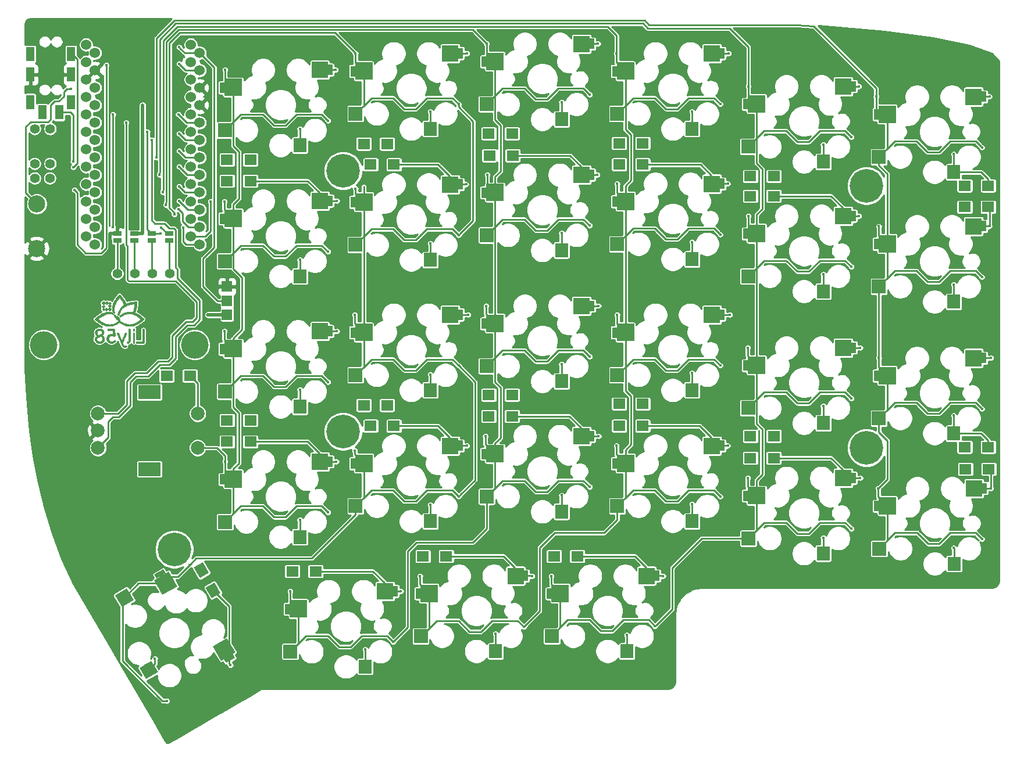
<source format=gbl>
G04 #@! TF.GenerationSoftware,KiCad,Pcbnew,(5.1.4-0)*
G04 #@! TF.CreationDate,2019-08-20T18:08:48+02:00*
G04 #@! TF.ProjectId,Lily58_Pro,4c696c79-3538-45f5-9072-6f2e6b696361,rev?*
G04 #@! TF.SameCoordinates,Original*
G04 #@! TF.FileFunction,Copper,L2,Bot*
G04 #@! TF.FilePolarity,Positive*
%FSLAX46Y46*%
G04 Gerber Fmt 4.6, Leading zero omitted, Abs format (unit mm)*
G04 Created by KiCad (PCBNEW (5.1.4-0)) date 2019-08-20 18:08:48*
%MOMM*%
%LPD*%
G04 APERTURE LIST*
%ADD10C,0.010000*%
%ADD11R,1.200000X2.100000*%
%ADD12R,1.524000X1.524000*%
%ADD13C,0.700000*%
%ADD14C,0.100000*%
%ADD15C,2.000000*%
%ADD16C,1.900000*%
%ADD17C,2.500000*%
%ADD18C,2.400000*%
%ADD19R,0.700000X1.500000*%
%ADD20R,2.000000X2.000000*%
%ADD21R,1.900000X2.000000*%
%ADD22R,2.500000X2.500000*%
%ADD23R,2.400000X2.400000*%
%ADD24C,1.524000*%
%ADD25C,4.900000*%
%ADD26C,1.397000*%
%ADD27R,1.143000X0.635000*%
%ADD28R,1.800000X1.500000*%
%ADD29C,1.500000*%
%ADD30C,4.000000*%
%ADD31R,3.200000X2.000000*%
%ADD32C,0.400000*%
%ADD33C,0.250000*%
%ADD34C,0.500000*%
%ADD35C,0.254000*%
G04 APERTURE END LIST*
D10*
G36*
X95581286Y-78718254D02*
G01*
X95565351Y-78731799D01*
X95543905Y-78751725D01*
X95519088Y-78775864D01*
X95493040Y-78802048D01*
X95467899Y-78828110D01*
X95445806Y-78851883D01*
X95428899Y-78871197D01*
X95419319Y-78883887D01*
X95417943Y-78887146D01*
X95422855Y-78895635D01*
X95436172Y-78911893D01*
X95455759Y-78933742D01*
X95479486Y-78959004D01*
X95505219Y-78985500D01*
X95530828Y-79011052D01*
X95554178Y-79033481D01*
X95573138Y-79050610D01*
X95585576Y-79060260D01*
X95588712Y-79061600D01*
X95596002Y-79056697D01*
X95611610Y-79043118D01*
X95633701Y-79022562D01*
X95660440Y-78996725D01*
X95682540Y-78974803D01*
X95769111Y-78888006D01*
X95682813Y-78800632D01*
X95653922Y-78771777D01*
X95628307Y-78746940D01*
X95607785Y-78727824D01*
X95594174Y-78716131D01*
X95589572Y-78713257D01*
X95581286Y-78718254D01*
X95581286Y-78718254D01*
G37*
X95581286Y-78718254D02*
X95565351Y-78731799D01*
X95543905Y-78751725D01*
X95519088Y-78775864D01*
X95493040Y-78802048D01*
X95467899Y-78828110D01*
X95445806Y-78851883D01*
X95428899Y-78871197D01*
X95419319Y-78883887D01*
X95417943Y-78887146D01*
X95422855Y-78895635D01*
X95436172Y-78911893D01*
X95455759Y-78933742D01*
X95479486Y-78959004D01*
X95505219Y-78985500D01*
X95530828Y-79011052D01*
X95554178Y-79033481D01*
X95573138Y-79050610D01*
X95585576Y-79060260D01*
X95588712Y-79061600D01*
X95596002Y-79056697D01*
X95611610Y-79043118D01*
X95633701Y-79022562D01*
X95660440Y-78996725D01*
X95682540Y-78974803D01*
X95769111Y-78888006D01*
X95682813Y-78800632D01*
X95653922Y-78771777D01*
X95628307Y-78746940D01*
X95607785Y-78727824D01*
X95594174Y-78716131D01*
X95589572Y-78713257D01*
X95581286Y-78718254D01*
G36*
X95177512Y-78689154D02*
G01*
X95161395Y-78702669D01*
X95139093Y-78722884D01*
X95112525Y-78747910D01*
X95083610Y-78775854D01*
X95054267Y-78804829D01*
X95026414Y-78832943D01*
X95001972Y-78858306D01*
X94982858Y-78879028D01*
X94970991Y-78893219D01*
X94968000Y-78898499D01*
X94972939Y-78905816D01*
X94986491Y-78921244D01*
X95006757Y-78942888D01*
X95031835Y-78968850D01*
X95059827Y-78997234D01*
X95088833Y-79026144D01*
X95116954Y-79053684D01*
X95142289Y-79077957D01*
X95162939Y-79097067D01*
X95177005Y-79109117D01*
X95182270Y-79112400D01*
X95189386Y-79107482D01*
X95205020Y-79093761D01*
X95227514Y-79072787D01*
X95255214Y-79046110D01*
X95286465Y-79015279D01*
X95292851Y-79008895D01*
X95324315Y-78976855D01*
X95351918Y-78947754D01*
X95374103Y-78923315D01*
X95389314Y-78905260D01*
X95395994Y-78895313D01*
X95396171Y-78894498D01*
X95391171Y-78885843D01*
X95377473Y-78869274D01*
X95357028Y-78846741D01*
X95331787Y-78820190D01*
X95303702Y-78791570D01*
X95274725Y-78762830D01*
X95246807Y-78735916D01*
X95221899Y-78712778D01*
X95201953Y-78695362D01*
X95188921Y-78685618D01*
X95185526Y-78684229D01*
X95177512Y-78689154D01*
X95177512Y-78689154D01*
G37*
X95177512Y-78689154D02*
X95161395Y-78702669D01*
X95139093Y-78722884D01*
X95112525Y-78747910D01*
X95083610Y-78775854D01*
X95054267Y-78804829D01*
X95026414Y-78832943D01*
X95001972Y-78858306D01*
X94982858Y-78879028D01*
X94970991Y-78893219D01*
X94968000Y-78898499D01*
X94972939Y-78905816D01*
X94986491Y-78921244D01*
X95006757Y-78942888D01*
X95031835Y-78968850D01*
X95059827Y-78997234D01*
X95088833Y-79026144D01*
X95116954Y-79053684D01*
X95142289Y-79077957D01*
X95162939Y-79097067D01*
X95177005Y-79109117D01*
X95182270Y-79112400D01*
X95189386Y-79107482D01*
X95205020Y-79093761D01*
X95227514Y-79072787D01*
X95255214Y-79046110D01*
X95286465Y-79015279D01*
X95292851Y-79008895D01*
X95324315Y-78976855D01*
X95351918Y-78947754D01*
X95374103Y-78923315D01*
X95389314Y-78905260D01*
X95395994Y-78895313D01*
X95396171Y-78894498D01*
X95391171Y-78885843D01*
X95377473Y-78869274D01*
X95357028Y-78846741D01*
X95331787Y-78820190D01*
X95303702Y-78791570D01*
X95274725Y-78762830D01*
X95246807Y-78735916D01*
X95221899Y-78712778D01*
X95201953Y-78695362D01*
X95188921Y-78685618D01*
X95185526Y-78684229D01*
X95177512Y-78689154D01*
G36*
X94683741Y-78645682D02*
G01*
X94667230Y-78659495D01*
X94644296Y-78680368D01*
X94616696Y-78706539D01*
X94586188Y-78736249D01*
X94554529Y-78767739D01*
X94523477Y-78799248D01*
X94494788Y-78829017D01*
X94470222Y-78855287D01*
X94451535Y-78876297D01*
X94440485Y-78890288D01*
X94438228Y-78894844D01*
X94443224Y-78903174D01*
X94457038Y-78919684D01*
X94477910Y-78942618D01*
X94504081Y-78970218D01*
X94533792Y-79000726D01*
X94565281Y-79032385D01*
X94596791Y-79063438D01*
X94626560Y-79092126D01*
X94652829Y-79116692D01*
X94673839Y-79135379D01*
X94687830Y-79146430D01*
X94692386Y-79148686D01*
X94700395Y-79143739D01*
X94716997Y-79129853D01*
X94740630Y-79108462D01*
X94769736Y-79080999D01*
X94802754Y-79048900D01*
X94824751Y-79027051D01*
X94858983Y-78992332D01*
X94889481Y-78960551D01*
X94914813Y-78933272D01*
X94933547Y-78912055D01*
X94944252Y-78898463D01*
X94946228Y-78894528D01*
X94941233Y-78886198D01*
X94927419Y-78869688D01*
X94906546Y-78846754D01*
X94880375Y-78819154D01*
X94850665Y-78788646D01*
X94819175Y-78756987D01*
X94787666Y-78725934D01*
X94757897Y-78697246D01*
X94731628Y-78672680D01*
X94710618Y-78653993D01*
X94696627Y-78642942D01*
X94692070Y-78640686D01*
X94683741Y-78645682D01*
X94683741Y-78645682D01*
G37*
X94683741Y-78645682D02*
X94667230Y-78659495D01*
X94644296Y-78680368D01*
X94616696Y-78706539D01*
X94586188Y-78736249D01*
X94554529Y-78767739D01*
X94523477Y-78799248D01*
X94494788Y-78829017D01*
X94470222Y-78855287D01*
X94451535Y-78876297D01*
X94440485Y-78890288D01*
X94438228Y-78894844D01*
X94443224Y-78903174D01*
X94457038Y-78919684D01*
X94477910Y-78942618D01*
X94504081Y-78970218D01*
X94533792Y-79000726D01*
X94565281Y-79032385D01*
X94596791Y-79063438D01*
X94626560Y-79092126D01*
X94652829Y-79116692D01*
X94673839Y-79135379D01*
X94687830Y-79146430D01*
X94692386Y-79148686D01*
X94700395Y-79143739D01*
X94716997Y-79129853D01*
X94740630Y-79108462D01*
X94769736Y-79080999D01*
X94802754Y-79048900D01*
X94824751Y-79027051D01*
X94858983Y-78992332D01*
X94889481Y-78960551D01*
X94914813Y-78933272D01*
X94933547Y-78912055D01*
X94944252Y-78898463D01*
X94946228Y-78894528D01*
X94941233Y-78886198D01*
X94927419Y-78869688D01*
X94906546Y-78846754D01*
X94880375Y-78819154D01*
X94850665Y-78788646D01*
X94819175Y-78756987D01*
X94787666Y-78725934D01*
X94757897Y-78697246D01*
X94731628Y-78672680D01*
X94710618Y-78653993D01*
X94696627Y-78642942D01*
X94692070Y-78640686D01*
X94683741Y-78645682D01*
G36*
X95580685Y-79088372D02*
G01*
X95564898Y-79102093D01*
X95543011Y-79122618D01*
X95516910Y-79148027D01*
X95488481Y-79176404D01*
X95459611Y-79205829D01*
X95432186Y-79234385D01*
X95408091Y-79260153D01*
X95389214Y-79281215D01*
X95377439Y-79295654D01*
X95374400Y-79301086D01*
X95379317Y-79309019D01*
X95392809Y-79325073D01*
X95412992Y-79347331D01*
X95437978Y-79373875D01*
X95465881Y-79402785D01*
X95494816Y-79432145D01*
X95522896Y-79460035D01*
X95548235Y-79484538D01*
X95568946Y-79503735D01*
X95583144Y-79515709D01*
X95588485Y-79518800D01*
X95595277Y-79513913D01*
X95610664Y-79500277D01*
X95633005Y-79479431D01*
X95660657Y-79452912D01*
X95691977Y-79422258D01*
X95698595Y-79415710D01*
X95730250Y-79383774D01*
X95758022Y-79354705D01*
X95780346Y-79330227D01*
X95795657Y-79312066D01*
X95802391Y-79301946D01*
X95802571Y-79301086D01*
X95797654Y-79293153D01*
X95784162Y-79277098D01*
X95763979Y-79254840D01*
X95738993Y-79228297D01*
X95711090Y-79199387D01*
X95682155Y-79170027D01*
X95654075Y-79142137D01*
X95628736Y-79117634D01*
X95608025Y-79098436D01*
X95593827Y-79086463D01*
X95588485Y-79083372D01*
X95580685Y-79088372D01*
X95580685Y-79088372D01*
G37*
X95580685Y-79088372D02*
X95564898Y-79102093D01*
X95543011Y-79122618D01*
X95516910Y-79148027D01*
X95488481Y-79176404D01*
X95459611Y-79205829D01*
X95432186Y-79234385D01*
X95408091Y-79260153D01*
X95389214Y-79281215D01*
X95377439Y-79295654D01*
X95374400Y-79301086D01*
X95379317Y-79309019D01*
X95392809Y-79325073D01*
X95412992Y-79347331D01*
X95437978Y-79373875D01*
X95465881Y-79402785D01*
X95494816Y-79432145D01*
X95522896Y-79460035D01*
X95548235Y-79484538D01*
X95568946Y-79503735D01*
X95583144Y-79515709D01*
X95588485Y-79518800D01*
X95595277Y-79513913D01*
X95610664Y-79500277D01*
X95633005Y-79479431D01*
X95660657Y-79452912D01*
X95691977Y-79422258D01*
X95698595Y-79415710D01*
X95730250Y-79383774D01*
X95758022Y-79354705D01*
X95780346Y-79330227D01*
X95795657Y-79312066D01*
X95802391Y-79301946D01*
X95802571Y-79301086D01*
X95797654Y-79293153D01*
X95784162Y-79277098D01*
X95763979Y-79254840D01*
X95738993Y-79228297D01*
X95711090Y-79199387D01*
X95682155Y-79170027D01*
X95654075Y-79142137D01*
X95628736Y-79117634D01*
X95608025Y-79098436D01*
X95593827Y-79086463D01*
X95588485Y-79083372D01*
X95580685Y-79088372D01*
G36*
X94587032Y-79272025D02*
G01*
X94555231Y-79304289D01*
X94527286Y-79333635D01*
X94504742Y-79358358D01*
X94489145Y-79376752D01*
X94482041Y-79387111D01*
X94481771Y-79388175D01*
X94486771Y-79396868D01*
X94500468Y-79413473D01*
X94520912Y-79436042D01*
X94546151Y-79462625D01*
X94574235Y-79491273D01*
X94603212Y-79520036D01*
X94631131Y-79546965D01*
X94656040Y-79570110D01*
X94675990Y-79587522D01*
X94689028Y-79597252D01*
X94692416Y-79598629D01*
X94700634Y-79593691D01*
X94717282Y-79579907D01*
X94740660Y-79558823D01*
X94769064Y-79531984D01*
X94800792Y-79500936D01*
X94808375Y-79493368D01*
X94913448Y-79388107D01*
X94802870Y-79277530D01*
X94692293Y-79166952D01*
X94587032Y-79272025D01*
X94587032Y-79272025D01*
G37*
X94587032Y-79272025D02*
X94555231Y-79304289D01*
X94527286Y-79333635D01*
X94504742Y-79358358D01*
X94489145Y-79376752D01*
X94482041Y-79387111D01*
X94481771Y-79388175D01*
X94486771Y-79396868D01*
X94500468Y-79413473D01*
X94520912Y-79436042D01*
X94546151Y-79462625D01*
X94574235Y-79491273D01*
X94603212Y-79520036D01*
X94631131Y-79546965D01*
X94656040Y-79570110D01*
X94675990Y-79587522D01*
X94689028Y-79597252D01*
X94692416Y-79598629D01*
X94700634Y-79593691D01*
X94717282Y-79579907D01*
X94740660Y-79558823D01*
X94769064Y-79531984D01*
X94800792Y-79500936D01*
X94808375Y-79493368D01*
X94913448Y-79388107D01*
X94802870Y-79277530D01*
X94692293Y-79166952D01*
X94587032Y-79272025D01*
G36*
X94683661Y-79632567D02*
G01*
X94667542Y-79645874D01*
X94645815Y-79665447D01*
X94620653Y-79689154D01*
X94594232Y-79714861D01*
X94568726Y-79740437D01*
X94546310Y-79763750D01*
X94529158Y-79782668D01*
X94519446Y-79795058D01*
X94518057Y-79798205D01*
X94522897Y-79805111D01*
X94536041Y-79820048D01*
X94555425Y-79840911D01*
X94578984Y-79865591D01*
X94604655Y-79891982D01*
X94630374Y-79917977D01*
X94654077Y-79941469D01*
X94673699Y-79960350D01*
X94687176Y-79972515D01*
X94692228Y-79976000D01*
X94698378Y-79971119D01*
X94712953Y-79957611D01*
X94734180Y-79937175D01*
X94760287Y-79911511D01*
X94781242Y-79890620D01*
X94809615Y-79861755D01*
X94833982Y-79836170D01*
X94852635Y-79815722D01*
X94863867Y-79802270D01*
X94866400Y-79797973D01*
X94861381Y-79789773D01*
X94847778Y-79773965D01*
X94827768Y-79752676D01*
X94803532Y-79728033D01*
X94777249Y-79702166D01*
X94751096Y-79677202D01*
X94727254Y-79655268D01*
X94707901Y-79638493D01*
X94695217Y-79629005D01*
X94691996Y-79627657D01*
X94683661Y-79632567D01*
X94683661Y-79632567D01*
G37*
X94683661Y-79632567D02*
X94667542Y-79645874D01*
X94645815Y-79665447D01*
X94620653Y-79689154D01*
X94594232Y-79714861D01*
X94568726Y-79740437D01*
X94546310Y-79763750D01*
X94529158Y-79782668D01*
X94519446Y-79795058D01*
X94518057Y-79798205D01*
X94522897Y-79805111D01*
X94536041Y-79820048D01*
X94555425Y-79840911D01*
X94578984Y-79865591D01*
X94604655Y-79891982D01*
X94630374Y-79917977D01*
X94654077Y-79941469D01*
X94673699Y-79960350D01*
X94687176Y-79972515D01*
X94692228Y-79976000D01*
X94698378Y-79971119D01*
X94712953Y-79957611D01*
X94734180Y-79937175D01*
X94760287Y-79911511D01*
X94781242Y-79890620D01*
X94809615Y-79861755D01*
X94833982Y-79836170D01*
X94852635Y-79815722D01*
X94863867Y-79802270D01*
X94866400Y-79797973D01*
X94861381Y-79789773D01*
X94847778Y-79773965D01*
X94827768Y-79752676D01*
X94803532Y-79728033D01*
X94777249Y-79702166D01*
X94751096Y-79677202D01*
X94727254Y-79655268D01*
X94707901Y-79638493D01*
X94695217Y-79629005D01*
X94691996Y-79627657D01*
X94683661Y-79632567D01*
G36*
X95086884Y-79582775D02*
G01*
X95077213Y-79590344D01*
X95060042Y-79605996D01*
X95037278Y-79627796D01*
X95010831Y-79653806D01*
X94982610Y-79682093D01*
X94954523Y-79710719D01*
X94928479Y-79737750D01*
X94906387Y-79761250D01*
X94890157Y-79779283D01*
X94881696Y-79789913D01*
X94880914Y-79791639D01*
X94885923Y-79799418D01*
X94899669Y-79815166D01*
X94920230Y-79836998D01*
X94945681Y-79863033D01*
X94974101Y-79891386D01*
X95003567Y-79920176D01*
X95032156Y-79947518D01*
X95057945Y-79971531D01*
X95079011Y-79990332D01*
X95093432Y-80002036D01*
X95098816Y-80005029D01*
X95107116Y-80000094D01*
X95123783Y-79986350D01*
X95147060Y-79965383D01*
X95175189Y-79938783D01*
X95206411Y-79908136D01*
X95209397Y-79905149D01*
X95240279Y-79873670D01*
X95267269Y-79845130D01*
X95288783Y-79821290D01*
X95303236Y-79803911D01*
X95309041Y-79794754D01*
X95309085Y-79794384D01*
X95304148Y-79786152D01*
X95290372Y-79769500D01*
X95269309Y-79746140D01*
X95242513Y-79717784D01*
X95211536Y-79686145D01*
X95204812Y-79679411D01*
X95168881Y-79643787D01*
X95141592Y-79617447D01*
X95121519Y-79599222D01*
X95107236Y-79587943D01*
X95097316Y-79582440D01*
X95090332Y-79581546D01*
X95086884Y-79582775D01*
X95086884Y-79582775D01*
G37*
X95086884Y-79582775D02*
X95077213Y-79590344D01*
X95060042Y-79605996D01*
X95037278Y-79627796D01*
X95010831Y-79653806D01*
X94982610Y-79682093D01*
X94954523Y-79710719D01*
X94928479Y-79737750D01*
X94906387Y-79761250D01*
X94890157Y-79779283D01*
X94881696Y-79789913D01*
X94880914Y-79791639D01*
X94885923Y-79799418D01*
X94899669Y-79815166D01*
X94920230Y-79836998D01*
X94945681Y-79863033D01*
X94974101Y-79891386D01*
X95003567Y-79920176D01*
X95032156Y-79947518D01*
X95057945Y-79971531D01*
X95079011Y-79990332D01*
X95093432Y-80002036D01*
X95098816Y-80005029D01*
X95107116Y-80000094D01*
X95123783Y-79986350D01*
X95147060Y-79965383D01*
X95175189Y-79938783D01*
X95206411Y-79908136D01*
X95209397Y-79905149D01*
X95240279Y-79873670D01*
X95267269Y-79845130D01*
X95288783Y-79821290D01*
X95303236Y-79803911D01*
X95309041Y-79794754D01*
X95309085Y-79794384D01*
X95304148Y-79786152D01*
X95290372Y-79769500D01*
X95269309Y-79746140D01*
X95242513Y-79717784D01*
X95211536Y-79686145D01*
X95204812Y-79679411D01*
X95168881Y-79643787D01*
X95141592Y-79617447D01*
X95121519Y-79599222D01*
X95107236Y-79587943D01*
X95097316Y-79582440D01*
X95090332Y-79581546D01*
X95086884Y-79582775D01*
G36*
X95578652Y-79545629D02*
G01*
X95560837Y-79559599D01*
X95536841Y-79580676D01*
X95508468Y-79607055D01*
X95477521Y-79636931D01*
X95445805Y-79668500D01*
X95415123Y-79699956D01*
X95387279Y-79729495D01*
X95364076Y-79755312D01*
X95347319Y-79775601D01*
X95338810Y-79788558D01*
X95338114Y-79791103D01*
X95343091Y-79800099D01*
X95356856Y-79817274D01*
X95377657Y-79840851D01*
X95403743Y-79869052D01*
X95433364Y-79900099D01*
X95464767Y-79932215D01*
X95496204Y-79963620D01*
X95525921Y-79992538D01*
X95552169Y-80017191D01*
X95573196Y-80035801D01*
X95587252Y-80046590D01*
X95591695Y-80048572D01*
X95599597Y-80043649D01*
X95616110Y-80029845D01*
X95639650Y-80008610D01*
X95668630Y-79981392D01*
X95701465Y-79949640D01*
X95720425Y-79930936D01*
X95754572Y-79896613D01*
X95785252Y-79865008D01*
X95810935Y-79837761D01*
X95830089Y-79816510D01*
X95841186Y-79802896D01*
X95843269Y-79799361D01*
X95842608Y-79792635D01*
X95836682Y-79782045D01*
X95824504Y-79766450D01*
X95805086Y-79744708D01*
X95777441Y-79715674D01*
X95740581Y-79678208D01*
X95725426Y-79662997D01*
X95682251Y-79620399D01*
X95646342Y-79586297D01*
X95618325Y-79561252D01*
X95598826Y-79545824D01*
X95588483Y-79540572D01*
X95578652Y-79545629D01*
X95578652Y-79545629D01*
G37*
X95578652Y-79545629D02*
X95560837Y-79559599D01*
X95536841Y-79580676D01*
X95508468Y-79607055D01*
X95477521Y-79636931D01*
X95445805Y-79668500D01*
X95415123Y-79699956D01*
X95387279Y-79729495D01*
X95364076Y-79755312D01*
X95347319Y-79775601D01*
X95338810Y-79788558D01*
X95338114Y-79791103D01*
X95343091Y-79800099D01*
X95356856Y-79817274D01*
X95377657Y-79840851D01*
X95403743Y-79869052D01*
X95433364Y-79900099D01*
X95464767Y-79932215D01*
X95496204Y-79963620D01*
X95525921Y-79992538D01*
X95552169Y-80017191D01*
X95573196Y-80035801D01*
X95587252Y-80046590D01*
X95591695Y-80048572D01*
X95599597Y-80043649D01*
X95616110Y-80029845D01*
X95639650Y-80008610D01*
X95668630Y-79981392D01*
X95701465Y-79949640D01*
X95720425Y-79930936D01*
X95754572Y-79896613D01*
X95785252Y-79865008D01*
X95810935Y-79837761D01*
X95830089Y-79816510D01*
X95841186Y-79802896D01*
X95843269Y-79799361D01*
X95842608Y-79792635D01*
X95836682Y-79782045D01*
X95824504Y-79766450D01*
X95805086Y-79744708D01*
X95777441Y-79715674D01*
X95740581Y-79678208D01*
X95725426Y-79662997D01*
X95682251Y-79620399D01*
X95646342Y-79586297D01*
X95618325Y-79561252D01*
X95598826Y-79545824D01*
X95588483Y-79540572D01*
X95578652Y-79545629D01*
G36*
X96921908Y-77751737D02*
G01*
X96762547Y-77924566D01*
X96613573Y-78107516D01*
X96475052Y-78300510D01*
X96451511Y-78335886D01*
X96343276Y-78510990D01*
X96249358Y-78685431D01*
X96169770Y-78859143D01*
X96104525Y-79032061D01*
X96053637Y-79204120D01*
X96017120Y-79375255D01*
X95994987Y-79545400D01*
X95987252Y-79714491D01*
X95993928Y-79882461D01*
X96015030Y-80049247D01*
X96050569Y-80214782D01*
X96056007Y-80235307D01*
X96064315Y-80266015D01*
X96135684Y-80288187D01*
X96174179Y-80300605D01*
X96215304Y-80314604D01*
X96252098Y-80327792D01*
X96263443Y-80332074D01*
X96289677Y-80341593D01*
X96310399Y-80348019D01*
X96322215Y-80350342D01*
X96323601Y-80350018D01*
X96323326Y-80341867D01*
X96319439Y-80323177D01*
X96312682Y-80297250D01*
X96308482Y-80282681D01*
X96270212Y-80131041D01*
X96245758Y-79979808D01*
X96235167Y-79828558D01*
X96238488Y-79676867D01*
X96255770Y-79524312D01*
X96287060Y-79370470D01*
X96332407Y-79214917D01*
X96391859Y-79057230D01*
X96465465Y-78896984D01*
X96467042Y-78893830D01*
X96506267Y-78817413D01*
X96543619Y-78749153D01*
X96582212Y-78683686D01*
X96625160Y-78615649D01*
X96654062Y-78571743D01*
X96723204Y-78472108D01*
X96798994Y-78370248D01*
X96877857Y-78270757D01*
X96956223Y-78178225D01*
X96987191Y-78143572D01*
X97020192Y-78107286D01*
X97036297Y-78121800D01*
X97050449Y-78136124D01*
X97071852Y-78159789D01*
X97098778Y-78190733D01*
X97129496Y-78226896D01*
X97162278Y-78266216D01*
X97195392Y-78306632D01*
X97227110Y-78346084D01*
X97255702Y-78382509D01*
X97262522Y-78391376D01*
X97331453Y-78485384D01*
X97400239Y-78586549D01*
X97465221Y-78689297D01*
X97521506Y-78785829D01*
X97543533Y-78826703D01*
X97566606Y-78871650D01*
X97589898Y-78918830D01*
X97612580Y-78966404D01*
X97633826Y-79012533D01*
X97652808Y-79055378D01*
X97668697Y-79093098D01*
X97680667Y-79123856D01*
X97687890Y-79145811D01*
X97689537Y-79157125D01*
X97689006Y-79158057D01*
X97682045Y-79162963D01*
X97665794Y-79174245D01*
X97642919Y-79190055D01*
X97624114Y-79203019D01*
X97492716Y-79302253D01*
X97370449Y-79412682D01*
X97257293Y-79534335D01*
X97153229Y-79667238D01*
X97058238Y-79811419D01*
X96972301Y-79966904D01*
X96895399Y-80133722D01*
X96827512Y-80311899D01*
X96811159Y-80360629D01*
X96797100Y-80404294D01*
X96783987Y-80446148D01*
X96772776Y-80483056D01*
X96764422Y-80511882D01*
X96760391Y-80527215D01*
X96755505Y-80550207D01*
X96754801Y-80563318D01*
X96758573Y-80570652D01*
X96763768Y-80574387D01*
X96774432Y-80581046D01*
X96794552Y-80593846D01*
X96821399Y-80611041D01*
X96852242Y-80630887D01*
X96857377Y-80634200D01*
X96887523Y-80653100D01*
X96913231Y-80668176D01*
X96932136Y-80678117D01*
X96941873Y-80681614D01*
X96942566Y-80681371D01*
X96946229Y-80672480D01*
X96952375Y-80653057D01*
X96959913Y-80626641D01*
X96963148Y-80614629D01*
X97010296Y-80456769D01*
X97066363Y-80304840D01*
X97130692Y-80160033D01*
X97202624Y-80023537D01*
X97281500Y-79896544D01*
X97366663Y-79780243D01*
X97457452Y-79675824D01*
X97513158Y-79620490D01*
X97632074Y-79518720D01*
X97761849Y-79426255D01*
X97902527Y-79343079D01*
X98054154Y-79269174D01*
X98216775Y-79204526D01*
X98390436Y-79149117D01*
X98575180Y-79102930D01*
X98771055Y-79065951D01*
X98978104Y-79038161D01*
X99165406Y-79021582D01*
X99229869Y-79017144D01*
X99224829Y-79099243D01*
X99205247Y-79319541D01*
X99174058Y-79531254D01*
X99131221Y-79734564D01*
X99076693Y-79929656D01*
X99010433Y-80116713D01*
X98975468Y-80201349D01*
X98961176Y-80234383D01*
X98864145Y-80218053D01*
X98699162Y-80197264D01*
X98533849Y-80190430D01*
X98367979Y-80197599D01*
X98201324Y-80218820D01*
X98033654Y-80254143D01*
X97864743Y-80303616D01*
X97694361Y-80367288D01*
X97522280Y-80445208D01*
X97348273Y-80537425D01*
X97332609Y-80546371D01*
X97290312Y-80571205D01*
X97245647Y-80598365D01*
X97200663Y-80626511D01*
X97157410Y-80654303D01*
X97117937Y-80680401D01*
X97084293Y-80703466D01*
X97058527Y-80722157D01*
X97042687Y-80735137D01*
X97040505Y-80737347D01*
X97034204Y-80745277D01*
X97032838Y-80752678D01*
X97037659Y-80762659D01*
X97049918Y-80778327D01*
X97063310Y-80794013D01*
X97086219Y-80822060D01*
X97109796Y-80853182D01*
X97126618Y-80877214D01*
X97153810Y-80918457D01*
X97220993Y-80871941D01*
X97358992Y-80782626D01*
X97502026Y-80701950D01*
X97648322Y-80630626D01*
X97796109Y-80569369D01*
X97943613Y-80518895D01*
X98089064Y-80479917D01*
X98230690Y-80453150D01*
X98273628Y-80447433D01*
X98329853Y-80442587D01*
X98395797Y-80439904D01*
X98466835Y-80439340D01*
X98538338Y-80440854D01*
X98605683Y-80444403D01*
X98664241Y-80449944D01*
X98673221Y-80451112D01*
X98828826Y-80479299D01*
X98986462Y-80521459D01*
X99145510Y-80577298D01*
X99305349Y-80646520D01*
X99465360Y-80728828D01*
X99624924Y-80823927D01*
X99783420Y-80931522D01*
X99940229Y-81051315D01*
X99954243Y-81062689D01*
X99989713Y-81091936D01*
X100025558Y-81122043D01*
X100058295Y-81150051D01*
X100084443Y-81172998D01*
X100091543Y-81179423D01*
X100138714Y-81222648D01*
X100120571Y-81242465D01*
X100093013Y-81270038D01*
X100055232Y-81304115D01*
X100009125Y-81343214D01*
X99956587Y-81385854D01*
X99899516Y-81430552D01*
X99839808Y-81475827D01*
X99779359Y-81520196D01*
X99720067Y-81562179D01*
X99663827Y-81600293D01*
X99656114Y-81605361D01*
X99505598Y-81698671D01*
X99358810Y-81778990D01*
X99214321Y-81846897D01*
X99070706Y-81902970D01*
X98926536Y-81947787D01*
X98780385Y-81981926D01*
X98685872Y-81998329D01*
X98631307Y-82004546D01*
X98566449Y-82008662D01*
X98495366Y-82010683D01*
X98422125Y-82010612D01*
X98350793Y-82008454D01*
X98285440Y-82004211D01*
X98230131Y-81997888D01*
X98230085Y-81997881D01*
X98074248Y-81967633D01*
X97916109Y-81923613D01*
X97756602Y-81866201D01*
X97596661Y-81795775D01*
X97437220Y-81712711D01*
X97279213Y-81617390D01*
X97261505Y-81605874D01*
X97201811Y-81564120D01*
X97154119Y-81524568D01*
X97116490Y-81485387D01*
X97086982Y-81444748D01*
X97082232Y-81436880D01*
X97057692Y-81385384D01*
X97038673Y-81326070D01*
X97027063Y-81265176D01*
X97025473Y-81249629D01*
X97020011Y-81194267D01*
X97013157Y-81149535D01*
X97004008Y-81111557D01*
X96991663Y-81076455D01*
X96978198Y-81046429D01*
X96960500Y-81013783D01*
X96939501Y-80980720D01*
X96919310Y-80953634D01*
X96916412Y-80950263D01*
X96899235Y-80933328D01*
X96875094Y-80912859D01*
X96846252Y-80890413D01*
X96814975Y-80867553D01*
X96783526Y-80845837D01*
X96754171Y-80826826D01*
X96729174Y-80812080D01*
X96710799Y-80803158D01*
X96701311Y-80801622D01*
X96701005Y-80801864D01*
X96696653Y-80813442D01*
X96693367Y-80836330D01*
X96691206Y-80867359D01*
X96690226Y-80903362D01*
X96690485Y-80941169D01*
X96692041Y-80977612D01*
X96694949Y-81009522D01*
X96696996Y-81023164D01*
X96707142Y-81079727D01*
X96690766Y-81059449D01*
X96676206Y-81039532D01*
X96656119Y-81009395D01*
X96632010Y-80971517D01*
X96605386Y-80928374D01*
X96577757Y-80882441D01*
X96550628Y-80836195D01*
X96525506Y-80792114D01*
X96503900Y-80752672D01*
X96502885Y-80750765D01*
X96452085Y-80655132D01*
X96380913Y-80623360D01*
X96348628Y-80609333D01*
X96312691Y-80594345D01*
X96275592Y-80579359D01*
X96239823Y-80565340D01*
X96207876Y-80553250D01*
X96182241Y-80544053D01*
X96165411Y-80538712D01*
X96159904Y-80537905D01*
X96161007Y-80546182D01*
X96168090Y-80565445D01*
X96180269Y-80593894D01*
X96196658Y-80629728D01*
X96216372Y-80671146D01*
X96238527Y-80716347D01*
X96262236Y-80763530D01*
X96286616Y-80810894D01*
X96310780Y-80856638D01*
X96333844Y-80898961D01*
X96354922Y-80936062D01*
X96358976Y-80942959D01*
X96410394Y-81027633D01*
X96457562Y-81100219D01*
X96501754Y-81162048D01*
X96544243Y-81214455D01*
X96586303Y-81258773D01*
X96629208Y-81296334D01*
X96674230Y-81328472D01*
X96722644Y-81356520D01*
X96775723Y-81381812D01*
X96779917Y-81383630D01*
X96809377Y-81396572D01*
X96828478Y-81406355D01*
X96840224Y-81415493D01*
X96847615Y-81426497D01*
X96853655Y-81441881D01*
X96855316Y-81446735D01*
X96864920Y-81472667D01*
X96875101Y-81496745D01*
X96879010Y-81504846D01*
X96886050Y-81520570D01*
X96885019Y-81530470D01*
X96875094Y-81541297D01*
X96874499Y-81541846D01*
X96862616Y-81551165D01*
X96841276Y-81566361D01*
X96813261Y-81585507D01*
X96781354Y-81606677D01*
X96773340Y-81611900D01*
X96610529Y-81710700D01*
X96447054Y-81796137D01*
X96283438Y-81868002D01*
X96120204Y-81926086D01*
X95957873Y-81970177D01*
X95813457Y-81997651D01*
X95762562Y-82003557D01*
X95701694Y-82007783D01*
X95634832Y-82010292D01*
X95565954Y-82011045D01*
X95499041Y-82010007D01*
X95438071Y-82007139D01*
X95387023Y-82002404D01*
X95381657Y-82001695D01*
X95219099Y-81972295D01*
X95055553Y-81928745D01*
X94891757Y-81871306D01*
X94728448Y-81800241D01*
X94566363Y-81715810D01*
X94549904Y-81706444D01*
X94458922Y-81651715D01*
X94363971Y-81589946D01*
X94268071Y-81523346D01*
X94174241Y-81454125D01*
X94085499Y-81384494D01*
X94004865Y-81316662D01*
X93952000Y-81268745D01*
X93904828Y-81224318D01*
X93941114Y-81190483D01*
X93973807Y-81161038D01*
X94014968Y-81125547D01*
X94061425Y-81086629D01*
X94110003Y-81046905D01*
X94157528Y-81008994D01*
X94200825Y-80975516D01*
X94209628Y-80968885D01*
X94366167Y-80858308D01*
X94524307Y-80759646D01*
X94683187Y-80673320D01*
X94841945Y-80599750D01*
X94999718Y-80539355D01*
X95155645Y-80492555D01*
X95218872Y-80477388D01*
X95314665Y-80459798D01*
X95417822Y-80447409D01*
X95523985Y-80440429D01*
X95628797Y-80439062D01*
X95727900Y-80443516D01*
X95791933Y-80450260D01*
X95851645Y-80459594D01*
X95916862Y-80471900D01*
X95982664Y-80486113D01*
X96044136Y-80501168D01*
X96096359Y-80515997D01*
X96099003Y-80516829D01*
X96125783Y-80525002D01*
X96141351Y-80528651D01*
X96148206Y-80528016D01*
X96148846Y-80523336D01*
X96148325Y-80521553D01*
X96144751Y-80510954D01*
X96137320Y-80489110D01*
X96126881Y-80458503D01*
X96114280Y-80421620D01*
X96102714Y-80387807D01*
X96088469Y-80345218D01*
X96077503Y-80313370D01*
X96067565Y-80290345D01*
X96056404Y-80274222D01*
X96041772Y-80263082D01*
X96021416Y-80255005D01*
X95993088Y-80248071D01*
X95954538Y-80240361D01*
X95922314Y-80233897D01*
X95751134Y-80205773D01*
X95580999Y-80192068D01*
X95412062Y-80192784D01*
X95244479Y-80207921D01*
X95113143Y-80230077D01*
X94950103Y-80269969D01*
X94784824Y-80323418D01*
X94618331Y-80389837D01*
X94451649Y-80468640D01*
X94285803Y-80559240D01*
X94121818Y-80661051D01*
X93960720Y-80773487D01*
X93803533Y-80895962D01*
X93651283Y-81027889D01*
X93549280Y-81124481D01*
X93447628Y-81224304D01*
X93560353Y-81334938D01*
X93707103Y-81471378D01*
X93860695Y-81599677D01*
X94019753Y-81718966D01*
X94182899Y-81828373D01*
X94348757Y-81927029D01*
X94515951Y-82014064D01*
X94683103Y-82088608D01*
X94848838Y-82149790D01*
X94850459Y-82150324D01*
X95016983Y-82198512D01*
X95181950Y-82232965D01*
X95345936Y-82253642D01*
X95509517Y-82260499D01*
X95673266Y-82253496D01*
X95837760Y-82232592D01*
X96003574Y-82197743D01*
X96171283Y-82148908D01*
X96341462Y-82086047D01*
X96462971Y-82033397D01*
X96538164Y-81997224D01*
X96617807Y-81955922D01*
X96698851Y-81911261D01*
X96778250Y-81865010D01*
X96852955Y-81818940D01*
X96919920Y-81774820D01*
X96970724Y-81738490D01*
X96997386Y-81719055D01*
X97015546Y-81708023D01*
X97027882Y-81704543D01*
X97037074Y-81707766D01*
X97044388Y-81715104D01*
X97053870Y-81723386D01*
X97072949Y-81737761D01*
X97099072Y-81756377D01*
X97129687Y-81777384D01*
X97137805Y-81782834D01*
X97305053Y-81887951D01*
X97473051Y-81980397D01*
X97641268Y-82060012D01*
X97809176Y-82126638D01*
X97976245Y-82180115D01*
X98141948Y-82220284D01*
X98305754Y-82246985D01*
X98467135Y-82260058D01*
X98625562Y-82259346D01*
X98701800Y-82253930D01*
X98871254Y-82231003D01*
X99042236Y-82193861D01*
X99214310Y-82142671D01*
X99387043Y-82077598D01*
X99560001Y-81998810D01*
X99732750Y-81906472D01*
X99904856Y-81800751D01*
X99933775Y-81781622D01*
X100042975Y-81705483D01*
X100153607Y-81622392D01*
X100262414Y-81535018D01*
X100366138Y-81446026D01*
X100461521Y-81358084D01*
X100512457Y-81307881D01*
X100595914Y-81223271D01*
X100486835Y-81116707D01*
X100335802Y-80977002D01*
X100177728Y-80845800D01*
X100014009Y-80723998D01*
X99846043Y-80612496D01*
X99675224Y-80512191D01*
X99502951Y-80423982D01*
X99330619Y-80348768D01*
X99240459Y-80314738D01*
X99234063Y-80311139D01*
X99232847Y-80304480D01*
X99237377Y-80291558D01*
X99248218Y-80269172D01*
X99248678Y-80268257D01*
X99263846Y-80235825D01*
X99282274Y-80192751D01*
X99302735Y-80142198D01*
X99324001Y-80087328D01*
X99344843Y-80031302D01*
X99364036Y-79977283D01*
X99379057Y-79932457D01*
X99428432Y-79762126D01*
X99469960Y-79582622D01*
X99503125Y-79397299D01*
X99527408Y-79209512D01*
X99542291Y-79022617D01*
X99547257Y-78842832D01*
X99547257Y-78698743D01*
X99418443Y-78698773D01*
X99246507Y-78703330D01*
X99071305Y-78716620D01*
X98895135Y-78738190D01*
X98720294Y-78767584D01*
X98549080Y-78804349D01*
X98383791Y-78848030D01*
X98226724Y-78898173D01*
X98080177Y-78954323D01*
X98041281Y-78971087D01*
X98007997Y-78985690D01*
X97979098Y-78998138D01*
X97957385Y-79007243D01*
X97945659Y-79011813D01*
X97944877Y-79012049D01*
X97937950Y-79006583D01*
X97927609Y-78988420D01*
X97914509Y-78958798D01*
X97907810Y-78941857D01*
X97832658Y-78764470D01*
X97743847Y-78587556D01*
X97642211Y-78412376D01*
X97528585Y-78240195D01*
X97403803Y-78072274D01*
X97268698Y-77909876D01*
X97124106Y-77754265D01*
X97121571Y-77751686D01*
X97021617Y-77650086D01*
X96921908Y-77751737D01*
X96921908Y-77751737D01*
G37*
X96921908Y-77751737D02*
X96762547Y-77924566D01*
X96613573Y-78107516D01*
X96475052Y-78300510D01*
X96451511Y-78335886D01*
X96343276Y-78510990D01*
X96249358Y-78685431D01*
X96169770Y-78859143D01*
X96104525Y-79032061D01*
X96053637Y-79204120D01*
X96017120Y-79375255D01*
X95994987Y-79545400D01*
X95987252Y-79714491D01*
X95993928Y-79882461D01*
X96015030Y-80049247D01*
X96050569Y-80214782D01*
X96056007Y-80235307D01*
X96064315Y-80266015D01*
X96135684Y-80288187D01*
X96174179Y-80300605D01*
X96215304Y-80314604D01*
X96252098Y-80327792D01*
X96263443Y-80332074D01*
X96289677Y-80341593D01*
X96310399Y-80348019D01*
X96322215Y-80350342D01*
X96323601Y-80350018D01*
X96323326Y-80341867D01*
X96319439Y-80323177D01*
X96312682Y-80297250D01*
X96308482Y-80282681D01*
X96270212Y-80131041D01*
X96245758Y-79979808D01*
X96235167Y-79828558D01*
X96238488Y-79676867D01*
X96255770Y-79524312D01*
X96287060Y-79370470D01*
X96332407Y-79214917D01*
X96391859Y-79057230D01*
X96465465Y-78896984D01*
X96467042Y-78893830D01*
X96506267Y-78817413D01*
X96543619Y-78749153D01*
X96582212Y-78683686D01*
X96625160Y-78615649D01*
X96654062Y-78571743D01*
X96723204Y-78472108D01*
X96798994Y-78370248D01*
X96877857Y-78270757D01*
X96956223Y-78178225D01*
X96987191Y-78143572D01*
X97020192Y-78107286D01*
X97036297Y-78121800D01*
X97050449Y-78136124D01*
X97071852Y-78159789D01*
X97098778Y-78190733D01*
X97129496Y-78226896D01*
X97162278Y-78266216D01*
X97195392Y-78306632D01*
X97227110Y-78346084D01*
X97255702Y-78382509D01*
X97262522Y-78391376D01*
X97331453Y-78485384D01*
X97400239Y-78586549D01*
X97465221Y-78689297D01*
X97521506Y-78785829D01*
X97543533Y-78826703D01*
X97566606Y-78871650D01*
X97589898Y-78918830D01*
X97612580Y-78966404D01*
X97633826Y-79012533D01*
X97652808Y-79055378D01*
X97668697Y-79093098D01*
X97680667Y-79123856D01*
X97687890Y-79145811D01*
X97689537Y-79157125D01*
X97689006Y-79158057D01*
X97682045Y-79162963D01*
X97665794Y-79174245D01*
X97642919Y-79190055D01*
X97624114Y-79203019D01*
X97492716Y-79302253D01*
X97370449Y-79412682D01*
X97257293Y-79534335D01*
X97153229Y-79667238D01*
X97058238Y-79811419D01*
X96972301Y-79966904D01*
X96895399Y-80133722D01*
X96827512Y-80311899D01*
X96811159Y-80360629D01*
X96797100Y-80404294D01*
X96783987Y-80446148D01*
X96772776Y-80483056D01*
X96764422Y-80511882D01*
X96760391Y-80527215D01*
X96755505Y-80550207D01*
X96754801Y-80563318D01*
X96758573Y-80570652D01*
X96763768Y-80574387D01*
X96774432Y-80581046D01*
X96794552Y-80593846D01*
X96821399Y-80611041D01*
X96852242Y-80630887D01*
X96857377Y-80634200D01*
X96887523Y-80653100D01*
X96913231Y-80668176D01*
X96932136Y-80678117D01*
X96941873Y-80681614D01*
X96942566Y-80681371D01*
X96946229Y-80672480D01*
X96952375Y-80653057D01*
X96959913Y-80626641D01*
X96963148Y-80614629D01*
X97010296Y-80456769D01*
X97066363Y-80304840D01*
X97130692Y-80160033D01*
X97202624Y-80023537D01*
X97281500Y-79896544D01*
X97366663Y-79780243D01*
X97457452Y-79675824D01*
X97513158Y-79620490D01*
X97632074Y-79518720D01*
X97761849Y-79426255D01*
X97902527Y-79343079D01*
X98054154Y-79269174D01*
X98216775Y-79204526D01*
X98390436Y-79149117D01*
X98575180Y-79102930D01*
X98771055Y-79065951D01*
X98978104Y-79038161D01*
X99165406Y-79021582D01*
X99229869Y-79017144D01*
X99224829Y-79099243D01*
X99205247Y-79319541D01*
X99174058Y-79531254D01*
X99131221Y-79734564D01*
X99076693Y-79929656D01*
X99010433Y-80116713D01*
X98975468Y-80201349D01*
X98961176Y-80234383D01*
X98864145Y-80218053D01*
X98699162Y-80197264D01*
X98533849Y-80190430D01*
X98367979Y-80197599D01*
X98201324Y-80218820D01*
X98033654Y-80254143D01*
X97864743Y-80303616D01*
X97694361Y-80367288D01*
X97522280Y-80445208D01*
X97348273Y-80537425D01*
X97332609Y-80546371D01*
X97290312Y-80571205D01*
X97245647Y-80598365D01*
X97200663Y-80626511D01*
X97157410Y-80654303D01*
X97117937Y-80680401D01*
X97084293Y-80703466D01*
X97058527Y-80722157D01*
X97042687Y-80735137D01*
X97040505Y-80737347D01*
X97034204Y-80745277D01*
X97032838Y-80752678D01*
X97037659Y-80762659D01*
X97049918Y-80778327D01*
X97063310Y-80794013D01*
X97086219Y-80822060D01*
X97109796Y-80853182D01*
X97126618Y-80877214D01*
X97153810Y-80918457D01*
X97220993Y-80871941D01*
X97358992Y-80782626D01*
X97502026Y-80701950D01*
X97648322Y-80630626D01*
X97796109Y-80569369D01*
X97943613Y-80518895D01*
X98089064Y-80479917D01*
X98230690Y-80453150D01*
X98273628Y-80447433D01*
X98329853Y-80442587D01*
X98395797Y-80439904D01*
X98466835Y-80439340D01*
X98538338Y-80440854D01*
X98605683Y-80444403D01*
X98664241Y-80449944D01*
X98673221Y-80451112D01*
X98828826Y-80479299D01*
X98986462Y-80521459D01*
X99145510Y-80577298D01*
X99305349Y-80646520D01*
X99465360Y-80728828D01*
X99624924Y-80823927D01*
X99783420Y-80931522D01*
X99940229Y-81051315D01*
X99954243Y-81062689D01*
X99989713Y-81091936D01*
X100025558Y-81122043D01*
X100058295Y-81150051D01*
X100084443Y-81172998D01*
X100091543Y-81179423D01*
X100138714Y-81222648D01*
X100120571Y-81242465D01*
X100093013Y-81270038D01*
X100055232Y-81304115D01*
X100009125Y-81343214D01*
X99956587Y-81385854D01*
X99899516Y-81430552D01*
X99839808Y-81475827D01*
X99779359Y-81520196D01*
X99720067Y-81562179D01*
X99663827Y-81600293D01*
X99656114Y-81605361D01*
X99505598Y-81698671D01*
X99358810Y-81778990D01*
X99214321Y-81846897D01*
X99070706Y-81902970D01*
X98926536Y-81947787D01*
X98780385Y-81981926D01*
X98685872Y-81998329D01*
X98631307Y-82004546D01*
X98566449Y-82008662D01*
X98495366Y-82010683D01*
X98422125Y-82010612D01*
X98350793Y-82008454D01*
X98285440Y-82004211D01*
X98230131Y-81997888D01*
X98230085Y-81997881D01*
X98074248Y-81967633D01*
X97916109Y-81923613D01*
X97756602Y-81866201D01*
X97596661Y-81795775D01*
X97437220Y-81712711D01*
X97279213Y-81617390D01*
X97261505Y-81605874D01*
X97201811Y-81564120D01*
X97154119Y-81524568D01*
X97116490Y-81485387D01*
X97086982Y-81444748D01*
X97082232Y-81436880D01*
X97057692Y-81385384D01*
X97038673Y-81326070D01*
X97027063Y-81265176D01*
X97025473Y-81249629D01*
X97020011Y-81194267D01*
X97013157Y-81149535D01*
X97004008Y-81111557D01*
X96991663Y-81076455D01*
X96978198Y-81046429D01*
X96960500Y-81013783D01*
X96939501Y-80980720D01*
X96919310Y-80953634D01*
X96916412Y-80950263D01*
X96899235Y-80933328D01*
X96875094Y-80912859D01*
X96846252Y-80890413D01*
X96814975Y-80867553D01*
X96783526Y-80845837D01*
X96754171Y-80826826D01*
X96729174Y-80812080D01*
X96710799Y-80803158D01*
X96701311Y-80801622D01*
X96701005Y-80801864D01*
X96696653Y-80813442D01*
X96693367Y-80836330D01*
X96691206Y-80867359D01*
X96690226Y-80903362D01*
X96690485Y-80941169D01*
X96692041Y-80977612D01*
X96694949Y-81009522D01*
X96696996Y-81023164D01*
X96707142Y-81079727D01*
X96690766Y-81059449D01*
X96676206Y-81039532D01*
X96656119Y-81009395D01*
X96632010Y-80971517D01*
X96605386Y-80928374D01*
X96577757Y-80882441D01*
X96550628Y-80836195D01*
X96525506Y-80792114D01*
X96503900Y-80752672D01*
X96502885Y-80750765D01*
X96452085Y-80655132D01*
X96380913Y-80623360D01*
X96348628Y-80609333D01*
X96312691Y-80594345D01*
X96275592Y-80579359D01*
X96239823Y-80565340D01*
X96207876Y-80553250D01*
X96182241Y-80544053D01*
X96165411Y-80538712D01*
X96159904Y-80537905D01*
X96161007Y-80546182D01*
X96168090Y-80565445D01*
X96180269Y-80593894D01*
X96196658Y-80629728D01*
X96216372Y-80671146D01*
X96238527Y-80716347D01*
X96262236Y-80763530D01*
X96286616Y-80810894D01*
X96310780Y-80856638D01*
X96333844Y-80898961D01*
X96354922Y-80936062D01*
X96358976Y-80942959D01*
X96410394Y-81027633D01*
X96457562Y-81100219D01*
X96501754Y-81162048D01*
X96544243Y-81214455D01*
X96586303Y-81258773D01*
X96629208Y-81296334D01*
X96674230Y-81328472D01*
X96722644Y-81356520D01*
X96775723Y-81381812D01*
X96779917Y-81383630D01*
X96809377Y-81396572D01*
X96828478Y-81406355D01*
X96840224Y-81415493D01*
X96847615Y-81426497D01*
X96853655Y-81441881D01*
X96855316Y-81446735D01*
X96864920Y-81472667D01*
X96875101Y-81496745D01*
X96879010Y-81504846D01*
X96886050Y-81520570D01*
X96885019Y-81530470D01*
X96875094Y-81541297D01*
X96874499Y-81541846D01*
X96862616Y-81551165D01*
X96841276Y-81566361D01*
X96813261Y-81585507D01*
X96781354Y-81606677D01*
X96773340Y-81611900D01*
X96610529Y-81710700D01*
X96447054Y-81796137D01*
X96283438Y-81868002D01*
X96120204Y-81926086D01*
X95957873Y-81970177D01*
X95813457Y-81997651D01*
X95762562Y-82003557D01*
X95701694Y-82007783D01*
X95634832Y-82010292D01*
X95565954Y-82011045D01*
X95499041Y-82010007D01*
X95438071Y-82007139D01*
X95387023Y-82002404D01*
X95381657Y-82001695D01*
X95219099Y-81972295D01*
X95055553Y-81928745D01*
X94891757Y-81871306D01*
X94728448Y-81800241D01*
X94566363Y-81715810D01*
X94549904Y-81706444D01*
X94458922Y-81651715D01*
X94363971Y-81589946D01*
X94268071Y-81523346D01*
X94174241Y-81454125D01*
X94085499Y-81384494D01*
X94004865Y-81316662D01*
X93952000Y-81268745D01*
X93904828Y-81224318D01*
X93941114Y-81190483D01*
X93973807Y-81161038D01*
X94014968Y-81125547D01*
X94061425Y-81086629D01*
X94110003Y-81046905D01*
X94157528Y-81008994D01*
X94200825Y-80975516D01*
X94209628Y-80968885D01*
X94366167Y-80858308D01*
X94524307Y-80759646D01*
X94683187Y-80673320D01*
X94841945Y-80599750D01*
X94999718Y-80539355D01*
X95155645Y-80492555D01*
X95218872Y-80477388D01*
X95314665Y-80459798D01*
X95417822Y-80447409D01*
X95523985Y-80440429D01*
X95628797Y-80439062D01*
X95727900Y-80443516D01*
X95791933Y-80450260D01*
X95851645Y-80459594D01*
X95916862Y-80471900D01*
X95982664Y-80486113D01*
X96044136Y-80501168D01*
X96096359Y-80515997D01*
X96099003Y-80516829D01*
X96125783Y-80525002D01*
X96141351Y-80528651D01*
X96148206Y-80528016D01*
X96148846Y-80523336D01*
X96148325Y-80521553D01*
X96144751Y-80510954D01*
X96137320Y-80489110D01*
X96126881Y-80458503D01*
X96114280Y-80421620D01*
X96102714Y-80387807D01*
X96088469Y-80345218D01*
X96077503Y-80313370D01*
X96067565Y-80290345D01*
X96056404Y-80274222D01*
X96041772Y-80263082D01*
X96021416Y-80255005D01*
X95993088Y-80248071D01*
X95954538Y-80240361D01*
X95922314Y-80233897D01*
X95751134Y-80205773D01*
X95580999Y-80192068D01*
X95412062Y-80192784D01*
X95244479Y-80207921D01*
X95113143Y-80230077D01*
X94950103Y-80269969D01*
X94784824Y-80323418D01*
X94618331Y-80389837D01*
X94451649Y-80468640D01*
X94285803Y-80559240D01*
X94121818Y-80661051D01*
X93960720Y-80773487D01*
X93803533Y-80895962D01*
X93651283Y-81027889D01*
X93549280Y-81124481D01*
X93447628Y-81224304D01*
X93560353Y-81334938D01*
X93707103Y-81471378D01*
X93860695Y-81599677D01*
X94019753Y-81718966D01*
X94182899Y-81828373D01*
X94348757Y-81927029D01*
X94515951Y-82014064D01*
X94683103Y-82088608D01*
X94848838Y-82149790D01*
X94850459Y-82150324D01*
X95016983Y-82198512D01*
X95181950Y-82232965D01*
X95345936Y-82253642D01*
X95509517Y-82260499D01*
X95673266Y-82253496D01*
X95837760Y-82232592D01*
X96003574Y-82197743D01*
X96171283Y-82148908D01*
X96341462Y-82086047D01*
X96462971Y-82033397D01*
X96538164Y-81997224D01*
X96617807Y-81955922D01*
X96698851Y-81911261D01*
X96778250Y-81865010D01*
X96852955Y-81818940D01*
X96919920Y-81774820D01*
X96970724Y-81738490D01*
X96997386Y-81719055D01*
X97015546Y-81708023D01*
X97027882Y-81704543D01*
X97037074Y-81707766D01*
X97044388Y-81715104D01*
X97053870Y-81723386D01*
X97072949Y-81737761D01*
X97099072Y-81756377D01*
X97129687Y-81777384D01*
X97137805Y-81782834D01*
X97305053Y-81887951D01*
X97473051Y-81980397D01*
X97641268Y-82060012D01*
X97809176Y-82126638D01*
X97976245Y-82180115D01*
X98141948Y-82220284D01*
X98305754Y-82246985D01*
X98467135Y-82260058D01*
X98625562Y-82259346D01*
X98701800Y-82253930D01*
X98871254Y-82231003D01*
X99042236Y-82193861D01*
X99214310Y-82142671D01*
X99387043Y-82077598D01*
X99560001Y-81998810D01*
X99732750Y-81906472D01*
X99904856Y-81800751D01*
X99933775Y-81781622D01*
X100042975Y-81705483D01*
X100153607Y-81622392D01*
X100262414Y-81535018D01*
X100366138Y-81446026D01*
X100461521Y-81358084D01*
X100512457Y-81307881D01*
X100595914Y-81223271D01*
X100486835Y-81116707D01*
X100335802Y-80977002D01*
X100177728Y-80845800D01*
X100014009Y-80723998D01*
X99846043Y-80612496D01*
X99675224Y-80512191D01*
X99502951Y-80423982D01*
X99330619Y-80348768D01*
X99240459Y-80314738D01*
X99234063Y-80311139D01*
X99232847Y-80304480D01*
X99237377Y-80291558D01*
X99248218Y-80269172D01*
X99248678Y-80268257D01*
X99263846Y-80235825D01*
X99282274Y-80192751D01*
X99302735Y-80142198D01*
X99324001Y-80087328D01*
X99344843Y-80031302D01*
X99364036Y-79977283D01*
X99379057Y-79932457D01*
X99428432Y-79762126D01*
X99469960Y-79582622D01*
X99503125Y-79397299D01*
X99527408Y-79209512D01*
X99542291Y-79022617D01*
X99547257Y-78842832D01*
X99547257Y-78698743D01*
X99418443Y-78698773D01*
X99246507Y-78703330D01*
X99071305Y-78716620D01*
X98895135Y-78738190D01*
X98720294Y-78767584D01*
X98549080Y-78804349D01*
X98383791Y-78848030D01*
X98226724Y-78898173D01*
X98080177Y-78954323D01*
X98041281Y-78971087D01*
X98007997Y-78985690D01*
X97979098Y-78998138D01*
X97957385Y-79007243D01*
X97945659Y-79011813D01*
X97944877Y-79012049D01*
X97937950Y-79006583D01*
X97927609Y-78988420D01*
X97914509Y-78958798D01*
X97907810Y-78941857D01*
X97832658Y-78764470D01*
X97743847Y-78587556D01*
X97642211Y-78412376D01*
X97528585Y-78240195D01*
X97403803Y-78072274D01*
X97268698Y-77909876D01*
X97124106Y-77754265D01*
X97121571Y-77751686D01*
X97021617Y-77650086D01*
X96921908Y-77751737D01*
G36*
X99090489Y-82662223D02*
G01*
X99060579Y-82663924D01*
X99041134Y-82666590D01*
X99028107Y-82671538D01*
X99017453Y-82680084D01*
X99009558Y-82688556D01*
X99000823Y-82698791D01*
X98994908Y-82708369D01*
X98991264Y-82720278D01*
X98989341Y-82737506D01*
X98988588Y-82763043D01*
X98988457Y-82799877D01*
X98988457Y-82803249D01*
X98989034Y-82839320D01*
X98990606Y-82871025D01*
X98992937Y-82895033D01*
X98995790Y-82908012D01*
X98995929Y-82908288D01*
X99010359Y-82925057D01*
X99033673Y-82936242D01*
X99067609Y-82942389D01*
X99109654Y-82944065D01*
X99142504Y-82942961D01*
X99170466Y-82940088D01*
X99189209Y-82935928D01*
X99191657Y-82934892D01*
X99210017Y-82921795D01*
X99222739Y-82902495D01*
X99230447Y-82874928D01*
X99233759Y-82837027D01*
X99233591Y-82795400D01*
X99230490Y-82747041D01*
X99223294Y-82711333D01*
X99210195Y-82686597D01*
X99189389Y-82671153D01*
X99159070Y-82663320D01*
X99117432Y-82661417D01*
X99090489Y-82662223D01*
X99090489Y-82662223D01*
G37*
X99090489Y-82662223D02*
X99060579Y-82663924D01*
X99041134Y-82666590D01*
X99028107Y-82671538D01*
X99017453Y-82680084D01*
X99009558Y-82688556D01*
X99000823Y-82698791D01*
X98994908Y-82708369D01*
X98991264Y-82720278D01*
X98989341Y-82737506D01*
X98988588Y-82763043D01*
X98988457Y-82799877D01*
X98988457Y-82803249D01*
X98989034Y-82839320D01*
X98990606Y-82871025D01*
X98992937Y-82895033D01*
X98995790Y-82908012D01*
X98995929Y-82908288D01*
X99010359Y-82925057D01*
X99033673Y-82936242D01*
X99067609Y-82942389D01*
X99109654Y-82944065D01*
X99142504Y-82942961D01*
X99170466Y-82940088D01*
X99189209Y-82935928D01*
X99191657Y-82934892D01*
X99210017Y-82921795D01*
X99222739Y-82902495D01*
X99230447Y-82874928D01*
X99233759Y-82837027D01*
X99233591Y-82795400D01*
X99230490Y-82747041D01*
X99223294Y-82711333D01*
X99210195Y-82686597D01*
X99189389Y-82671153D01*
X99159070Y-82663320D01*
X99117432Y-82661417D01*
X99090489Y-82662223D01*
G36*
X99099347Y-83242825D02*
G01*
X99069088Y-83244379D01*
X99049378Y-83246851D01*
X99036255Y-83251501D01*
X99025758Y-83259588D01*
X99016890Y-83269043D01*
X98995714Y-83292743D01*
X98995714Y-84685657D01*
X99016890Y-84709357D01*
X99028101Y-84721028D01*
X99038776Y-84728197D01*
X99052912Y-84732118D01*
X99074506Y-84734044D01*
X99098533Y-84734949D01*
X99141248Y-84734519D01*
X99171617Y-84730020D01*
X99182857Y-84726114D01*
X99190270Y-84722918D01*
X99196824Y-84719822D01*
X99202571Y-84715963D01*
X99207565Y-84710477D01*
X99211858Y-84702500D01*
X99215503Y-84691169D01*
X99218553Y-84675619D01*
X99221060Y-84654987D01*
X99223079Y-84628409D01*
X99224661Y-84595021D01*
X99225859Y-84553960D01*
X99226726Y-84504362D01*
X99227316Y-84445362D01*
X99227680Y-84376098D01*
X99227872Y-84295706D01*
X99227945Y-84203321D01*
X99227951Y-84098080D01*
X99227943Y-83989200D01*
X99227951Y-83871608D01*
X99227940Y-83767661D01*
X99227858Y-83676493D01*
X99227655Y-83597233D01*
X99227277Y-83529015D01*
X99226673Y-83470969D01*
X99225791Y-83422228D01*
X99224580Y-83381923D01*
X99222987Y-83349186D01*
X99220961Y-83323149D01*
X99218450Y-83302943D01*
X99215402Y-83287699D01*
X99211765Y-83276551D01*
X99207488Y-83268629D01*
X99202519Y-83263065D01*
X99196805Y-83258991D01*
X99190295Y-83255538D01*
X99183971Y-83252379D01*
X99166714Y-83245901D01*
X99144306Y-83242714D01*
X99112823Y-83242372D01*
X99099347Y-83242825D01*
X99099347Y-83242825D01*
G37*
X99099347Y-83242825D02*
X99069088Y-83244379D01*
X99049378Y-83246851D01*
X99036255Y-83251501D01*
X99025758Y-83259588D01*
X99016890Y-83269043D01*
X98995714Y-83292743D01*
X98995714Y-84685657D01*
X99016890Y-84709357D01*
X99028101Y-84721028D01*
X99038776Y-84728197D01*
X99052912Y-84732118D01*
X99074506Y-84734044D01*
X99098533Y-84734949D01*
X99141248Y-84734519D01*
X99171617Y-84730020D01*
X99182857Y-84726114D01*
X99190270Y-84722918D01*
X99196824Y-84719822D01*
X99202571Y-84715963D01*
X99207565Y-84710477D01*
X99211858Y-84702500D01*
X99215503Y-84691169D01*
X99218553Y-84675619D01*
X99221060Y-84654987D01*
X99223079Y-84628409D01*
X99224661Y-84595021D01*
X99225859Y-84553960D01*
X99226726Y-84504362D01*
X99227316Y-84445362D01*
X99227680Y-84376098D01*
X99227872Y-84295706D01*
X99227945Y-84203321D01*
X99227951Y-84098080D01*
X99227943Y-83989200D01*
X99227951Y-83871608D01*
X99227940Y-83767661D01*
X99227858Y-83676493D01*
X99227655Y-83597233D01*
X99227277Y-83529015D01*
X99226673Y-83470969D01*
X99225791Y-83422228D01*
X99224580Y-83381923D01*
X99222987Y-83349186D01*
X99220961Y-83323149D01*
X99218450Y-83302943D01*
X99215402Y-83287699D01*
X99211765Y-83276551D01*
X99207488Y-83268629D01*
X99202519Y-83263065D01*
X99196805Y-83258991D01*
X99190295Y-83255538D01*
X99183971Y-83252379D01*
X99166714Y-83245901D01*
X99144306Y-83242714D01*
X99112823Y-83242372D01*
X99099347Y-83242825D01*
G36*
X100493894Y-82662254D02*
G01*
X100462656Y-82664125D01*
X100441948Y-82667249D01*
X100427790Y-82672639D01*
X100416199Y-82681314D01*
X100415055Y-82682376D01*
X100399942Y-82702035D01*
X100389319Y-82725202D01*
X100389115Y-82725918D01*
X100387953Y-82737468D01*
X100386883Y-82763198D01*
X100385910Y-82802776D01*
X100385034Y-82855868D01*
X100384260Y-82922141D01*
X100383589Y-83001263D01*
X100383024Y-83092899D01*
X100382568Y-83196716D01*
X100382224Y-83312382D01*
X100381994Y-83439563D01*
X100381881Y-83577925D01*
X100381869Y-83635252D01*
X100381828Y-84518647D01*
X99935650Y-84520624D01*
X99489472Y-84522600D01*
X99465750Y-84546324D01*
X99453430Y-84559618D01*
X99446330Y-84571774D01*
X99443020Y-84587426D01*
X99442069Y-84611211D01*
X99442028Y-84623198D01*
X99444158Y-84662943D01*
X99451316Y-84691395D01*
X99464660Y-84711251D01*
X99485347Y-84725206D01*
X99485904Y-84725472D01*
X99498050Y-84727798D01*
X99523219Y-84729882D01*
X99559984Y-84731723D01*
X99606920Y-84733322D01*
X99662600Y-84734678D01*
X99725599Y-84735792D01*
X99794490Y-84736664D01*
X99867847Y-84737294D01*
X99944245Y-84737683D01*
X100022257Y-84737830D01*
X100100457Y-84737736D01*
X100177419Y-84737401D01*
X100251717Y-84736826D01*
X100321925Y-84736009D01*
X100386616Y-84734953D01*
X100444366Y-84733656D01*
X100493747Y-84732119D01*
X100533334Y-84730342D01*
X100561700Y-84728326D01*
X100577420Y-84726070D01*
X100579494Y-84725326D01*
X100585363Y-84722420D01*
X100590657Y-84719910D01*
X100595406Y-84717073D01*
X100599640Y-84713184D01*
X100603387Y-84707520D01*
X100606678Y-84699356D01*
X100609542Y-84687969D01*
X100612009Y-84672635D01*
X100614107Y-84652630D01*
X100615867Y-84627230D01*
X100617318Y-84595710D01*
X100618489Y-84557348D01*
X100619411Y-84511420D01*
X100620111Y-84457200D01*
X100620621Y-84393966D01*
X100620969Y-84320994D01*
X100621185Y-84237559D01*
X100621299Y-84142938D01*
X100621339Y-84036406D01*
X100621336Y-83917241D01*
X100621319Y-83784717D01*
X100621314Y-83698915D01*
X100621328Y-83557983D01*
X100621349Y-83430843D01*
X100621345Y-83316771D01*
X100621285Y-83215043D01*
X100621138Y-83124937D01*
X100620871Y-83045730D01*
X100620455Y-82976697D01*
X100619856Y-82917116D01*
X100619045Y-82866264D01*
X100617988Y-82823417D01*
X100616656Y-82787853D01*
X100615016Y-82758848D01*
X100613037Y-82735679D01*
X100610688Y-82717623D01*
X100607937Y-82703956D01*
X100604752Y-82693956D01*
X100601103Y-82686898D01*
X100596958Y-82682061D01*
X100592285Y-82678721D01*
X100587053Y-82676154D01*
X100581230Y-82673638D01*
X100576648Y-82671448D01*
X100558925Y-82665031D01*
X100535160Y-82662010D01*
X100501579Y-82661965D01*
X100493894Y-82662254D01*
X100493894Y-82662254D01*
G37*
X100493894Y-82662254D02*
X100462656Y-82664125D01*
X100441948Y-82667249D01*
X100427790Y-82672639D01*
X100416199Y-82681314D01*
X100415055Y-82682376D01*
X100399942Y-82702035D01*
X100389319Y-82725202D01*
X100389115Y-82725918D01*
X100387953Y-82737468D01*
X100386883Y-82763198D01*
X100385910Y-82802776D01*
X100385034Y-82855868D01*
X100384260Y-82922141D01*
X100383589Y-83001263D01*
X100383024Y-83092899D01*
X100382568Y-83196716D01*
X100382224Y-83312382D01*
X100381994Y-83439563D01*
X100381881Y-83577925D01*
X100381869Y-83635252D01*
X100381828Y-84518647D01*
X99935650Y-84520624D01*
X99489472Y-84522600D01*
X99465750Y-84546324D01*
X99453430Y-84559618D01*
X99446330Y-84571774D01*
X99443020Y-84587426D01*
X99442069Y-84611211D01*
X99442028Y-84623198D01*
X99444158Y-84662943D01*
X99451316Y-84691395D01*
X99464660Y-84711251D01*
X99485347Y-84725206D01*
X99485904Y-84725472D01*
X99498050Y-84727798D01*
X99523219Y-84729882D01*
X99559984Y-84731723D01*
X99606920Y-84733322D01*
X99662600Y-84734678D01*
X99725599Y-84735792D01*
X99794490Y-84736664D01*
X99867847Y-84737294D01*
X99944245Y-84737683D01*
X100022257Y-84737830D01*
X100100457Y-84737736D01*
X100177419Y-84737401D01*
X100251717Y-84736826D01*
X100321925Y-84736009D01*
X100386616Y-84734953D01*
X100444366Y-84733656D01*
X100493747Y-84732119D01*
X100533334Y-84730342D01*
X100561700Y-84728326D01*
X100577420Y-84726070D01*
X100579494Y-84725326D01*
X100585363Y-84722420D01*
X100590657Y-84719910D01*
X100595406Y-84717073D01*
X100599640Y-84713184D01*
X100603387Y-84707520D01*
X100606678Y-84699356D01*
X100609542Y-84687969D01*
X100612009Y-84672635D01*
X100614107Y-84652630D01*
X100615867Y-84627230D01*
X100617318Y-84595710D01*
X100618489Y-84557348D01*
X100619411Y-84511420D01*
X100620111Y-84457200D01*
X100620621Y-84393966D01*
X100620969Y-84320994D01*
X100621185Y-84237559D01*
X100621299Y-84142938D01*
X100621339Y-84036406D01*
X100621336Y-83917241D01*
X100621319Y-83784717D01*
X100621314Y-83698915D01*
X100621328Y-83557983D01*
X100621349Y-83430843D01*
X100621345Y-83316771D01*
X100621285Y-83215043D01*
X100621138Y-83124937D01*
X100620871Y-83045730D01*
X100620455Y-82976697D01*
X100619856Y-82917116D01*
X100619045Y-82866264D01*
X100617988Y-82823417D01*
X100616656Y-82787853D01*
X100615016Y-82758848D01*
X100613037Y-82735679D01*
X100610688Y-82717623D01*
X100607937Y-82703956D01*
X100604752Y-82693956D01*
X100601103Y-82686898D01*
X100596958Y-82682061D01*
X100592285Y-82678721D01*
X100587053Y-82676154D01*
X100581230Y-82673638D01*
X100576648Y-82671448D01*
X100558925Y-82665031D01*
X100535160Y-82662010D01*
X100501579Y-82661965D01*
X100493894Y-82662254D01*
G36*
X94070749Y-82641304D02*
G01*
X94006409Y-82646052D01*
X93947485Y-82653640D01*
X93901116Y-82663169D01*
X93807956Y-82693582D01*
X93725688Y-82733389D01*
X93653958Y-82782806D01*
X93592411Y-82842052D01*
X93573844Y-82864343D01*
X93529045Y-82932554D01*
X93497003Y-83006440D01*
X93477591Y-83084986D01*
X93470684Y-83167178D01*
X93476157Y-83252003D01*
X93493884Y-83338445D01*
X93523740Y-83425492D01*
X93565599Y-83512128D01*
X93619336Y-83597340D01*
X93673052Y-83666474D01*
X93711373Y-83711647D01*
X93659604Y-83747009D01*
X93590420Y-83801320D01*
X93531788Y-83862080D01*
X93484865Y-83927825D01*
X93450811Y-83997091D01*
X93442158Y-84021857D01*
X93432308Y-84066305D01*
X93426808Y-84119449D01*
X93425722Y-84176118D01*
X93429113Y-84231141D01*
X93437044Y-84279348D01*
X93438915Y-84286743D01*
X93469481Y-84372814D01*
X93512614Y-84452047D01*
X93567744Y-84523769D01*
X93634296Y-84587304D01*
X93711699Y-84641978D01*
X93765322Y-84671344D01*
X93829684Y-84700217D01*
X93891657Y-84721352D01*
X93955426Y-84735713D01*
X94025176Y-84744265D01*
X94097143Y-84747805D01*
X94140206Y-84748283D01*
X94181956Y-84747825D01*
X94218486Y-84746536D01*
X94245889Y-84744522D01*
X94253025Y-84743600D01*
X94347121Y-84723132D01*
X94438193Y-84692273D01*
X94523040Y-84652342D01*
X94598460Y-84604660D01*
X94608771Y-84596915D01*
X94674913Y-84537130D01*
X94731786Y-84467370D01*
X94777825Y-84389946D01*
X94811462Y-84307173D01*
X94816626Y-84289961D01*
X94824458Y-84258293D01*
X94829457Y-84226915D01*
X94832153Y-84191039D01*
X94833078Y-84145879D01*
X94833092Y-84141600D01*
X94831922Y-84110809D01*
X94546973Y-84110809D01*
X94543895Y-84165536D01*
X94535197Y-84214174D01*
X94532678Y-84223002D01*
X94505724Y-84286304D01*
X94466432Y-84344112D01*
X94416403Y-84394977D01*
X94357237Y-84437452D01*
X94290537Y-84470086D01*
X94242285Y-84485762D01*
X94205987Y-84492206D01*
X94160673Y-84495751D01*
X94111550Y-84496396D01*
X94063823Y-84494140D01*
X94022700Y-84488981D01*
X94008104Y-84485809D01*
X93940516Y-84462556D01*
X93880632Y-84430629D01*
X93829046Y-84391388D01*
X93786354Y-84346197D01*
X93753150Y-84296415D01*
X93730030Y-84243407D01*
X93717588Y-84188532D01*
X93716420Y-84133154D01*
X93727119Y-84078635D01*
X93750282Y-84026335D01*
X93786240Y-83977903D01*
X93807467Y-83956421D01*
X93830868Y-83936192D01*
X93857920Y-83916383D01*
X93890104Y-83896162D01*
X93928899Y-83874695D01*
X93975784Y-83851149D01*
X94032238Y-83824694D01*
X94099741Y-83794494D01*
X94154498Y-83770622D01*
X94302568Y-83706569D01*
X94337297Y-83732062D01*
X94388249Y-83775314D01*
X94435611Y-83826613D01*
X94477047Y-83882722D01*
X94510223Y-83940406D01*
X94532804Y-83996427D01*
X94535902Y-84007370D01*
X94544338Y-84056064D01*
X94546973Y-84110809D01*
X94831922Y-84110809D01*
X94830461Y-84072399D01*
X94821413Y-84011227D01*
X94804709Y-83952555D01*
X94779113Y-83890855D01*
X94775101Y-83882392D01*
X94743865Y-83826952D01*
X94703213Y-83769269D01*
X94656290Y-83712997D01*
X94606242Y-83661793D01*
X94556213Y-83619312D01*
X94537094Y-83605703D01*
X94508959Y-83586910D01*
X94533465Y-83569035D01*
X94548411Y-83556701D01*
X94570352Y-83536810D01*
X94596192Y-83512237D01*
X94619750Y-83488966D01*
X94670668Y-83431348D01*
X94708337Y-83373317D01*
X94733846Y-83312219D01*
X94748287Y-83245402D01*
X94752383Y-83176400D01*
X94470646Y-83176400D01*
X94470033Y-83210789D01*
X94467852Y-83235549D01*
X94463169Y-83255553D01*
X94455046Y-83275673D01*
X94449300Y-83287502D01*
X94424306Y-83326157D01*
X94388285Y-83366305D01*
X94344107Y-83405243D01*
X94294640Y-83440265D01*
X94274720Y-83452172D01*
X94250728Y-83464916D01*
X94218649Y-83480726D01*
X94180691Y-83498637D01*
X94139061Y-83517685D01*
X94095965Y-83536904D01*
X94053611Y-83555330D01*
X94014204Y-83571998D01*
X93979951Y-83585944D01*
X93953060Y-83596201D01*
X93935737Y-83601807D01*
X93930810Y-83602529D01*
X93921980Y-83596364D01*
X93907211Y-83581254D01*
X93889123Y-83559976D01*
X93881378Y-83550143D01*
X93842050Y-83492348D01*
X93807984Y-83428994D01*
X93780468Y-83363388D01*
X93760793Y-83298834D01*
X93750247Y-83238638D01*
X93748800Y-83210354D01*
X93755287Y-83141795D01*
X93774223Y-83079880D01*
X93804820Y-83025300D01*
X93846291Y-82978742D01*
X93897848Y-82940897D01*
X93958704Y-82912454D01*
X94028071Y-82894103D01*
X94105162Y-82886532D01*
X94118914Y-82886367D01*
X94195843Y-82891991D01*
X94265700Y-82908508D01*
X94327489Y-82935380D01*
X94380217Y-82972070D01*
X94422890Y-83018040D01*
X94451436Y-83065961D01*
X94460974Y-83088277D01*
X94466783Y-83108637D01*
X94469719Y-83131966D01*
X94470640Y-83163191D01*
X94470646Y-83176400D01*
X94752383Y-83176400D01*
X94752751Y-83170212D01*
X94752726Y-83165515D01*
X94745253Y-83079725D01*
X94724759Y-82999453D01*
X94691911Y-82925386D01*
X94647375Y-82858214D01*
X94591817Y-82798626D01*
X94525906Y-82747311D01*
X94450308Y-82704959D01*
X94365689Y-82672258D01*
X94272716Y-82649898D01*
X94250412Y-82646318D01*
X94197336Y-82641216D01*
X94135920Y-82639619D01*
X94070749Y-82641304D01*
X94070749Y-82641304D01*
G37*
X94070749Y-82641304D02*
X94006409Y-82646052D01*
X93947485Y-82653640D01*
X93901116Y-82663169D01*
X93807956Y-82693582D01*
X93725688Y-82733389D01*
X93653958Y-82782806D01*
X93592411Y-82842052D01*
X93573844Y-82864343D01*
X93529045Y-82932554D01*
X93497003Y-83006440D01*
X93477591Y-83084986D01*
X93470684Y-83167178D01*
X93476157Y-83252003D01*
X93493884Y-83338445D01*
X93523740Y-83425492D01*
X93565599Y-83512128D01*
X93619336Y-83597340D01*
X93673052Y-83666474D01*
X93711373Y-83711647D01*
X93659604Y-83747009D01*
X93590420Y-83801320D01*
X93531788Y-83862080D01*
X93484865Y-83927825D01*
X93450811Y-83997091D01*
X93442158Y-84021857D01*
X93432308Y-84066305D01*
X93426808Y-84119449D01*
X93425722Y-84176118D01*
X93429113Y-84231141D01*
X93437044Y-84279348D01*
X93438915Y-84286743D01*
X93469481Y-84372814D01*
X93512614Y-84452047D01*
X93567744Y-84523769D01*
X93634296Y-84587304D01*
X93711699Y-84641978D01*
X93765322Y-84671344D01*
X93829684Y-84700217D01*
X93891657Y-84721352D01*
X93955426Y-84735713D01*
X94025176Y-84744265D01*
X94097143Y-84747805D01*
X94140206Y-84748283D01*
X94181956Y-84747825D01*
X94218486Y-84746536D01*
X94245889Y-84744522D01*
X94253025Y-84743600D01*
X94347121Y-84723132D01*
X94438193Y-84692273D01*
X94523040Y-84652342D01*
X94598460Y-84604660D01*
X94608771Y-84596915D01*
X94674913Y-84537130D01*
X94731786Y-84467370D01*
X94777825Y-84389946D01*
X94811462Y-84307173D01*
X94816626Y-84289961D01*
X94824458Y-84258293D01*
X94829457Y-84226915D01*
X94832153Y-84191039D01*
X94833078Y-84145879D01*
X94833092Y-84141600D01*
X94831922Y-84110809D01*
X94546973Y-84110809D01*
X94543895Y-84165536D01*
X94535197Y-84214174D01*
X94532678Y-84223002D01*
X94505724Y-84286304D01*
X94466432Y-84344112D01*
X94416403Y-84394977D01*
X94357237Y-84437452D01*
X94290537Y-84470086D01*
X94242285Y-84485762D01*
X94205987Y-84492206D01*
X94160673Y-84495751D01*
X94111550Y-84496396D01*
X94063823Y-84494140D01*
X94022700Y-84488981D01*
X94008104Y-84485809D01*
X93940516Y-84462556D01*
X93880632Y-84430629D01*
X93829046Y-84391388D01*
X93786354Y-84346197D01*
X93753150Y-84296415D01*
X93730030Y-84243407D01*
X93717588Y-84188532D01*
X93716420Y-84133154D01*
X93727119Y-84078635D01*
X93750282Y-84026335D01*
X93786240Y-83977903D01*
X93807467Y-83956421D01*
X93830868Y-83936192D01*
X93857920Y-83916383D01*
X93890104Y-83896162D01*
X93928899Y-83874695D01*
X93975784Y-83851149D01*
X94032238Y-83824694D01*
X94099741Y-83794494D01*
X94154498Y-83770622D01*
X94302568Y-83706569D01*
X94337297Y-83732062D01*
X94388249Y-83775314D01*
X94435611Y-83826613D01*
X94477047Y-83882722D01*
X94510223Y-83940406D01*
X94532804Y-83996427D01*
X94535902Y-84007370D01*
X94544338Y-84056064D01*
X94546973Y-84110809D01*
X94831922Y-84110809D01*
X94830461Y-84072399D01*
X94821413Y-84011227D01*
X94804709Y-83952555D01*
X94779113Y-83890855D01*
X94775101Y-83882392D01*
X94743865Y-83826952D01*
X94703213Y-83769269D01*
X94656290Y-83712997D01*
X94606242Y-83661793D01*
X94556213Y-83619312D01*
X94537094Y-83605703D01*
X94508959Y-83586910D01*
X94533465Y-83569035D01*
X94548411Y-83556701D01*
X94570352Y-83536810D01*
X94596192Y-83512237D01*
X94619750Y-83488966D01*
X94670668Y-83431348D01*
X94708337Y-83373317D01*
X94733846Y-83312219D01*
X94748287Y-83245402D01*
X94752383Y-83176400D01*
X94470646Y-83176400D01*
X94470033Y-83210789D01*
X94467852Y-83235549D01*
X94463169Y-83255553D01*
X94455046Y-83275673D01*
X94449300Y-83287502D01*
X94424306Y-83326157D01*
X94388285Y-83366305D01*
X94344107Y-83405243D01*
X94294640Y-83440265D01*
X94274720Y-83452172D01*
X94250728Y-83464916D01*
X94218649Y-83480726D01*
X94180691Y-83498637D01*
X94139061Y-83517685D01*
X94095965Y-83536904D01*
X94053611Y-83555330D01*
X94014204Y-83571998D01*
X93979951Y-83585944D01*
X93953060Y-83596201D01*
X93935737Y-83601807D01*
X93930810Y-83602529D01*
X93921980Y-83596364D01*
X93907211Y-83581254D01*
X93889123Y-83559976D01*
X93881378Y-83550143D01*
X93842050Y-83492348D01*
X93807984Y-83428994D01*
X93780468Y-83363388D01*
X93760793Y-83298834D01*
X93750247Y-83238638D01*
X93748800Y-83210354D01*
X93755287Y-83141795D01*
X93774223Y-83079880D01*
X93804820Y-83025300D01*
X93846291Y-82978742D01*
X93897848Y-82940897D01*
X93958704Y-82912454D01*
X94028071Y-82894103D01*
X94105162Y-82886532D01*
X94118914Y-82886367D01*
X94195843Y-82891991D01*
X94265700Y-82908508D01*
X94327489Y-82935380D01*
X94380217Y-82972070D01*
X94422890Y-83018040D01*
X94451436Y-83065961D01*
X94460974Y-83088277D01*
X94466783Y-83108637D01*
X94469719Y-83131966D01*
X94470640Y-83163191D01*
X94470646Y-83176400D01*
X94752383Y-83176400D01*
X94752751Y-83170212D01*
X94752726Y-83165515D01*
X94745253Y-83079725D01*
X94724759Y-82999453D01*
X94691911Y-82925386D01*
X94647375Y-82858214D01*
X94591817Y-82798626D01*
X94525906Y-82747311D01*
X94450308Y-82704959D01*
X94365689Y-82672258D01*
X94272716Y-82649898D01*
X94250412Y-82646318D01*
X94197336Y-82641216D01*
X94135920Y-82639619D01*
X94070749Y-82641304D01*
G36*
X95699005Y-82672034D02*
G01*
X95615836Y-82672110D01*
X95545076Y-82672349D01*
X95485673Y-82672843D01*
X95436575Y-82673681D01*
X95396729Y-82674957D01*
X95365084Y-82676762D01*
X95340585Y-82679186D01*
X95322182Y-82682321D01*
X95308821Y-82686260D01*
X95299451Y-82691092D01*
X95293019Y-82696910D01*
X95288472Y-82703806D01*
X95284758Y-82711869D01*
X95282793Y-82716589D01*
X95277135Y-82739214D01*
X95273880Y-82770807D01*
X95273104Y-82806008D01*
X95274883Y-82839460D01*
X95279295Y-82865804D01*
X95280600Y-82870038D01*
X95292456Y-82890545D01*
X95307814Y-82905593D01*
X95313015Y-82908578D01*
X95319909Y-82911093D01*
X95329735Y-82913186D01*
X95343735Y-82914907D01*
X95363150Y-82916306D01*
X95389221Y-82917430D01*
X95423187Y-82918331D01*
X95466291Y-82919056D01*
X95519773Y-82919655D01*
X95584874Y-82920178D01*
X95662835Y-82920673D01*
X95691900Y-82920841D01*
X95763114Y-82921365D01*
X95829732Y-82922088D01*
X95890383Y-82922977D01*
X95943697Y-82924003D01*
X95988303Y-82925133D01*
X96022831Y-82926337D01*
X96045910Y-82927583D01*
X96056169Y-82928841D01*
X96056571Y-82929137D01*
X96057361Y-82937549D01*
X96059608Y-82958720D01*
X96063128Y-82990989D01*
X96067739Y-83032694D01*
X96073255Y-83082174D01*
X96079494Y-83137766D01*
X96085916Y-83194660D01*
X96092585Y-83254333D01*
X96098567Y-83309320D01*
X96103698Y-83357986D01*
X96107812Y-83398701D01*
X96110745Y-83429830D01*
X96112330Y-83449742D01*
X96112432Y-83456788D01*
X96104843Y-83455634D01*
X96088048Y-83449758D01*
X96070387Y-83442450D01*
X95995566Y-83417014D01*
X95913332Y-83402242D01*
X95826071Y-83398095D01*
X95736175Y-83404534D01*
X95646030Y-83421520D01*
X95558026Y-83449014D01*
X95553025Y-83450935D01*
X95481914Y-83482949D01*
X95418658Y-83521528D01*
X95358763Y-83569636D01*
X95326569Y-83600284D01*
X95271064Y-83661604D01*
X95227415Y-83723547D01*
X95193278Y-83789734D01*
X95176994Y-83831262D01*
X95149691Y-83929008D01*
X95136899Y-84026887D01*
X95138619Y-84124844D01*
X95154853Y-84222823D01*
X95172060Y-84283115D01*
X95209109Y-84372628D01*
X95258029Y-84454468D01*
X95317953Y-84527919D01*
X95388014Y-84592265D01*
X95467346Y-84646790D01*
X95555080Y-84690778D01*
X95650351Y-84723513D01*
X95725508Y-84740125D01*
X95775231Y-84746216D01*
X95833263Y-84749459D01*
X95893666Y-84749788D01*
X95950502Y-84747132D01*
X95987013Y-84743169D01*
X96079679Y-84723204D01*
X96171350Y-84691173D01*
X96258992Y-84648552D01*
X96339571Y-84596818D01*
X96410053Y-84537449D01*
X96410357Y-84537152D01*
X96432552Y-84514884D01*
X96446065Y-84498875D01*
X96453007Y-84485677D01*
X96455487Y-84471845D01*
X96455714Y-84463045D01*
X96454376Y-84447052D01*
X96449272Y-84431219D01*
X96438770Y-84412230D01*
X96421234Y-84386770D01*
X96411817Y-84373939D01*
X96382802Y-84337361D01*
X96357578Y-84312964D01*
X96333793Y-84300514D01*
X96309094Y-84299780D01*
X96281127Y-84310526D01*
X96247542Y-84332521D01*
X96219011Y-84354825D01*
X96167561Y-84391461D01*
X96109116Y-84424521D01*
X96049313Y-84451087D01*
X96005771Y-84465309D01*
X95963257Y-84473129D01*
X95912257Y-84477252D01*
X95858083Y-84477680D01*
X95806043Y-84474414D01*
X95761448Y-84467456D01*
X95752390Y-84465223D01*
X95674491Y-84437504D01*
X95606042Y-84399349D01*
X95547663Y-84351432D01*
X95499974Y-84294425D01*
X95463594Y-84229002D01*
X95439143Y-84155837D01*
X95431593Y-84116616D01*
X95428175Y-84045843D01*
X95438170Y-83975575D01*
X95460552Y-83907804D01*
X95494293Y-83844524D01*
X95538370Y-83787725D01*
X95591755Y-83739400D01*
X95642466Y-83707118D01*
X95690693Y-83683988D01*
X95736580Y-83667853D01*
X95784963Y-83657494D01*
X95840682Y-83651690D01*
X95867885Y-83650299D01*
X95930287Y-83649651D01*
X95983941Y-83653743D01*
X96034116Y-83663550D01*
X96086083Y-83680048D01*
X96134622Y-83699637D01*
X96171521Y-83714745D01*
X96199994Y-83724116D01*
X96224386Y-83728916D01*
X96248885Y-83730310D01*
X96295465Y-83725493D01*
X96335296Y-83711508D01*
X96366542Y-83689583D01*
X96387367Y-83660947D01*
X96395504Y-83632238D01*
X96395540Y-83617791D01*
X96394076Y-83590838D01*
X96391277Y-83552925D01*
X96387305Y-83505598D01*
X96382323Y-83450406D01*
X96376495Y-83388893D01*
X96369984Y-83322608D01*
X96362954Y-83253097D01*
X96355567Y-83181907D01*
X96347987Y-83110584D01*
X96340377Y-83040677D01*
X96332901Y-82973730D01*
X96325722Y-82911292D01*
X96319002Y-82854909D01*
X96312906Y-82806127D01*
X96307597Y-82766494D01*
X96303237Y-82737557D01*
X96299991Y-82720862D01*
X96298982Y-82717839D01*
X96284826Y-82698650D01*
X96269014Y-82684797D01*
X96264237Y-82682187D01*
X96257751Y-82679957D01*
X96248456Y-82678077D01*
X96235250Y-82676519D01*
X96217036Y-82675251D01*
X96192713Y-82674245D01*
X96161182Y-82673470D01*
X96121342Y-82672898D01*
X96072093Y-82672498D01*
X96012337Y-82672241D01*
X95940973Y-82672098D01*
X95856902Y-82672037D01*
X95795636Y-82672029D01*
X95699005Y-82672034D01*
X95699005Y-82672034D01*
G37*
X95699005Y-82672034D02*
X95615836Y-82672110D01*
X95545076Y-82672349D01*
X95485673Y-82672843D01*
X95436575Y-82673681D01*
X95396729Y-82674957D01*
X95365084Y-82676762D01*
X95340585Y-82679186D01*
X95322182Y-82682321D01*
X95308821Y-82686260D01*
X95299451Y-82691092D01*
X95293019Y-82696910D01*
X95288472Y-82703806D01*
X95284758Y-82711869D01*
X95282793Y-82716589D01*
X95277135Y-82739214D01*
X95273880Y-82770807D01*
X95273104Y-82806008D01*
X95274883Y-82839460D01*
X95279295Y-82865804D01*
X95280600Y-82870038D01*
X95292456Y-82890545D01*
X95307814Y-82905593D01*
X95313015Y-82908578D01*
X95319909Y-82911093D01*
X95329735Y-82913186D01*
X95343735Y-82914907D01*
X95363150Y-82916306D01*
X95389221Y-82917430D01*
X95423187Y-82918331D01*
X95466291Y-82919056D01*
X95519773Y-82919655D01*
X95584874Y-82920178D01*
X95662835Y-82920673D01*
X95691900Y-82920841D01*
X95763114Y-82921365D01*
X95829732Y-82922088D01*
X95890383Y-82922977D01*
X95943697Y-82924003D01*
X95988303Y-82925133D01*
X96022831Y-82926337D01*
X96045910Y-82927583D01*
X96056169Y-82928841D01*
X96056571Y-82929137D01*
X96057361Y-82937549D01*
X96059608Y-82958720D01*
X96063128Y-82990989D01*
X96067739Y-83032694D01*
X96073255Y-83082174D01*
X96079494Y-83137766D01*
X96085916Y-83194660D01*
X96092585Y-83254333D01*
X96098567Y-83309320D01*
X96103698Y-83357986D01*
X96107812Y-83398701D01*
X96110745Y-83429830D01*
X96112330Y-83449742D01*
X96112432Y-83456788D01*
X96104843Y-83455634D01*
X96088048Y-83449758D01*
X96070387Y-83442450D01*
X95995566Y-83417014D01*
X95913332Y-83402242D01*
X95826071Y-83398095D01*
X95736175Y-83404534D01*
X95646030Y-83421520D01*
X95558026Y-83449014D01*
X95553025Y-83450935D01*
X95481914Y-83482949D01*
X95418658Y-83521528D01*
X95358763Y-83569636D01*
X95326569Y-83600284D01*
X95271064Y-83661604D01*
X95227415Y-83723547D01*
X95193278Y-83789734D01*
X95176994Y-83831262D01*
X95149691Y-83929008D01*
X95136899Y-84026887D01*
X95138619Y-84124844D01*
X95154853Y-84222823D01*
X95172060Y-84283115D01*
X95209109Y-84372628D01*
X95258029Y-84454468D01*
X95317953Y-84527919D01*
X95388014Y-84592265D01*
X95467346Y-84646790D01*
X95555080Y-84690778D01*
X95650351Y-84723513D01*
X95725508Y-84740125D01*
X95775231Y-84746216D01*
X95833263Y-84749459D01*
X95893666Y-84749788D01*
X95950502Y-84747132D01*
X95987013Y-84743169D01*
X96079679Y-84723204D01*
X96171350Y-84691173D01*
X96258992Y-84648552D01*
X96339571Y-84596818D01*
X96410053Y-84537449D01*
X96410357Y-84537152D01*
X96432552Y-84514884D01*
X96446065Y-84498875D01*
X96453007Y-84485677D01*
X96455487Y-84471845D01*
X96455714Y-84463045D01*
X96454376Y-84447052D01*
X96449272Y-84431219D01*
X96438770Y-84412230D01*
X96421234Y-84386770D01*
X96411817Y-84373939D01*
X96382802Y-84337361D01*
X96357578Y-84312964D01*
X96333793Y-84300514D01*
X96309094Y-84299780D01*
X96281127Y-84310526D01*
X96247542Y-84332521D01*
X96219011Y-84354825D01*
X96167561Y-84391461D01*
X96109116Y-84424521D01*
X96049313Y-84451087D01*
X96005771Y-84465309D01*
X95963257Y-84473129D01*
X95912257Y-84477252D01*
X95858083Y-84477680D01*
X95806043Y-84474414D01*
X95761448Y-84467456D01*
X95752390Y-84465223D01*
X95674491Y-84437504D01*
X95606042Y-84399349D01*
X95547663Y-84351432D01*
X95499974Y-84294425D01*
X95463594Y-84229002D01*
X95439143Y-84155837D01*
X95431593Y-84116616D01*
X95428175Y-84045843D01*
X95438170Y-83975575D01*
X95460552Y-83907804D01*
X95494293Y-83844524D01*
X95538370Y-83787725D01*
X95591755Y-83739400D01*
X95642466Y-83707118D01*
X95690693Y-83683988D01*
X95736580Y-83667853D01*
X95784963Y-83657494D01*
X95840682Y-83651690D01*
X95867885Y-83650299D01*
X95930287Y-83649651D01*
X95983941Y-83653743D01*
X96034116Y-83663550D01*
X96086083Y-83680048D01*
X96134622Y-83699637D01*
X96171521Y-83714745D01*
X96199994Y-83724116D01*
X96224386Y-83728916D01*
X96248885Y-83730310D01*
X96295465Y-83725493D01*
X96335296Y-83711508D01*
X96366542Y-83689583D01*
X96387367Y-83660947D01*
X96395504Y-83632238D01*
X96395540Y-83617791D01*
X96394076Y-83590838D01*
X96391277Y-83552925D01*
X96387305Y-83505598D01*
X96382323Y-83450406D01*
X96376495Y-83388893D01*
X96369984Y-83322608D01*
X96362954Y-83253097D01*
X96355567Y-83181907D01*
X96347987Y-83110584D01*
X96340377Y-83040677D01*
X96332901Y-82973730D01*
X96325722Y-82911292D01*
X96319002Y-82854909D01*
X96312906Y-82806127D01*
X96307597Y-82766494D01*
X96303237Y-82737557D01*
X96299991Y-82720862D01*
X96298982Y-82717839D01*
X96284826Y-82698650D01*
X96269014Y-82684797D01*
X96264237Y-82682187D01*
X96257751Y-82679957D01*
X96248456Y-82678077D01*
X96235250Y-82676519D01*
X96217036Y-82675251D01*
X96192713Y-82674245D01*
X96161182Y-82673470D01*
X96121342Y-82672898D01*
X96072093Y-82672498D01*
X96012337Y-82672241D01*
X95940973Y-82672098D01*
X95856902Y-82672037D01*
X95795636Y-82672029D01*
X95699005Y-82672034D01*
G36*
X98422438Y-82662965D02*
G01*
X98385980Y-82670438D01*
X98360688Y-82685037D01*
X98351386Y-82695939D01*
X98349490Y-82699587D01*
X98347787Y-82704960D01*
X98346262Y-82712842D01*
X98344901Y-82724018D01*
X98343688Y-82739271D01*
X98342610Y-82759385D01*
X98341652Y-82785144D01*
X98340799Y-82817333D01*
X98340038Y-82856734D01*
X98339353Y-82904131D01*
X98338731Y-82960310D01*
X98338156Y-83026052D01*
X98337615Y-83102144D01*
X98337093Y-83189367D01*
X98336575Y-83288507D01*
X98336047Y-83400347D01*
X98335495Y-83525670D01*
X98335314Y-83567963D01*
X98331685Y-84421000D01*
X98313543Y-84457275D01*
X98289234Y-84493028D01*
X98257472Y-84516653D01*
X98216691Y-84529291D01*
X98214045Y-84529707D01*
X98175334Y-84538829D01*
X98148963Y-84553127D01*
X98133527Y-84573197D01*
X98127788Y-84595302D01*
X98125239Y-84625515D01*
X98125802Y-84658155D01*
X98129396Y-84687543D01*
X98135400Y-84706996D01*
X98154536Y-84728425D01*
X98185302Y-84741734D01*
X98227210Y-84746793D01*
X98273628Y-84744233D01*
X98344484Y-84729630D01*
X98406436Y-84703704D01*
X98459071Y-84666818D01*
X98501977Y-84619333D01*
X98534742Y-84561613D01*
X98556601Y-84495525D01*
X98558246Y-84486898D01*
X98559719Y-84475207D01*
X98561029Y-84459679D01*
X98562186Y-84439543D01*
X98563199Y-84414026D01*
X98564076Y-84382357D01*
X98564828Y-84343764D01*
X98565463Y-84297475D01*
X98565991Y-84242719D01*
X98566420Y-84178722D01*
X98566759Y-84104714D01*
X98567019Y-84019922D01*
X98567207Y-83923574D01*
X98567334Y-83814900D01*
X98567408Y-83693126D01*
X98567435Y-83581100D01*
X98567543Y-82712172D01*
X98546527Y-82688651D01*
X98534562Y-82676463D01*
X98522776Y-82669140D01*
X98506775Y-82665155D01*
X98482164Y-82662979D01*
X98470932Y-82662374D01*
X98422438Y-82662965D01*
X98422438Y-82662965D01*
G37*
X98422438Y-82662965D02*
X98385980Y-82670438D01*
X98360688Y-82685037D01*
X98351386Y-82695939D01*
X98349490Y-82699587D01*
X98347787Y-82704960D01*
X98346262Y-82712842D01*
X98344901Y-82724018D01*
X98343688Y-82739271D01*
X98342610Y-82759385D01*
X98341652Y-82785144D01*
X98340799Y-82817333D01*
X98340038Y-82856734D01*
X98339353Y-82904131D01*
X98338731Y-82960310D01*
X98338156Y-83026052D01*
X98337615Y-83102144D01*
X98337093Y-83189367D01*
X98336575Y-83288507D01*
X98336047Y-83400347D01*
X98335495Y-83525670D01*
X98335314Y-83567963D01*
X98331685Y-84421000D01*
X98313543Y-84457275D01*
X98289234Y-84493028D01*
X98257472Y-84516653D01*
X98216691Y-84529291D01*
X98214045Y-84529707D01*
X98175334Y-84538829D01*
X98148963Y-84553127D01*
X98133527Y-84573197D01*
X98127788Y-84595302D01*
X98125239Y-84625515D01*
X98125802Y-84658155D01*
X98129396Y-84687543D01*
X98135400Y-84706996D01*
X98154536Y-84728425D01*
X98185302Y-84741734D01*
X98227210Y-84746793D01*
X98273628Y-84744233D01*
X98344484Y-84729630D01*
X98406436Y-84703704D01*
X98459071Y-84666818D01*
X98501977Y-84619333D01*
X98534742Y-84561613D01*
X98556601Y-84495525D01*
X98558246Y-84486898D01*
X98559719Y-84475207D01*
X98561029Y-84459679D01*
X98562186Y-84439543D01*
X98563199Y-84414026D01*
X98564076Y-84382357D01*
X98564828Y-84343764D01*
X98565463Y-84297475D01*
X98565991Y-84242719D01*
X98566420Y-84178722D01*
X98566759Y-84104714D01*
X98567019Y-84019922D01*
X98567207Y-83923574D01*
X98567334Y-83814900D01*
X98567408Y-83693126D01*
X98567435Y-83581100D01*
X98567543Y-82712172D01*
X98546527Y-82688651D01*
X98534562Y-82676463D01*
X98522776Y-82669140D01*
X98506775Y-82665155D01*
X98482164Y-82662979D01*
X98470932Y-82662374D01*
X98422438Y-82662965D01*
G36*
X96751045Y-83243370D02*
G01*
X96721784Y-83248098D01*
X96710376Y-83252258D01*
X96688425Y-83271141D01*
X96677157Y-83297920D01*
X96677754Y-83329519D01*
X96678877Y-83334247D01*
X96682459Y-83344099D01*
X96691182Y-83366378D01*
X96704638Y-83400095D01*
X96722423Y-83444264D01*
X96744132Y-83497897D01*
X96769358Y-83560006D01*
X96797696Y-83629605D01*
X96828741Y-83705707D01*
X96862086Y-83787323D01*
X96897328Y-83873467D01*
X96934059Y-83963151D01*
X96971874Y-84055389D01*
X97010369Y-84149193D01*
X97049137Y-84243575D01*
X97087772Y-84337548D01*
X97125870Y-84430126D01*
X97163025Y-84520320D01*
X97198831Y-84607143D01*
X97232883Y-84689609D01*
X97264774Y-84766730D01*
X97294101Y-84837519D01*
X97320456Y-84900987D01*
X97343435Y-84956149D01*
X97362632Y-85002017D01*
X97377642Y-85037603D01*
X97388058Y-85061921D01*
X97393476Y-85073982D01*
X97393556Y-85074143D01*
X97430279Y-85135070D01*
X97476215Y-85192137D01*
X97528408Y-85242315D01*
X97583901Y-85282573D01*
X97612033Y-85298070D01*
X97685239Y-85326573D01*
X97760318Y-85341740D01*
X97835286Y-85343303D01*
X97889691Y-85335508D01*
X97931644Y-85324122D01*
X97974036Y-85308767D01*
X98011414Y-85291593D01*
X98032146Y-85279319D01*
X98048265Y-85262135D01*
X98060005Y-85238689D01*
X98060452Y-85237257D01*
X98064378Y-85221239D01*
X98064356Y-85207443D01*
X98059476Y-85191210D01*
X98048827Y-85167879D01*
X98045632Y-85161356D01*
X98024527Y-85125599D01*
X98001844Y-85103255D01*
X97975443Y-85093556D01*
X97943181Y-85095732D01*
X97902917Y-85109015D01*
X97901481Y-85109612D01*
X97847768Y-85127554D01*
X97799789Y-85133298D01*
X97755054Y-85126606D01*
X97711074Y-85107240D01*
X97683008Y-85088701D01*
X97654263Y-85064197D01*
X97627125Y-85033603D01*
X97600547Y-84995264D01*
X97573481Y-84947528D01*
X97544880Y-84888739D01*
X97518904Y-84829609D01*
X97466753Y-84706539D01*
X97755890Y-84020039D01*
X97805414Y-83902222D01*
X97850779Y-83793819D01*
X97891820Y-83695238D01*
X97928370Y-83606889D01*
X97960264Y-83529179D01*
X97987334Y-83462516D01*
X98009415Y-83407309D01*
X98026341Y-83363966D01*
X98037945Y-83332895D01*
X98044061Y-83314505D01*
X98045028Y-83309803D01*
X98038695Y-83283185D01*
X98027525Y-83265705D01*
X98018641Y-83256317D01*
X98009216Y-83250244D01*
X97995872Y-83246629D01*
X97975233Y-83244619D01*
X97943919Y-83243357D01*
X97938625Y-83243196D01*
X97894339Y-83243534D01*
X97861559Y-83248263D01*
X97837681Y-83258361D01*
X97820105Y-83274806D01*
X97809596Y-83291693D01*
X97804667Y-83302697D01*
X97794857Y-83325894D01*
X97780685Y-83360006D01*
X97762666Y-83403751D01*
X97741320Y-83455851D01*
X97717162Y-83515025D01*
X97690710Y-83579994D01*
X97662482Y-83649478D01*
X97632994Y-83722197D01*
X97602765Y-83796871D01*
X97572310Y-83872221D01*
X97542147Y-83946967D01*
X97512794Y-84019828D01*
X97484768Y-84089526D01*
X97458586Y-84154781D01*
X97434765Y-84214312D01*
X97413823Y-84266840D01*
X97396277Y-84311085D01*
X97382644Y-84345768D01*
X97373441Y-84369608D01*
X97369185Y-84381326D01*
X97369141Y-84381472D01*
X97362725Y-84399275D01*
X97357014Y-84409303D01*
X97355600Y-84410115D01*
X97350651Y-84403867D01*
X97344225Y-84388220D01*
X97342019Y-84381339D01*
X97337854Y-84369641D01*
X97328819Y-84345810D01*
X97315422Y-84311128D01*
X97298173Y-84266877D01*
X97277582Y-84214337D01*
X97254157Y-84154791D01*
X97228408Y-84089519D01*
X97200845Y-84019805D01*
X97171976Y-83946928D01*
X97142311Y-83872170D01*
X97112360Y-83796814D01*
X97082631Y-83722141D01*
X97053635Y-83649431D01*
X97025880Y-83579967D01*
X96999877Y-83515030D01*
X96976133Y-83455902D01*
X96955159Y-83403864D01*
X96937464Y-83360198D01*
X96923557Y-83326185D01*
X96913948Y-83303107D01*
X96909146Y-83292246D01*
X96909135Y-83292223D01*
X96892599Y-83268947D01*
X96869836Y-83253472D01*
X96838409Y-83244759D01*
X96795884Y-83241766D01*
X96790997Y-83241742D01*
X96751045Y-83243370D01*
X96751045Y-83243370D01*
G37*
X96751045Y-83243370D02*
X96721784Y-83248098D01*
X96710376Y-83252258D01*
X96688425Y-83271141D01*
X96677157Y-83297920D01*
X96677754Y-83329519D01*
X96678877Y-83334247D01*
X96682459Y-83344099D01*
X96691182Y-83366378D01*
X96704638Y-83400095D01*
X96722423Y-83444264D01*
X96744132Y-83497897D01*
X96769358Y-83560006D01*
X96797696Y-83629605D01*
X96828741Y-83705707D01*
X96862086Y-83787323D01*
X96897328Y-83873467D01*
X96934059Y-83963151D01*
X96971874Y-84055389D01*
X97010369Y-84149193D01*
X97049137Y-84243575D01*
X97087772Y-84337548D01*
X97125870Y-84430126D01*
X97163025Y-84520320D01*
X97198831Y-84607143D01*
X97232883Y-84689609D01*
X97264774Y-84766730D01*
X97294101Y-84837519D01*
X97320456Y-84900987D01*
X97343435Y-84956149D01*
X97362632Y-85002017D01*
X97377642Y-85037603D01*
X97388058Y-85061921D01*
X97393476Y-85073982D01*
X97393556Y-85074143D01*
X97430279Y-85135070D01*
X97476215Y-85192137D01*
X97528408Y-85242315D01*
X97583901Y-85282573D01*
X97612033Y-85298070D01*
X97685239Y-85326573D01*
X97760318Y-85341740D01*
X97835286Y-85343303D01*
X97889691Y-85335508D01*
X97931644Y-85324122D01*
X97974036Y-85308767D01*
X98011414Y-85291593D01*
X98032146Y-85279319D01*
X98048265Y-85262135D01*
X98060005Y-85238689D01*
X98060452Y-85237257D01*
X98064378Y-85221239D01*
X98064356Y-85207443D01*
X98059476Y-85191210D01*
X98048827Y-85167879D01*
X98045632Y-85161356D01*
X98024527Y-85125599D01*
X98001844Y-85103255D01*
X97975443Y-85093556D01*
X97943181Y-85095732D01*
X97902917Y-85109015D01*
X97901481Y-85109612D01*
X97847768Y-85127554D01*
X97799789Y-85133298D01*
X97755054Y-85126606D01*
X97711074Y-85107240D01*
X97683008Y-85088701D01*
X97654263Y-85064197D01*
X97627125Y-85033603D01*
X97600547Y-84995264D01*
X97573481Y-84947528D01*
X97544880Y-84888739D01*
X97518904Y-84829609D01*
X97466753Y-84706539D01*
X97755890Y-84020039D01*
X97805414Y-83902222D01*
X97850779Y-83793819D01*
X97891820Y-83695238D01*
X97928370Y-83606889D01*
X97960264Y-83529179D01*
X97987334Y-83462516D01*
X98009415Y-83407309D01*
X98026341Y-83363966D01*
X98037945Y-83332895D01*
X98044061Y-83314505D01*
X98045028Y-83309803D01*
X98038695Y-83283185D01*
X98027525Y-83265705D01*
X98018641Y-83256317D01*
X98009216Y-83250244D01*
X97995872Y-83246629D01*
X97975233Y-83244619D01*
X97943919Y-83243357D01*
X97938625Y-83243196D01*
X97894339Y-83243534D01*
X97861559Y-83248263D01*
X97837681Y-83258361D01*
X97820105Y-83274806D01*
X97809596Y-83291693D01*
X97804667Y-83302697D01*
X97794857Y-83325894D01*
X97780685Y-83360006D01*
X97762666Y-83403751D01*
X97741320Y-83455851D01*
X97717162Y-83515025D01*
X97690710Y-83579994D01*
X97662482Y-83649478D01*
X97632994Y-83722197D01*
X97602765Y-83796871D01*
X97572310Y-83872221D01*
X97542147Y-83946967D01*
X97512794Y-84019828D01*
X97484768Y-84089526D01*
X97458586Y-84154781D01*
X97434765Y-84214312D01*
X97413823Y-84266840D01*
X97396277Y-84311085D01*
X97382644Y-84345768D01*
X97373441Y-84369608D01*
X97369185Y-84381326D01*
X97369141Y-84381472D01*
X97362725Y-84399275D01*
X97357014Y-84409303D01*
X97355600Y-84410115D01*
X97350651Y-84403867D01*
X97344225Y-84388220D01*
X97342019Y-84381339D01*
X97337854Y-84369641D01*
X97328819Y-84345810D01*
X97315422Y-84311128D01*
X97298173Y-84266877D01*
X97277582Y-84214337D01*
X97254157Y-84154791D01*
X97228408Y-84089519D01*
X97200845Y-84019805D01*
X97171976Y-83946928D01*
X97142311Y-83872170D01*
X97112360Y-83796814D01*
X97082631Y-83722141D01*
X97053635Y-83649431D01*
X97025880Y-83579967D01*
X96999877Y-83515030D01*
X96976133Y-83455902D01*
X96955159Y-83403864D01*
X96937464Y-83360198D01*
X96923557Y-83326185D01*
X96913948Y-83303107D01*
X96909146Y-83292246D01*
X96909135Y-83292223D01*
X96892599Y-83268947D01*
X96869836Y-83253472D01*
X96838409Y-83244759D01*
X96795884Y-83241766D01*
X96790997Y-83241742D01*
X96751045Y-83243370D01*
D11*
X84050000Y-49600000D03*
X88250000Y-51100000D03*
X84050000Y-42600000D03*
X84050000Y-45600000D03*
X90000000Y-42600000D03*
X90000000Y-45600000D03*
X90000000Y-49600000D03*
X85800000Y-51100000D03*
D12*
X112700000Y-76500000D03*
X112700000Y-78600000D03*
X112700000Y-80600000D03*
D13*
X102915064Y-118388784D03*
D14*
G36*
X102090545Y-118460675D02*
G01*
X103389583Y-117710675D01*
X103739583Y-118316893D01*
X102440545Y-119066893D01*
X102090545Y-118460675D01*
X102090545Y-118460675D01*
G37*
D13*
X113016730Y-130685383D03*
D14*
G36*
X112192211Y-130757274D02*
G01*
X113491249Y-130007274D01*
X113841249Y-130613492D01*
X112542211Y-131363492D01*
X112192211Y-130757274D01*
X112192211Y-130757274D01*
G37*
D15*
X97745706Y-121835194D03*
D14*
G36*
X99111731Y-122201219D02*
G01*
X97379681Y-123201219D01*
X96379681Y-121469169D01*
X98111731Y-120469169D01*
X99111731Y-122201219D01*
X99111731Y-122201219D01*
G37*
D16*
X101290450Y-132374871D03*
D14*
G36*
X102631475Y-132697595D02*
G01*
X100899425Y-133697595D01*
X99949425Y-132052147D01*
X101681475Y-131052147D01*
X102631475Y-132697595D01*
X102631475Y-132697595D01*
G37*
D17*
X103749705Y-119754425D03*
D14*
G36*
X105457237Y-120211957D02*
G01*
X103292173Y-121461957D01*
X102042173Y-119296893D01*
X104207237Y-118046893D01*
X105457237Y-120211957D01*
X105457237Y-120211957D01*
G37*
D18*
X112249409Y-129396345D03*
D14*
G36*
X113888639Y-129835575D02*
G01*
X111810179Y-131035575D01*
X110610179Y-128957115D01*
X112688639Y-127757115D01*
X113888639Y-129835575D01*
X113888639Y-129835575D01*
G37*
D19*
X159600000Y-121250000D03*
X175300000Y-118650000D03*
D20*
X160000000Y-127450000D03*
D21*
X170900000Y-129650000D03*
D22*
X161200000Y-121210000D03*
D23*
X173800000Y-118670000D03*
D19*
X140500000Y-121250000D03*
X156200000Y-118650000D03*
D20*
X140900000Y-127450000D03*
D21*
X151800000Y-129650000D03*
D22*
X142100000Y-121210000D03*
D23*
X154700000Y-118670000D03*
D19*
X121500000Y-123500000D03*
X137200000Y-120900000D03*
D20*
X121900000Y-129700000D03*
D21*
X132800000Y-131900000D03*
D22*
X123100000Y-123460000D03*
D23*
X135700000Y-120920000D03*
D19*
X207250000Y-108500000D03*
X222950000Y-105900000D03*
D20*
X207650000Y-114700000D03*
D21*
X218550000Y-116900000D03*
D22*
X208850000Y-108460000D03*
D23*
X221450000Y-105920000D03*
D19*
X188200000Y-107000000D03*
X203900000Y-104400000D03*
D20*
X188600000Y-113200000D03*
D21*
X199500000Y-115400000D03*
D22*
X189800000Y-106960000D03*
D23*
X202400000Y-104420000D03*
D19*
X169100000Y-102300000D03*
X184800000Y-99700000D03*
D20*
X169500000Y-108500000D03*
D21*
X180400000Y-110700000D03*
D22*
X170700000Y-102260000D03*
D23*
X183300000Y-99720000D03*
D19*
X150100000Y-100900000D03*
X165800000Y-98300000D03*
D20*
X150500000Y-107100000D03*
D21*
X161400000Y-109300000D03*
D22*
X151700000Y-100860000D03*
D23*
X164300000Y-98320000D03*
D19*
X131000000Y-102300000D03*
X146700000Y-99700000D03*
D20*
X131400000Y-108500000D03*
D21*
X142300000Y-110700000D03*
D22*
X132600000Y-102260000D03*
D23*
X145200000Y-99720000D03*
D19*
X112000000Y-104600000D03*
X127700000Y-102000000D03*
D20*
X112400000Y-110800000D03*
D21*
X123300000Y-113000000D03*
D22*
X113600000Y-104560000D03*
D23*
X126200000Y-102020000D03*
D19*
X207200000Y-89500000D03*
X222900000Y-86900000D03*
D20*
X207600000Y-95700000D03*
D21*
X218500000Y-97900000D03*
D22*
X208800000Y-89460000D03*
D23*
X221400000Y-86920000D03*
D19*
X188200000Y-88000000D03*
X203900000Y-85400000D03*
D20*
X188600000Y-94200000D03*
D21*
X199500000Y-96400000D03*
D22*
X189800000Y-87960000D03*
D23*
X202400000Y-85420000D03*
D19*
X169100000Y-83200000D03*
X184800000Y-80600000D03*
D20*
X169500000Y-89400000D03*
D21*
X180400000Y-91600000D03*
D22*
X170700000Y-83160000D03*
D23*
X183300000Y-80620000D03*
D19*
X150100000Y-81900000D03*
X165800000Y-79300000D03*
D20*
X150500000Y-88100000D03*
D21*
X161400000Y-90300000D03*
D22*
X151700000Y-81860000D03*
D23*
X164300000Y-79320000D03*
D19*
X131000000Y-83200000D03*
X146700000Y-80600000D03*
D20*
X131400000Y-89400000D03*
D21*
X142300000Y-91600000D03*
D22*
X132600000Y-83160000D03*
D23*
X145200000Y-80620000D03*
D19*
X112000000Y-85600000D03*
X127700000Y-83000000D03*
D20*
X112400000Y-91800000D03*
D21*
X123300000Y-94000000D03*
D22*
X113600000Y-85560000D03*
D23*
X126200000Y-83020000D03*
D19*
X207200000Y-70300000D03*
X222900000Y-67700000D03*
D20*
X207600000Y-76500000D03*
D21*
X218500000Y-78700000D03*
D22*
X208800000Y-70260000D03*
D23*
X221400000Y-67720000D03*
D19*
X188200000Y-68800000D03*
X203900000Y-66200000D03*
D20*
X188600000Y-75000000D03*
D21*
X199500000Y-77200000D03*
D22*
X189800000Y-68760000D03*
D23*
X202400000Y-66220000D03*
D19*
X169100000Y-64100000D03*
X184800000Y-61500000D03*
D20*
X169500000Y-70300000D03*
D21*
X180400000Y-72500000D03*
D22*
X170700000Y-64060000D03*
D23*
X183300000Y-61520000D03*
D19*
X150100000Y-62800000D03*
X165800000Y-60200000D03*
D20*
X150500000Y-69000000D03*
D21*
X161400000Y-71200000D03*
D22*
X151700000Y-62760000D03*
D23*
X164300000Y-60220000D03*
D19*
X131000000Y-64200000D03*
X146700000Y-61600000D03*
D20*
X131400000Y-70400000D03*
D21*
X142300000Y-72600000D03*
D22*
X132600000Y-64160000D03*
D23*
X145200000Y-61620000D03*
D19*
X112000000Y-66600000D03*
X127700000Y-64000000D03*
D20*
X112400000Y-72800000D03*
D21*
X123300000Y-75000000D03*
D22*
X113600000Y-66560000D03*
D23*
X126200000Y-64020000D03*
D19*
X207200000Y-51400000D03*
X222900000Y-48800000D03*
D20*
X207600000Y-57600000D03*
D21*
X218500000Y-59800000D03*
D22*
X208800000Y-51360000D03*
D23*
X221400000Y-48820000D03*
D19*
X188200000Y-49900000D03*
X203900000Y-47300000D03*
D20*
X188600000Y-56100000D03*
D21*
X199500000Y-58300000D03*
D22*
X189800000Y-49860000D03*
D23*
X202400000Y-47320000D03*
D19*
X169100000Y-45100000D03*
X184800000Y-42500000D03*
D20*
X169500000Y-51300000D03*
D21*
X180400000Y-53500000D03*
D22*
X170700000Y-45060000D03*
D23*
X183300000Y-42520000D03*
D19*
X150100000Y-43710000D03*
X165800000Y-41110000D03*
D20*
X150500000Y-49910000D03*
D21*
X161400000Y-52110000D03*
D22*
X151700000Y-43670000D03*
D23*
X164300000Y-41130000D03*
D19*
X131000000Y-45100000D03*
X146700000Y-42500000D03*
D20*
X131400000Y-51300000D03*
D21*
X142300000Y-53500000D03*
D22*
X132600000Y-45060000D03*
D23*
X145200000Y-42520000D03*
D19*
X112000000Y-47500000D03*
X127700000Y-44900000D03*
D20*
X112400000Y-53700000D03*
D21*
X123300000Y-55900000D03*
D22*
X113600000Y-47460000D03*
D23*
X126200000Y-44920000D03*
D24*
X107420000Y-41230000D03*
X107420000Y-43770000D03*
X107420000Y-46310000D03*
X107420000Y-48850000D03*
X107420000Y-51390000D03*
X107420000Y-53930000D03*
X107420000Y-56470000D03*
X107420000Y-59010000D03*
X107420000Y-61550000D03*
X107420000Y-64090000D03*
X107420000Y-66630000D03*
X107420000Y-69170000D03*
X92180000Y-69170000D03*
X92180000Y-66630000D03*
X92180000Y-64090000D03*
X92180000Y-61550000D03*
X92180000Y-59010000D03*
X92180000Y-56470000D03*
X92180000Y-53930000D03*
X92180000Y-51390000D03*
X92180000Y-48850000D03*
X92180000Y-46310000D03*
X92180000Y-43770000D03*
X92180000Y-41230000D03*
X108718815Y-52585745D03*
X108718815Y-57665745D03*
X93478815Y-42425745D03*
X108718815Y-44965745D03*
X108718815Y-67825745D03*
X93478815Y-70365745D03*
X108718815Y-60205745D03*
X108718815Y-62745745D03*
X93478815Y-60205745D03*
X93478815Y-65285745D03*
X93478815Y-52585745D03*
X93478815Y-50045745D03*
X93478815Y-44965745D03*
X93478815Y-55125745D03*
X108718815Y-70365745D03*
X93478815Y-62745745D03*
X108718815Y-42425745D03*
X108718815Y-47505745D03*
X93478815Y-67825745D03*
X108718815Y-50045745D03*
X108718815Y-55125745D03*
X93478815Y-57665745D03*
X108718815Y-65285745D03*
X93478815Y-47505745D03*
D25*
X129600000Y-59600000D03*
X205800000Y-61800000D03*
X129600000Y-97600000D03*
X205800000Y-100000000D03*
X105000000Y-114800000D03*
D26*
X84700000Y-60700000D03*
X86900000Y-60700000D03*
X86938035Y-58579272D03*
X86938035Y-53499272D03*
X84688035Y-53499272D03*
X84688035Y-58579272D03*
D27*
X104300000Y-68799620D03*
X104300000Y-69800380D03*
X101700000Y-69800380D03*
X101700000Y-68799620D03*
X99200000Y-68799620D03*
X99200000Y-69800380D03*
X96700000Y-69800380D03*
X96700000Y-68799620D03*
D17*
X85000000Y-70950000D03*
X85000000Y-64450000D03*
D28*
X112700000Y-58000000D03*
X116100000Y-58000000D03*
X132600000Y-55700000D03*
X136000000Y-55700000D03*
X150800000Y-54200000D03*
X154200000Y-54200000D03*
X169800000Y-55600000D03*
X173200000Y-55600000D03*
X192300000Y-60400000D03*
X188900000Y-60400000D03*
X220100000Y-61800000D03*
X223500000Y-61800000D03*
X116100000Y-61100000D03*
X112700000Y-61100000D03*
X137000000Y-58700000D03*
X133600000Y-58700000D03*
X154300000Y-57400000D03*
X150900000Y-57400000D03*
X169800000Y-58700000D03*
X173200000Y-58700000D03*
X192300000Y-63300000D03*
X188900000Y-63300000D03*
X223500000Y-64900000D03*
X220100000Y-64900000D03*
X112700000Y-96000000D03*
X116100000Y-96000000D03*
X136000000Y-93800000D03*
X132600000Y-93800000D03*
X154200000Y-92300000D03*
X150800000Y-92300000D03*
X169800000Y-93600000D03*
X173200000Y-93600000D03*
X188900000Y-98300000D03*
X192300000Y-98300000D03*
X223500000Y-99900000D03*
X220100000Y-99900000D03*
X116100000Y-99100000D03*
X112700000Y-99100000D03*
X133600000Y-96800000D03*
X137000000Y-96800000D03*
X154200000Y-95400000D03*
X150800000Y-95400000D03*
X169800000Y-96800000D03*
X173200000Y-96800000D03*
X192300000Y-101500000D03*
X188900000Y-101500000D03*
X220200000Y-103100000D03*
X223600000Y-103100000D03*
X103900000Y-89500000D03*
X107300000Y-89500000D03*
D29*
X110650000Y-120772243D03*
D14*
G36*
X109550481Y-120367820D02*
G01*
X110849519Y-119617820D01*
X111749519Y-121176666D01*
X110450481Y-121926666D01*
X109550481Y-120367820D01*
X109550481Y-120367820D01*
G37*
D29*
X108950000Y-117827757D03*
D14*
G36*
X107850481Y-117423334D02*
G01*
X109149519Y-116673334D01*
X110049519Y-118232180D01*
X108750481Y-118982180D01*
X107850481Y-117423334D01*
X107850481Y-117423334D01*
G37*
D28*
X122200000Y-118000000D03*
X125600000Y-118000000D03*
X144600000Y-115800000D03*
X141200000Y-115800000D03*
X160300000Y-115800000D03*
X163700000Y-115800000D03*
D30*
X86000000Y-85000000D03*
X108000000Y-85000000D03*
D26*
X96700000Y-74600000D03*
X99240000Y-74600000D03*
X101780000Y-74600000D03*
X104320000Y-74600000D03*
D15*
X93900000Y-95000000D03*
X93900000Y-97500000D03*
X93900000Y-100000000D03*
D31*
X101400000Y-91900000D03*
X101400000Y-103100000D03*
D15*
X108400000Y-95000000D03*
X108400000Y-100000000D03*
D32*
X123299992Y-53500000D03*
X128500000Y-44900000D03*
X106328768Y-67871232D03*
X142300000Y-50999994D03*
X147600000Y-42500000D03*
X161400000Y-49600000D03*
X166700000Y-41100000D03*
X105700000Y-59000000D03*
X180400000Y-51000004D03*
X185700000Y-42500000D03*
X105700000Y-61900000D03*
X199499992Y-55800000D03*
X204700000Y-47300000D03*
X105700000Y-64000000D03*
X218500000Y-57199986D03*
X223700000Y-48800000D03*
X105600000Y-65200000D03*
X123300008Y-72600000D03*
X128700000Y-64000000D03*
X142300006Y-70200000D03*
X147500000Y-61600000D03*
X161399994Y-68700000D03*
X166600000Y-60200000D03*
X180400000Y-70000010D03*
X185600000Y-61500000D03*
X199500002Y-74700000D03*
X204700000Y-66200000D03*
X218500000Y-76199996D03*
X223700000Y-67700000D03*
X123300000Y-91500008D03*
X128700000Y-83000002D03*
X142299992Y-89300000D03*
X147800000Y-80600000D03*
X161400000Y-87799988D03*
X166800000Y-79300000D03*
X180400004Y-89100000D03*
X185900000Y-80600000D03*
X199500000Y-93900001D03*
X204900000Y-85400000D03*
X218500000Y-95300000D03*
X223900000Y-86900000D03*
X123300000Y-110499994D03*
X128600000Y-102000000D03*
X142300000Y-108300008D03*
X147600000Y-99700000D03*
X161400000Y-106900000D03*
X166800000Y-98300000D03*
X180399994Y-108200000D03*
X185600000Y-99700000D03*
X199500006Y-113100000D03*
X204900000Y-104400000D03*
X218500000Y-114599992D03*
X223900000Y-105900000D03*
X102200000Y-130700000D03*
X113199996Y-131700000D03*
X132800008Y-129400000D03*
X138000000Y-120900000D03*
X151800000Y-127100000D03*
X157100000Y-118700000D03*
X100400008Y-68800000D03*
X100400000Y-50045745D03*
X109900000Y-80600000D03*
X96700000Y-67800000D03*
X96900000Y-48800000D03*
X96900000Y-44965745D03*
X109800000Y-76200000D03*
X222600000Y-56200000D03*
X222600000Y-75100000D03*
X222600000Y-94300000D03*
X222600000Y-113300000D03*
X207200000Y-48800000D03*
X207600000Y-67700000D03*
X207600012Y-86900000D03*
X207500000Y-105900000D03*
X102424957Y-57665745D03*
X203600000Y-54700000D03*
X203600000Y-73600000D03*
X203600000Y-92800000D03*
X203600000Y-111800000D03*
X175000000Y-126000000D03*
X188600000Y-47300000D03*
X188600000Y-66200000D03*
X188500000Y-85400000D03*
X188500000Y-104400000D03*
X159900000Y-118700000D03*
X102874968Y-60205745D03*
X184500000Y-49900000D03*
X184500000Y-68900000D03*
X184500000Y-88000000D03*
X184500000Y-107100000D03*
X155900000Y-126100000D03*
X169400000Y-42500000D03*
X169500000Y-61500000D03*
X169500000Y-80600000D03*
X169400000Y-99700000D03*
X140800000Y-118700000D03*
X103324979Y-62745745D03*
X165500000Y-48500000D03*
X165500000Y-67600000D03*
X165500000Y-86700000D03*
X165500000Y-105700000D03*
X136900000Y-128300000D03*
X150500000Y-41100000D03*
X150600000Y-60200000D03*
X150400000Y-79300000D03*
X121900000Y-120900000D03*
X150300000Y-98300000D03*
X103774990Y-64575000D03*
X146400000Y-49900000D03*
X146400000Y-69000000D03*
X146400000Y-88000000D03*
X146400000Y-107100000D03*
X103900000Y-136900000D03*
X105000000Y-66000000D03*
X131400000Y-42500000D03*
X131300000Y-80600000D03*
X131300000Y-100400000D03*
X107200000Y-117100000D03*
X131400000Y-62200000D03*
X127400000Y-52300000D03*
X127400000Y-71400000D03*
X127400000Y-90400000D03*
X127400000Y-109400000D03*
X110300000Y-64100000D03*
X112399986Y-44900000D03*
X112300000Y-64100000D03*
X112300000Y-83000000D03*
X112400000Y-101999990D03*
X103100000Y-67900000D03*
X105600000Y-51400000D03*
X96050000Y-67805847D03*
X96100000Y-51390000D03*
X105700006Y-41600000D03*
X105700018Y-54200000D03*
X103000000Y-68800000D03*
X101100000Y-53930000D03*
X90000000Y-47700000D03*
X170900006Y-127300000D03*
X176200000Y-118700000D03*
X105699992Y-56700000D03*
X90500004Y-62400000D03*
X105700000Y-44000000D03*
X95100000Y-44200000D03*
X90274990Y-58284864D03*
X90300000Y-59100000D03*
X98000000Y-52600000D03*
X101700000Y-55125745D03*
D33*
X123300000Y-53500008D02*
X123299992Y-53500000D01*
X123300000Y-55900000D02*
X123300000Y-53500008D01*
X127680000Y-44920000D02*
X127700000Y-44900000D01*
X126100000Y-44920000D02*
X127680000Y-44920000D01*
X127700000Y-44900000D02*
X128500000Y-44900000D01*
X106770000Y-70370000D02*
X108770000Y-70370000D01*
X106328768Y-69928768D02*
X106770000Y-70370000D01*
X106328768Y-67871232D02*
X106328768Y-69928768D01*
X142300000Y-53500000D02*
X142300000Y-50999994D01*
X146700000Y-42500000D02*
X147600000Y-42500000D01*
X146680000Y-42520000D02*
X146700000Y-42500000D01*
X145100000Y-42520000D02*
X146680000Y-42520000D01*
X161400000Y-50024264D02*
X161400000Y-49600000D01*
X161400000Y-52100000D02*
X161400000Y-50024264D01*
X165780000Y-41130000D02*
X165800000Y-41110000D01*
X164200000Y-41130000D02*
X165780000Y-41130000D01*
X166690000Y-41110000D02*
X166700000Y-41100000D01*
X165800000Y-41110000D02*
X166690000Y-41110000D01*
X108770000Y-60210000D02*
X106910000Y-60210000D01*
X105899999Y-59199999D02*
X105700000Y-59000000D01*
X106910000Y-60210000D02*
X105899999Y-59199999D01*
X180400000Y-53500000D02*
X180400000Y-51000004D01*
X184780000Y-42520000D02*
X184800000Y-42500000D01*
X183200000Y-42520000D02*
X184780000Y-42520000D01*
X184800000Y-42500000D02*
X185700000Y-42500000D01*
X106550000Y-62750000D02*
X105899999Y-62099999D01*
X108770000Y-62750000D02*
X106550000Y-62750000D01*
X105899999Y-62099999D02*
X105700000Y-61900000D01*
X199500000Y-58300000D02*
X199500000Y-55800008D01*
X199500000Y-55800008D02*
X199499992Y-55800000D01*
X203880000Y-47320000D02*
X203900000Y-47300000D01*
X202300000Y-47320000D02*
X203880000Y-47320000D01*
X203900000Y-47300000D02*
X204700000Y-47300000D01*
X105899999Y-64199999D02*
X105700000Y-64000000D01*
X108718815Y-65285745D02*
X106985745Y-65285745D01*
X106985745Y-65285745D02*
X105899999Y-64199999D01*
X223500000Y-60800000D02*
X223500000Y-61800000D01*
X222500000Y-59800000D02*
X223500000Y-60800000D01*
X218500000Y-59800000D02*
X222500000Y-59800000D01*
X218500000Y-59800000D02*
X218500000Y-57199986D01*
X222880000Y-48820000D02*
X222900000Y-48800000D01*
X221300000Y-48820000D02*
X222880000Y-48820000D01*
X222900000Y-48800000D02*
X223700000Y-48800000D01*
X105799999Y-65399999D02*
X105600000Y-65200000D01*
X108770000Y-67830000D02*
X107030000Y-67830000D01*
X106200000Y-67000000D02*
X106200000Y-65800000D01*
X107030000Y-67830000D02*
X106200000Y-67000000D01*
X106200000Y-65800000D02*
X105799999Y-65399999D01*
X124430000Y-61100000D02*
X117250000Y-61100000D01*
X126100000Y-62770000D02*
X124430000Y-61100000D01*
X117250000Y-61100000D02*
X116100000Y-61100000D01*
X126100000Y-64020000D02*
X126100000Y-62770000D01*
X123300000Y-75000000D02*
X123300000Y-72600008D01*
X127680000Y-64020000D02*
X127700000Y-64000000D01*
X126100000Y-64020000D02*
X127680000Y-64020000D01*
X127700000Y-64000000D02*
X128700000Y-64000000D01*
X142300000Y-70200006D02*
X142300006Y-70200000D01*
X142300000Y-72600000D02*
X142300000Y-70200006D01*
X145100000Y-61520000D02*
X145200000Y-61620000D01*
X145100000Y-60370000D02*
X145100000Y-61520000D01*
X143430000Y-58700000D02*
X145100000Y-60370000D01*
X137000000Y-58700000D02*
X143430000Y-58700000D01*
X146680000Y-61620000D02*
X146700000Y-61600000D01*
X145200000Y-61620000D02*
X146680000Y-61620000D01*
X146700000Y-61600000D02*
X147500000Y-61600000D01*
X162630000Y-57400000D02*
X155450000Y-57400000D01*
X164200000Y-58970000D02*
X162630000Y-57400000D01*
X155450000Y-57400000D02*
X154300000Y-57400000D01*
X164200000Y-60220000D02*
X164200000Y-58970000D01*
X161400000Y-71200000D02*
X161400000Y-68700006D01*
X161400000Y-68700006D02*
X161399994Y-68700000D01*
X165780000Y-60220000D02*
X165800000Y-60200000D01*
X164200000Y-60220000D02*
X165780000Y-60220000D01*
X165800000Y-60200000D02*
X166600000Y-60200000D01*
X174350000Y-58700000D02*
X173200000Y-58700000D01*
X181630000Y-58700000D02*
X174350000Y-58700000D01*
X183200000Y-60270000D02*
X181630000Y-58700000D01*
X183200000Y-61520000D02*
X183200000Y-60270000D01*
X180400000Y-72500000D02*
X180400000Y-70000010D01*
X184780000Y-61520000D02*
X184800000Y-61500000D01*
X183200000Y-61520000D02*
X184780000Y-61520000D01*
X184800000Y-61500000D02*
X185600000Y-61500000D01*
X193450000Y-63300000D02*
X192300000Y-63300000D01*
X200630000Y-63300000D02*
X193450000Y-63300000D01*
X202300000Y-64970000D02*
X200630000Y-63300000D01*
X202300000Y-66220000D02*
X202300000Y-64970000D01*
X199500000Y-77200000D02*
X199500000Y-74700002D01*
X199500000Y-74700002D02*
X199500002Y-74700000D01*
X203880000Y-66220000D02*
X203900000Y-66200000D01*
X202300000Y-66220000D02*
X203880000Y-66220000D01*
X203900000Y-66200000D02*
X204700000Y-66200000D01*
X218500000Y-78700000D02*
X218500000Y-76199996D01*
X222880000Y-67720000D02*
X222900000Y-67700000D01*
X221300000Y-67720000D02*
X222880000Y-67720000D01*
X222900000Y-67700000D02*
X223500000Y-67700000D01*
X223500000Y-67700000D02*
X223700000Y-67700000D01*
X223700000Y-65100000D02*
X223500000Y-64900000D01*
X223700000Y-67700000D02*
X223700000Y-65100000D01*
X123300000Y-94000000D02*
X123300000Y-91500008D01*
X128417158Y-83000002D02*
X128700000Y-83000002D01*
X126100000Y-83020000D02*
X126119998Y-83000002D01*
X126119998Y-83000002D02*
X128417158Y-83000002D01*
X142300000Y-91600000D02*
X142300000Y-89300008D01*
X142300000Y-89300008D02*
X142299992Y-89300000D01*
X146680000Y-80620000D02*
X146700000Y-80600000D01*
X145100000Y-80620000D02*
X146680000Y-80620000D01*
X146700000Y-80600000D02*
X147800000Y-80600000D01*
X161400000Y-90300000D02*
X161400000Y-87799988D01*
X165780000Y-79320000D02*
X165800000Y-79300000D01*
X164200000Y-79320000D02*
X165780000Y-79320000D01*
X165800000Y-79300000D02*
X166800000Y-79300000D01*
X180400000Y-89100004D02*
X180400004Y-89100000D01*
X180400000Y-91600000D02*
X180400000Y-89100004D01*
X184780000Y-80620000D02*
X184800000Y-80600000D01*
X183200000Y-80620000D02*
X184780000Y-80620000D01*
X184800000Y-80600000D02*
X185900000Y-80600000D01*
X199500000Y-96400000D02*
X199500000Y-93900001D01*
X203880000Y-85420000D02*
X203900000Y-85400000D01*
X202300000Y-85420000D02*
X203880000Y-85420000D01*
X203900000Y-85400000D02*
X204900000Y-85400000D01*
X223500000Y-98900000D02*
X223500000Y-99900000D01*
X222500000Y-97900000D02*
X223500000Y-98900000D01*
X218500000Y-97900000D02*
X222500000Y-97900000D01*
X218500000Y-97900000D02*
X218500000Y-95300000D01*
X222880000Y-86920000D02*
X222900000Y-86900000D01*
X221300000Y-86920000D02*
X222880000Y-86920000D01*
X222900000Y-86900000D02*
X223900000Y-86900000D01*
X117250000Y-99100000D02*
X116100000Y-99100000D01*
X126100000Y-100770000D02*
X124430000Y-99100000D01*
X124430000Y-99100000D02*
X117250000Y-99100000D01*
X123300000Y-113000000D02*
X123300000Y-110499994D01*
X127680000Y-102020000D02*
X127700000Y-102000000D01*
X126100000Y-102020000D02*
X127680000Y-102020000D01*
X127700000Y-102000000D02*
X128600000Y-102000000D01*
X126100000Y-102020000D02*
X126100000Y-100770000D01*
X138150000Y-96800000D02*
X137000000Y-96800000D01*
X143430000Y-96800000D02*
X138150000Y-96800000D01*
X145100000Y-98470000D02*
X143430000Y-96800000D01*
X142300000Y-110700000D02*
X142300000Y-108300008D01*
X146680000Y-99720000D02*
X146700000Y-99700000D01*
X145100000Y-99720000D02*
X146680000Y-99720000D01*
X146700000Y-99700000D02*
X147600000Y-99700000D01*
X145100000Y-99720000D02*
X145100000Y-98470000D01*
X161400000Y-109300000D02*
X161400000Y-106900000D01*
X165780000Y-98320000D02*
X165800000Y-98300000D01*
X164300000Y-98320000D02*
X165780000Y-98320000D01*
X165800000Y-98300000D02*
X166800000Y-98300000D01*
X164200000Y-98220000D02*
X164300000Y-98320000D01*
X164200000Y-97070000D02*
X164200000Y-98220000D01*
X162530000Y-95400000D02*
X164200000Y-97070000D01*
X154200000Y-95400000D02*
X162530000Y-95400000D01*
X174350000Y-96800000D02*
X173200000Y-96800000D01*
X181530000Y-96800000D02*
X174350000Y-96800000D01*
X183200000Y-98470000D02*
X181530000Y-96800000D01*
X183200000Y-99720000D02*
X183200000Y-98470000D01*
X180400000Y-110700000D02*
X180400000Y-108200006D01*
X180400000Y-108200006D02*
X180399994Y-108200000D01*
X184780000Y-99720000D02*
X184800000Y-99700000D01*
X183200000Y-99720000D02*
X184780000Y-99720000D01*
X184800000Y-99700000D02*
X185600000Y-99700000D01*
X199500000Y-113100006D02*
X199500006Y-113100000D01*
X199500000Y-115400000D02*
X199500000Y-113100006D01*
X203900000Y-104400000D02*
X204900000Y-104400000D01*
X202300000Y-104320000D02*
X202400000Y-104420000D01*
X202300000Y-103170000D02*
X202300000Y-104320000D01*
X200630000Y-101500000D02*
X202300000Y-103170000D01*
X192300000Y-101500000D02*
X200630000Y-101500000D01*
X203880000Y-104420000D02*
X203900000Y-104400000D01*
X202400000Y-104420000D02*
X203880000Y-104420000D01*
X218550000Y-114649992D02*
X218500000Y-114599992D01*
X218550000Y-116900000D02*
X218550000Y-114649992D01*
X222930000Y-105920000D02*
X222950000Y-105900000D01*
X221350000Y-105920000D02*
X222930000Y-105920000D01*
X222950000Y-105900000D02*
X223900000Y-105900000D01*
X223900000Y-103400000D02*
X223600000Y-103100000D01*
X223900000Y-105900000D02*
X223900000Y-103400000D01*
X102200000Y-131465321D02*
X101290450Y-132374871D01*
X102200000Y-130700000D02*
X102200000Y-131465321D01*
X113002169Y-128506982D02*
X112199409Y-129309742D01*
X113002169Y-123124412D02*
X113002169Y-128506982D01*
X110650000Y-120772243D02*
X113002169Y-123124412D01*
X112199409Y-129868062D02*
X113016730Y-130685383D01*
X112199409Y-129309742D02*
X112199409Y-129868062D01*
X113016730Y-131516734D02*
X113199996Y-131700000D01*
X113016730Y-130685383D02*
X113016730Y-131516734D01*
X135600000Y-119670000D02*
X133930000Y-118000000D01*
X126750000Y-118000000D02*
X125600000Y-118000000D01*
X133930000Y-118000000D02*
X126750000Y-118000000D01*
X135600000Y-120920000D02*
X135600000Y-119670000D01*
X132800000Y-131900000D02*
X132800000Y-129400008D01*
X132800000Y-129400008D02*
X132800008Y-129400000D01*
X135620000Y-120900000D02*
X135600000Y-120920000D01*
X137200000Y-120900000D02*
X135620000Y-120900000D01*
X137200000Y-120900000D02*
X138000000Y-120900000D01*
X152980000Y-115800000D02*
X145750000Y-115800000D01*
X145750000Y-115800000D02*
X144600000Y-115800000D01*
X154600000Y-117420000D02*
X152980000Y-115800000D01*
X154600000Y-118670000D02*
X154600000Y-117420000D01*
X151800000Y-127524264D02*
X151800000Y-127100000D01*
X151800000Y-129700000D02*
X151800000Y-127524264D01*
X156180000Y-118670000D02*
X156200000Y-118650000D01*
X154600000Y-118670000D02*
X156180000Y-118670000D01*
X157050000Y-118650000D02*
X157100000Y-118700000D01*
X156200000Y-118650000D02*
X157050000Y-118650000D01*
D34*
X100399628Y-68799620D02*
X100400008Y-68800000D01*
X99200000Y-68799620D02*
X100399628Y-68799620D01*
X100400008Y-68800000D02*
X100400008Y-50045753D01*
X100400008Y-50045753D02*
X100400000Y-50045745D01*
X112700000Y-80600000D02*
X109900000Y-80600000D01*
X96700000Y-68799620D02*
X96700000Y-67800000D01*
X96900000Y-51552002D02*
X96900000Y-48800000D01*
X96700000Y-67800000D02*
X96900000Y-67600000D01*
X96900000Y-67600000D02*
X96900000Y-51552002D01*
X96900000Y-48800000D02*
X96900000Y-44965745D01*
X112700000Y-76500000D02*
X110100000Y-76500000D01*
X109999999Y-76399999D02*
X109800000Y-76200000D01*
X110100000Y-76500000D02*
X109999999Y-76399999D01*
X96700000Y-68799620D02*
X95675011Y-68799620D01*
X86249999Y-72199999D02*
X85000000Y-70950000D01*
X95675011Y-68799620D02*
X95675010Y-71138178D01*
X95675010Y-71138178D02*
X94613187Y-72199999D01*
X94613187Y-72199999D02*
X86249999Y-72199999D01*
D33*
X208800000Y-70260000D02*
X208799999Y-68000005D01*
X208800000Y-56400000D02*
X207600000Y-57600000D01*
X216400000Y-56900000D02*
X218000000Y-55300000D01*
X209900000Y-55300000D02*
X213100000Y-55300000D01*
X218000000Y-55300000D02*
X221700000Y-55300000D01*
X221700000Y-55300000D02*
X222600000Y-56200000D01*
X214700000Y-56900000D02*
X216400000Y-56900000D01*
X208800000Y-56400000D02*
X209900000Y-55300000D01*
X208800000Y-51360000D02*
X208800000Y-56400000D01*
X213100000Y-55300000D02*
X214700000Y-56900000D01*
X208800000Y-75300000D02*
X209900000Y-74200000D01*
X218000000Y-74200000D02*
X221700000Y-74200000D01*
X216400000Y-75800000D02*
X218000000Y-74200000D01*
X208800000Y-75300000D02*
X207600000Y-76500000D01*
X209900000Y-74200000D02*
X213100000Y-74200000D01*
X214700000Y-75800000D02*
X216400000Y-75800000D01*
X221700000Y-74200000D02*
X222600000Y-75100000D01*
X208800000Y-70260000D02*
X208800000Y-75300000D01*
X213100000Y-74200000D02*
X214700000Y-75800000D01*
X208800000Y-89460000D02*
X208800000Y-94500000D01*
X208800000Y-94500000D02*
X209900000Y-93400000D01*
X216400000Y-95000000D02*
X218000000Y-93400000D01*
X218000000Y-93400000D02*
X221700000Y-93400000D01*
X209900000Y-93400000D02*
X213100000Y-93400000D01*
X208800000Y-94500000D02*
X207600000Y-95700000D01*
X213100000Y-93400000D02*
X214700000Y-95000000D01*
X214700000Y-95000000D02*
X216400000Y-95000000D01*
X221700000Y-93400000D02*
X222600000Y-94300000D01*
X208850000Y-113500000D02*
X207650000Y-114700000D01*
X208850000Y-108460000D02*
X208850000Y-113500000D01*
X221700000Y-112400000D02*
X222600000Y-113300000D01*
X218000000Y-112400000D02*
X221700000Y-112400000D01*
X208850000Y-113500000D02*
X209950000Y-112400000D01*
X214800000Y-114000000D02*
X216400000Y-114000000D01*
X216400000Y-114000000D02*
X218000000Y-112400000D01*
X213200000Y-112400000D02*
X214800000Y-114000000D01*
X209950000Y-112400000D02*
X213200000Y-112400000D01*
X207600000Y-58850000D02*
X208799999Y-60049999D01*
X208799999Y-60049999D02*
X208799999Y-68000005D01*
X207600000Y-57600000D02*
X207600000Y-58850000D01*
X207600000Y-76500000D02*
X207600000Y-85900000D01*
X207600000Y-97692702D02*
X208850000Y-98942702D01*
X207600000Y-95700000D02*
X207600000Y-97692702D01*
X208760000Y-51400000D02*
X208800000Y-51360000D01*
X207200000Y-51400000D02*
X208760000Y-51400000D01*
X207200000Y-51400000D02*
X207200000Y-48800000D01*
X207600000Y-69060000D02*
X208800000Y-70260000D01*
X207600000Y-67700000D02*
X207600000Y-69060000D01*
X208760000Y-70300000D02*
X208800000Y-70260000D01*
X207200000Y-70300000D02*
X208760000Y-70300000D01*
X207600012Y-85900012D02*
X207600000Y-85900000D01*
X207600012Y-86900000D02*
X207600012Y-85900012D01*
X208760000Y-89500000D02*
X208800000Y-89460000D01*
X207200000Y-89500000D02*
X208760000Y-89500000D01*
X207600012Y-88260012D02*
X208800000Y-89460000D01*
X207600012Y-86900000D02*
X207600012Y-88260012D01*
X207500000Y-107110000D02*
X208850000Y-108460000D01*
X207500000Y-105900000D02*
X207500000Y-107110000D01*
X208810000Y-108500000D02*
X208850000Y-108460000D01*
X207250000Y-108500000D02*
X208810000Y-108500000D01*
X208850000Y-104550000D02*
X207500000Y-105900000D01*
X208850000Y-98942702D02*
X208850000Y-104550000D01*
X173492674Y-37699956D02*
X105054400Y-37699956D01*
X198094890Y-38494890D02*
X195713920Y-38354000D01*
X207200000Y-47600000D02*
X198094890Y-38494890D01*
X105054400Y-37699956D02*
X102424957Y-40329399D01*
X207200000Y-48800000D02*
X207200000Y-47600000D01*
X102424957Y-40329399D02*
X102424957Y-57382903D01*
X102424957Y-57382903D02*
X102424957Y-57665745D01*
X195713920Y-38354000D02*
X174146718Y-38354000D01*
X174146718Y-38354000D02*
X173492674Y-37699956D01*
X199000000Y-53800000D02*
X202700000Y-53800000D01*
X189800000Y-54900000D02*
X190900000Y-53800000D01*
X189800000Y-49860000D02*
X189800000Y-54900000D01*
X190900000Y-53800000D02*
X194100000Y-53800000D01*
X189800000Y-54900000D02*
X188600000Y-56100000D01*
X197400000Y-55400000D02*
X199000000Y-53800000D01*
X194100000Y-53800000D02*
X195700000Y-55400000D01*
X202700000Y-53800000D02*
X203600000Y-54700000D01*
X195700000Y-55400000D02*
X197400000Y-55400000D01*
X199000000Y-72700000D02*
X202700000Y-72700000D01*
X194100000Y-72700000D02*
X195700000Y-74300000D01*
X202700000Y-72700000D02*
X203600000Y-73600000D01*
X189800000Y-73800000D02*
X190900000Y-72700000D01*
X190900000Y-72700000D02*
X194100000Y-72700000D01*
X197400000Y-74300000D02*
X199000000Y-72700000D01*
X195700000Y-74300000D02*
X197400000Y-74300000D01*
X189800000Y-73800000D02*
X188600000Y-75000000D01*
X189800000Y-68760000D02*
X189800000Y-73800000D01*
X199000000Y-91900000D02*
X202700000Y-91900000D01*
X197400000Y-93500000D02*
X199000000Y-91900000D01*
X190900000Y-91900000D02*
X194100000Y-91900000D01*
X189800000Y-93000000D02*
X190900000Y-91900000D01*
X189800000Y-87960000D02*
X189800000Y-93000000D01*
X189800000Y-93000000D02*
X188600000Y-94200000D01*
X194100000Y-91900000D02*
X195700000Y-93500000D01*
X195700000Y-93500000D02*
X197400000Y-93500000D01*
X202700000Y-91900000D02*
X203600000Y-92800000D01*
X195700000Y-112500000D02*
X197400000Y-112500000D01*
X202700000Y-110900000D02*
X203600000Y-111800000D01*
X189800000Y-106960000D02*
X189800000Y-112000000D01*
X199000000Y-110900000D02*
X202700000Y-110900000D01*
X194100000Y-110900000D02*
X195700000Y-112500000D01*
X190900000Y-110900000D02*
X194100000Y-110900000D01*
X189800000Y-112000000D02*
X188600000Y-113200000D01*
X197400000Y-112500000D02*
X199000000Y-110900000D01*
X189800000Y-112000000D02*
X190900000Y-110900000D01*
X161200000Y-126200000D02*
X160000000Y-127400000D01*
X161200000Y-121160000D02*
X161200000Y-126200000D01*
X189800000Y-73800000D02*
X189800000Y-85800000D01*
X190600000Y-97300000D02*
X190600000Y-103900000D01*
X189800000Y-96500000D02*
X190600000Y-97300000D01*
X189800000Y-93000000D02*
X189800000Y-96500000D01*
X161200000Y-126200000D02*
X162300000Y-125100000D01*
X168800000Y-126700000D02*
X170400000Y-125100000D01*
X170400000Y-125100000D02*
X174100000Y-125100000D01*
X167100000Y-126700000D02*
X168800000Y-126700000D01*
X165500000Y-125100000D02*
X167100000Y-126700000D01*
X162300000Y-125100000D02*
X165500000Y-125100000D01*
X174100000Y-125100000D02*
X175000000Y-126000000D01*
X188600000Y-48660000D02*
X189800000Y-49860000D01*
X188600000Y-47300000D02*
X188600000Y-48660000D01*
X189760000Y-49900000D02*
X189800000Y-49860000D01*
X188200000Y-49900000D02*
X189760000Y-49900000D01*
X190600000Y-59350000D02*
X189800000Y-58550000D01*
X190600000Y-65200002D02*
X190600000Y-59350000D01*
X189800000Y-58550000D02*
X189800000Y-54900000D01*
X189800001Y-66000001D02*
X190600000Y-65200002D01*
X189800000Y-68760000D02*
X189800001Y-66000001D01*
X188600000Y-67560000D02*
X189800000Y-68760000D01*
X188600000Y-66200000D02*
X188600000Y-67560000D01*
X189760000Y-68800000D02*
X189800000Y-68760000D01*
X188200000Y-68800000D02*
X189760000Y-68800000D01*
X188500000Y-86660000D02*
X189800000Y-87960000D01*
X188500000Y-85400000D02*
X188500000Y-86660000D01*
X189760000Y-88000000D02*
X189800000Y-87960000D01*
X188200000Y-88000000D02*
X189760000Y-88000000D01*
X189800000Y-85800000D02*
X189800000Y-87960000D01*
X188500000Y-105660000D02*
X189800000Y-106960000D01*
X188500000Y-104400000D02*
X188500000Y-105660000D01*
X189760000Y-107000000D02*
X189800000Y-106960000D01*
X188200000Y-107000000D02*
X189760000Y-107000000D01*
X189800000Y-104700000D02*
X189800000Y-106960000D01*
X190600000Y-103900000D02*
X189800000Y-104700000D01*
X159900000Y-119910000D02*
X161200000Y-121210000D01*
X159900000Y-118700000D02*
X159900000Y-119910000D01*
X161160000Y-121250000D02*
X161200000Y-121210000D01*
X159600000Y-121250000D02*
X161160000Y-121250000D01*
X175199999Y-125800001D02*
X175000000Y-126000000D01*
X177500000Y-117500000D02*
X177500000Y-123500000D01*
X181800000Y-113200000D02*
X177500000Y-117500000D01*
X177500000Y-123500000D02*
X175199999Y-125800001D01*
X188600000Y-113200000D02*
X181800000Y-113200000D01*
X173249967Y-38149967D02*
X106215798Y-38149967D01*
X185862000Y-38862000D02*
X173962000Y-38862000D01*
X173962000Y-38862000D02*
X173249967Y-38149967D01*
X188600000Y-41600000D02*
X185862000Y-38862000D01*
X188600000Y-47300000D02*
X188600000Y-41600000D01*
X102874968Y-59922903D02*
X102874968Y-60205745D01*
X106213623Y-38149967D02*
X105240800Y-38149968D01*
X102949967Y-40440800D02*
X102949967Y-59847904D01*
X105240800Y-38149968D02*
X102949967Y-40440800D01*
X102949967Y-59847904D02*
X102874968Y-59922903D01*
X175000000Y-49000000D02*
X176600000Y-50600000D01*
X170700000Y-50100000D02*
X169500000Y-51300000D01*
X170700000Y-45060000D02*
X170700000Y-50100000D01*
X179900000Y-49000000D02*
X183600000Y-49000000D01*
X170700000Y-50100000D02*
X171800000Y-49000000D01*
X178300000Y-50600000D02*
X179900000Y-49000000D01*
X183600000Y-49000000D02*
X184500000Y-49900000D01*
X176600000Y-50600000D02*
X178300000Y-50600000D01*
X171800000Y-49000000D02*
X175000000Y-49000000D01*
X179900000Y-68000000D02*
X183600000Y-68000000D01*
X183600000Y-68000000D02*
X184500000Y-68900000D01*
X170700000Y-64060000D02*
X170700000Y-69100000D01*
X175000000Y-68000000D02*
X176600000Y-69600000D01*
X171800000Y-68000000D02*
X175000000Y-68000000D01*
X176600000Y-69600000D02*
X178300000Y-69600000D01*
X170700000Y-69100000D02*
X171800000Y-68000000D01*
X178300000Y-69600000D02*
X179900000Y-68000000D01*
X170700000Y-69100000D02*
X169500000Y-70300000D01*
X183600000Y-87100000D02*
X184500000Y-88000000D01*
X179900000Y-87100000D02*
X183600000Y-87100000D01*
X178300000Y-88700000D02*
X179900000Y-87100000D01*
X171800000Y-87100000D02*
X175000000Y-87100000D01*
X170700000Y-88200000D02*
X171800000Y-87100000D01*
X170700000Y-83160000D02*
X170700000Y-88200000D01*
X170700000Y-88200000D02*
X169500000Y-89400000D01*
X175000000Y-87100000D02*
X176600000Y-88700000D01*
X176600000Y-88700000D02*
X178300000Y-88700000D01*
X170700000Y-102260000D02*
X170700000Y-107300000D01*
X176600000Y-107800000D02*
X178300000Y-107800000D01*
X170700000Y-107300000D02*
X169500000Y-108500000D01*
X183600000Y-106200000D02*
X184500000Y-107100000D01*
X179900000Y-106200000D02*
X183600000Y-106200000D01*
X178300000Y-107800000D02*
X179900000Y-106200000D01*
X171800000Y-106200000D02*
X175000000Y-106200000D01*
X175000000Y-106200000D02*
X176600000Y-107800000D01*
X170700000Y-107300000D02*
X171800000Y-106200000D01*
X149700000Y-126800000D02*
X151300000Y-125200000D01*
X151300000Y-125200000D02*
X155000000Y-125200000D01*
X142100000Y-126300000D02*
X140900000Y-127500000D01*
X142100000Y-126300000D02*
X143200000Y-125200000D01*
X143200000Y-125200000D02*
X146400000Y-125200000D01*
X146400000Y-125200000D02*
X148000000Y-126800000D01*
X148000000Y-126800000D02*
X149700000Y-126800000D01*
X142100000Y-121260000D02*
X142100000Y-126300000D01*
X155000000Y-125200000D02*
X155900000Y-126100000D01*
X170700000Y-53600000D02*
X171500000Y-54400000D01*
X171500000Y-54400000D02*
X171500000Y-61000000D01*
X170700000Y-50100000D02*
X170700000Y-53600000D01*
X171500000Y-92500000D02*
X171500000Y-99500000D01*
X170700000Y-91700000D02*
X171500000Y-92500000D01*
X170700000Y-88200000D02*
X170700000Y-91700000D01*
X169400000Y-43760000D02*
X170700000Y-45060000D01*
X169400000Y-42500000D02*
X169400000Y-43760000D01*
X170660000Y-45100000D02*
X170700000Y-45060000D01*
X169100000Y-45100000D02*
X170660000Y-45100000D01*
X169500000Y-62860000D02*
X170700000Y-64060000D01*
X169500000Y-61500000D02*
X169500000Y-62860000D01*
X170660000Y-64100000D02*
X170700000Y-64060000D01*
X169100000Y-64100000D02*
X170660000Y-64100000D01*
X170700000Y-61800000D02*
X170700000Y-64060000D01*
X171500000Y-61000000D02*
X170700000Y-61800000D01*
X169500000Y-81960000D02*
X170700000Y-83160000D01*
X169500000Y-80600000D02*
X169500000Y-81960000D01*
X170660000Y-83200000D02*
X170700000Y-83160000D01*
X169100000Y-83200000D02*
X170660000Y-83200000D01*
X170700000Y-80200000D02*
X170700000Y-69100000D01*
X170700000Y-83160000D02*
X170700000Y-80200000D01*
X169400000Y-100960000D02*
X170700000Y-102260000D01*
X169400000Y-99700000D02*
X169400000Y-100960000D01*
X170660000Y-102300000D02*
X170700000Y-102260000D01*
X169100000Y-102300000D02*
X170660000Y-102300000D01*
X170700000Y-100300000D02*
X170700000Y-102260000D01*
X171500000Y-99500000D02*
X170700000Y-100300000D01*
X140800000Y-119910000D02*
X142100000Y-121210000D01*
X140800000Y-118700000D02*
X140800000Y-119910000D01*
X142060000Y-121250000D02*
X142100000Y-121210000D01*
X140500000Y-121250000D02*
X142060000Y-121250000D01*
X156199999Y-125800001D02*
X155900000Y-126100000D01*
X158200000Y-123800000D02*
X156199999Y-125800001D01*
X160400000Y-112400000D02*
X158200000Y-114600000D01*
X167600000Y-112400000D02*
X160400000Y-112400000D01*
X169500000Y-110500000D02*
X167600000Y-112400000D01*
X158200000Y-114600000D02*
X158200000Y-123800000D01*
X169500000Y-108500000D02*
X169500000Y-110500000D01*
X103399978Y-62387904D02*
X103324979Y-62462903D01*
X103399978Y-40627200D02*
X103399978Y-62387904D01*
X103324979Y-62462903D02*
X103324979Y-62745745D01*
X168099979Y-38599979D02*
X105427200Y-38599979D01*
X169400000Y-39900000D02*
X168099979Y-38599979D01*
X105427200Y-38599979D02*
X103399978Y-40627200D01*
X169400000Y-42500000D02*
X169400000Y-39900000D01*
X151700000Y-60500000D02*
X151700000Y-62760000D01*
X151700000Y-79700000D02*
X151700000Y-81860000D01*
X151700000Y-48700000D02*
X150500000Y-49900000D01*
X164600000Y-47600000D02*
X165500000Y-48500000D01*
X160900000Y-47600000D02*
X164600000Y-47600000D01*
X159300000Y-49200000D02*
X160900000Y-47600000D01*
X151700000Y-43660000D02*
X151700000Y-48700000D01*
X157600000Y-49200000D02*
X159300000Y-49200000D01*
X151700000Y-48700000D02*
X152800000Y-47600000D01*
X152800000Y-47600000D02*
X156000000Y-47600000D01*
X156000000Y-47600000D02*
X157600000Y-49200000D01*
X152800000Y-66700000D02*
X156000000Y-66700000D01*
X157600000Y-68300000D02*
X159300000Y-68300000D01*
X151700000Y-67800000D02*
X152800000Y-66700000D01*
X151700000Y-62760000D02*
X151700000Y-67800000D01*
X164600000Y-66700000D02*
X165500000Y-67600000D01*
X160900000Y-66700000D02*
X164600000Y-66700000D01*
X159300000Y-68300000D02*
X160900000Y-66700000D01*
X156000000Y-66700000D02*
X157600000Y-68300000D01*
X151700000Y-67800000D02*
X150500000Y-69000000D01*
X151700000Y-81860000D02*
X151700000Y-86900000D01*
X152800000Y-85800000D02*
X156000000Y-85800000D01*
X159300000Y-87400000D02*
X160900000Y-85800000D01*
X156000000Y-85800000D02*
X157600000Y-87400000D01*
X160900000Y-85800000D02*
X164600000Y-85800000D01*
X164600000Y-85800000D02*
X165500000Y-86700000D01*
X151700000Y-86900000D02*
X150500000Y-88100000D01*
X157600000Y-87400000D02*
X159300000Y-87400000D01*
X151700000Y-86900000D02*
X152800000Y-85800000D01*
X151700000Y-100860000D02*
X151700000Y-105900000D01*
X157600000Y-106400000D02*
X159300000Y-106400000D01*
X151700000Y-105900000D02*
X150500000Y-107100000D01*
X164600000Y-104800000D02*
X165500000Y-105700000D01*
X160900000Y-104800000D02*
X164600000Y-104800000D01*
X159300000Y-106400000D02*
X160900000Y-104800000D01*
X152800000Y-104800000D02*
X156000000Y-104800000D01*
X156000000Y-104800000D02*
X157600000Y-106400000D01*
X151700000Y-105900000D02*
X152800000Y-104800000D01*
X123100000Y-123460000D02*
X123100000Y-128500000D01*
X129000000Y-129000000D02*
X130700000Y-129000000D01*
X123100000Y-128500000D02*
X121900000Y-129700000D01*
X136000000Y-127400000D02*
X136900000Y-128300000D01*
X132300000Y-127400000D02*
X136000000Y-127400000D01*
X130700000Y-129000000D02*
X132300000Y-127400000D01*
X124200000Y-127400000D02*
X127400000Y-127400000D01*
X127400000Y-127400000D02*
X129000000Y-129000000D01*
X123100000Y-128500000D02*
X124200000Y-127400000D01*
X152500000Y-53000000D02*
X152500000Y-59700000D01*
X151700000Y-52200000D02*
X152500000Y-53000000D01*
X151700000Y-48700000D02*
X151700000Y-52200000D01*
X151700000Y-67800000D02*
X151700000Y-79700000D01*
X151700000Y-90400000D02*
X152500000Y-91200000D01*
X151700000Y-86900000D02*
X151700000Y-90400000D01*
X150500000Y-111800000D02*
X150500000Y-107100000D01*
X148500000Y-113800000D02*
X150500000Y-111800000D01*
X139000000Y-115100000D02*
X140300000Y-113800000D01*
X139000000Y-126200000D02*
X139000000Y-115100000D01*
X140300000Y-113800000D02*
X148500000Y-113800000D01*
X136900000Y-128300000D02*
X139000000Y-126200000D01*
X150500000Y-42470000D02*
X151700000Y-43670000D01*
X150500000Y-41100000D02*
X150500000Y-42470000D01*
X151660000Y-43710000D02*
X151700000Y-43670000D01*
X150100000Y-43710000D02*
X151660000Y-43710000D01*
X150600000Y-61660000D02*
X151700000Y-62760000D01*
X150600000Y-60200000D02*
X150600000Y-61660000D01*
X151660000Y-62800000D02*
X151700000Y-62760000D01*
X150100000Y-62800000D02*
X151660000Y-62800000D01*
X151700000Y-60500000D02*
X152500000Y-59700000D01*
X150400000Y-80560000D02*
X151700000Y-81860000D01*
X150400000Y-79300000D02*
X150400000Y-80560000D01*
X151660000Y-81900000D02*
X151700000Y-81860000D01*
X150100000Y-81900000D02*
X151660000Y-81900000D01*
X121900000Y-122260000D02*
X123100000Y-123460000D01*
X121900000Y-120900000D02*
X121900000Y-122260000D01*
X123060000Y-123500000D02*
X123100000Y-123460000D01*
X121500000Y-123500000D02*
X123060000Y-123500000D01*
X150300000Y-99460000D02*
X151700000Y-100860000D01*
X150300000Y-98300000D02*
X150300000Y-99460000D01*
X151660000Y-100900000D02*
X151700000Y-100860000D01*
X150100000Y-100900000D02*
X151660000Y-100900000D01*
X151700000Y-99360000D02*
X151700000Y-100860000D01*
X152500000Y-98560000D02*
X151700000Y-99360000D01*
X152500000Y-91200000D02*
X152500000Y-98560000D01*
X105613601Y-39049988D02*
X103849989Y-40813600D01*
X103849989Y-40813600D02*
X103849989Y-64217159D01*
X150500000Y-41100000D02*
X148449989Y-39049989D01*
X148449989Y-39049989D02*
X105613601Y-39049988D01*
X103849989Y-64217159D02*
X103774990Y-64292158D01*
X103774990Y-64292158D02*
X103774990Y-64575000D01*
X132600000Y-61900000D02*
X132600000Y-64160000D01*
X132600000Y-81100000D02*
X132600000Y-83160000D01*
X132600000Y-45060000D02*
X132600000Y-50100000D01*
X132600000Y-50100000D02*
X131400000Y-51300000D01*
X132600000Y-50100000D02*
X133700000Y-49000000D01*
X133700000Y-49000000D02*
X136900000Y-49000000D01*
X141800000Y-49000000D02*
X145500000Y-49000000D01*
X138500000Y-50600000D02*
X140200000Y-50600000D01*
X140200000Y-50600000D02*
X141800000Y-49000000D01*
X136900000Y-49000000D02*
X138500000Y-50600000D01*
X145500000Y-49000000D02*
X146400000Y-49900000D01*
X138500000Y-69700000D02*
X140200000Y-69700000D01*
X133700000Y-68100000D02*
X136900000Y-68100000D01*
X140200000Y-69700000D02*
X141800000Y-68100000D01*
X136900000Y-68100000D02*
X138500000Y-69700000D01*
X141800000Y-68100000D02*
X145500000Y-68100000D01*
X145500000Y-68100000D02*
X146400000Y-69000000D01*
X132600000Y-69200000D02*
X133700000Y-68100000D01*
X132600000Y-69200000D02*
X131400000Y-70400000D01*
X132600000Y-88200000D02*
X131400000Y-89400000D01*
X141800000Y-87100000D02*
X145500000Y-87100000D01*
X145500000Y-87100000D02*
X146400000Y-88000000D01*
X138500000Y-88700000D02*
X140200000Y-88700000D01*
X132600000Y-88200000D02*
X133700000Y-87100000D01*
X136900000Y-87100000D02*
X138500000Y-88700000D01*
X140200000Y-88700000D02*
X141800000Y-87100000D01*
X132600000Y-83160000D02*
X132600000Y-88200000D01*
X133700000Y-87100000D02*
X136900000Y-87100000D01*
X132600000Y-102260000D02*
X132600000Y-107300000D01*
X138500000Y-107800000D02*
X140200000Y-107800000D01*
X132600000Y-107300000D02*
X131400000Y-108500000D01*
X145500000Y-106200000D02*
X146400000Y-107100000D01*
X141800000Y-106200000D02*
X145500000Y-106200000D01*
X140200000Y-107800000D02*
X141800000Y-106200000D01*
X133700000Y-106200000D02*
X136900000Y-106200000D01*
X136900000Y-106200000D02*
X138500000Y-107800000D01*
X132600000Y-107300000D02*
X133700000Y-106200000D01*
X99826475Y-119754425D02*
X97745706Y-121835194D01*
X103749705Y-119754425D02*
X99826475Y-119754425D01*
X97470705Y-131070705D02*
X103300000Y-136900000D01*
X97470705Y-122129295D02*
X97470705Y-131070705D01*
X103300000Y-136900000D02*
X103900000Y-136900000D01*
X97745706Y-121854294D02*
X97470705Y-122129295D01*
X97745706Y-121835194D02*
X97745706Y-121854294D01*
X132600000Y-64160000D02*
X132600000Y-69000000D01*
X132600000Y-69000000D02*
X132600000Y-81100000D01*
X132600000Y-69000000D02*
X132600000Y-69200000D01*
X131400000Y-43860000D02*
X132600000Y-45060000D01*
X131400000Y-42500000D02*
X131400000Y-43860000D01*
X132560000Y-45100000D02*
X132600000Y-45060000D01*
X131000000Y-45100000D02*
X132560000Y-45100000D01*
X132560000Y-83200000D02*
X132600000Y-83160000D01*
X131000000Y-83200000D02*
X132560000Y-83200000D01*
X131300000Y-81860000D02*
X132600000Y-83160000D01*
X131300000Y-80600000D02*
X131300000Y-81860000D01*
X131300000Y-100960000D02*
X132600000Y-102260000D01*
X131300000Y-100400000D02*
X131300000Y-100960000D01*
X132560000Y-102300000D02*
X132600000Y-102260000D01*
X131000000Y-102300000D02*
X132560000Y-102300000D01*
X102915064Y-118919784D02*
X103749705Y-119754425D01*
X102915064Y-118388784D02*
X102915064Y-118919784D01*
X131400000Y-109750000D02*
X125050000Y-116100000D01*
X107399999Y-116900001D02*
X107200000Y-117100000D01*
X103749705Y-119754425D02*
X104735478Y-118768652D01*
X131400000Y-108500000D02*
X131400000Y-109750000D01*
X108200000Y-116100000D02*
X107399999Y-116900001D01*
X125050000Y-116100000D02*
X108200000Y-116100000D01*
X105531348Y-118768652D02*
X107200000Y-117100000D01*
X104735478Y-118768652D02*
X105531348Y-118768652D01*
X131400000Y-62960000D02*
X132600000Y-64160000D01*
X131400000Y-62200000D02*
X131400000Y-62960000D01*
X132560000Y-64200000D02*
X132600000Y-64160000D01*
X131000000Y-64200000D02*
X132560000Y-64200000D01*
X146699999Y-68700001D02*
X146400000Y-69000000D01*
X148500000Y-52424264D02*
X148500000Y-66900000D01*
X146400000Y-50324264D02*
X148500000Y-52424264D01*
X148500000Y-66900000D02*
X146699999Y-68700001D01*
X146400000Y-49900000D02*
X146400000Y-50324264D01*
X148800000Y-104700000D02*
X146699999Y-106800001D01*
X148800000Y-90400000D02*
X148800000Y-104700000D01*
X146699999Y-106800001D02*
X146400000Y-107100000D01*
X146400000Y-88000000D02*
X148800000Y-90400000D01*
X104300000Y-41000000D02*
X104300000Y-65017158D01*
X105800001Y-39499999D02*
X104300000Y-41000000D01*
X128400000Y-39499999D02*
X105800001Y-39499999D01*
X131200001Y-42300000D02*
X128400000Y-39499999D01*
X131400000Y-42500000D02*
X131200001Y-42300000D01*
X105000000Y-65717158D02*
X105000000Y-66000000D01*
X104300000Y-65017158D02*
X105000000Y-65717158D01*
X122800000Y-51400000D02*
X126500000Y-51400000D01*
X121200000Y-53000000D02*
X122800000Y-51400000D01*
X119500000Y-53000000D02*
X121200000Y-53000000D01*
X117900000Y-51400000D02*
X119500000Y-53000000D01*
X126500000Y-51400000D02*
X127400000Y-52300000D01*
X113600000Y-52500000D02*
X112400000Y-53700000D01*
X113600000Y-47460000D02*
X113600000Y-52500000D01*
X114700000Y-51400000D02*
X117900000Y-51400000D01*
X113600000Y-52500000D02*
X114700000Y-51400000D01*
X113600000Y-71600000D02*
X114700000Y-70500000D01*
X126500000Y-70500000D02*
X127400000Y-71400000D01*
X122800000Y-70500000D02*
X126500000Y-70500000D01*
X119500000Y-72100000D02*
X121200000Y-72100000D01*
X117900000Y-70500000D02*
X119500000Y-72100000D01*
X114700000Y-70500000D02*
X117900000Y-70500000D01*
X113600000Y-66560000D02*
X113600000Y-71600000D01*
X121200000Y-72100000D02*
X122800000Y-70500000D01*
X113600000Y-71600000D02*
X112400000Y-72800000D01*
X113600000Y-90600000D02*
X114700000Y-89500000D01*
X126500000Y-89500000D02*
X127400000Y-90400000D01*
X117900000Y-89500000D02*
X119500000Y-91100000D01*
X119500000Y-91100000D02*
X121200000Y-91100000D01*
X122800000Y-89500000D02*
X126500000Y-89500000D01*
X113600000Y-85560000D02*
X113600000Y-90600000D01*
X114700000Y-89500000D02*
X117900000Y-89500000D01*
X121200000Y-91100000D02*
X122800000Y-89500000D01*
X113600000Y-90600000D02*
X112400000Y-91800000D01*
X119500000Y-110100000D02*
X121200000Y-110100000D01*
X113600000Y-109600000D02*
X112400000Y-110800000D01*
X113600000Y-104560000D02*
X113600000Y-109600000D01*
X126500000Y-108500000D02*
X127400000Y-109400000D01*
X122800000Y-108500000D02*
X126500000Y-108500000D01*
X121200000Y-110100000D02*
X122800000Y-108500000D01*
X114700000Y-108500000D02*
X117900000Y-108500000D01*
X117900000Y-108500000D02*
X119500000Y-110100000D01*
X113600000Y-109600000D02*
X114700000Y-108500000D01*
X113600000Y-64500000D02*
X113600000Y-66560000D01*
X114400000Y-56800000D02*
X114400000Y-63700000D01*
X113600000Y-56000000D02*
X114400000Y-56800000D01*
X113600000Y-52500000D02*
X113600000Y-56000000D01*
X113600000Y-94100000D02*
X114400000Y-94900000D01*
X113600000Y-90600000D02*
X113600000Y-94100000D01*
X113600000Y-71600000D02*
X113600000Y-73900000D01*
X113600000Y-73900000D02*
X114900000Y-75200000D01*
X110300000Y-68400000D02*
X110300000Y-64382842D01*
X110300000Y-64382842D02*
X110300000Y-64100000D01*
X109530000Y-69170000D02*
X110300000Y-68400000D01*
X107420000Y-69170000D02*
X109530000Y-69170000D01*
X112399986Y-46259986D02*
X113600000Y-47460000D01*
X112399986Y-44900000D02*
X112399986Y-46259986D01*
X113560000Y-47500000D02*
X113600000Y-47460000D01*
X112000000Y-47500000D02*
X113560000Y-47500000D01*
X113560000Y-66600000D02*
X113600000Y-66560000D01*
X112000000Y-66600000D02*
X113560000Y-66600000D01*
X112300000Y-65260000D02*
X113600000Y-66560000D01*
X112300000Y-64100000D02*
X112300000Y-65260000D01*
X113600000Y-64500000D02*
X114400000Y-63700000D01*
X113560000Y-85600000D02*
X113600000Y-85560000D01*
X112000000Y-85600000D02*
X113560000Y-85600000D01*
X112300000Y-84260000D02*
X113600000Y-85560000D01*
X112300000Y-83000000D02*
X112300000Y-84260000D01*
X112400000Y-103360000D02*
X113600000Y-104560000D01*
X112400000Y-101999990D02*
X112400000Y-103360000D01*
X113560000Y-104600000D02*
X113600000Y-104560000D01*
X112000000Y-104600000D02*
X113560000Y-104600000D01*
X113600000Y-103060000D02*
X113600000Y-104560000D01*
X114400000Y-102260000D02*
X113600000Y-103060000D01*
X114400000Y-94900000D02*
X114400000Y-102260000D01*
X113600000Y-84060000D02*
X113600000Y-85560000D01*
X114900000Y-82760000D02*
X113600000Y-84060000D01*
X114900000Y-75200000D02*
X114900000Y-82760000D01*
X112400000Y-101200000D02*
X112400000Y-101999990D01*
X111200000Y-100000000D02*
X112400000Y-101200000D01*
X108400000Y-100000000D02*
X111200000Y-100000000D01*
X104300000Y-68799620D02*
X103999620Y-68799620D01*
X103999620Y-68799620D02*
X103100000Y-67900000D01*
X106785745Y-52585745D02*
X108718815Y-52585745D01*
X105600000Y-51400000D02*
X106785745Y-52585745D01*
X96050000Y-51440000D02*
X96100000Y-51390000D01*
X96050000Y-67805847D02*
X96050000Y-51440000D01*
X106525751Y-42425745D02*
X105900005Y-41799999D01*
X108718815Y-42425745D02*
X106525751Y-42425745D01*
X105900005Y-41799999D02*
X105700006Y-41600000D01*
X109480814Y-43187744D02*
X108718815Y-42425745D01*
X110825001Y-70774999D02*
X110825001Y-44531931D01*
X110825001Y-44531931D02*
X109480814Y-43187744D01*
X111300000Y-78600000D02*
X109200000Y-76500000D01*
X109200000Y-72400000D02*
X110825001Y-70774999D01*
X109200000Y-76500000D02*
X109200000Y-72400000D01*
X112700000Y-78600000D02*
X111300000Y-78600000D01*
X106625763Y-55125745D02*
X105900017Y-54399999D01*
X105900017Y-54399999D02*
X105700018Y-54200000D01*
X108718815Y-55125745D02*
X106625763Y-55125745D01*
X101700380Y-68800000D02*
X101700000Y-68799620D01*
X103000000Y-68800000D02*
X101700380Y-68800000D01*
X101600000Y-68699620D02*
X101700000Y-68799620D01*
X101100000Y-68199620D02*
X101100000Y-54530000D01*
X101700000Y-68799620D02*
X101100000Y-68199620D01*
X101100000Y-54530000D02*
X101100000Y-53950000D01*
X89369002Y-47700000D02*
X90000000Y-47700000D01*
X84124229Y-52475771D02*
X86624229Y-52475771D01*
X87000000Y-52100000D02*
X87000000Y-50069002D01*
X83400000Y-53200000D02*
X84124229Y-52475771D01*
X83400000Y-62850000D02*
X83400000Y-53200000D01*
X86624229Y-52475771D02*
X87000000Y-52100000D01*
X85000000Y-64450000D02*
X83400000Y-62850000D01*
X88934501Y-48134501D02*
X88934501Y-48765499D01*
X88934501Y-48134501D02*
X89369002Y-47700000D01*
X88215499Y-49484501D02*
X87584501Y-49484501D01*
X88934501Y-48765499D02*
X88215499Y-49484501D01*
X87000000Y-50069002D02*
X87584501Y-49484501D01*
X164850000Y-115800000D02*
X163700000Y-115800000D01*
X172080000Y-115800000D02*
X164850000Y-115800000D01*
X173700000Y-117420000D02*
X172080000Y-115800000D01*
X173700000Y-118670000D02*
X173700000Y-117420000D01*
X170900006Y-127724264D02*
X170900006Y-127300000D01*
X170900000Y-129600000D02*
X170900006Y-129599994D01*
X170900006Y-129599994D02*
X170900006Y-127724264D01*
X173720000Y-118650000D02*
X173700000Y-118670000D01*
X175300000Y-118650000D02*
X173720000Y-118650000D01*
X176150000Y-118650000D02*
X176200000Y-118700000D01*
X175300000Y-118650000D02*
X176150000Y-118650000D01*
X106665737Y-57665745D02*
X105899991Y-56899999D01*
X108718815Y-57665745D02*
X106665737Y-57665745D01*
X105899991Y-56899999D02*
X105699992Y-56700000D01*
X108718815Y-44965745D02*
X106665745Y-44965745D01*
X105899999Y-44199999D02*
X105700000Y-44000000D01*
X106665745Y-44965745D02*
X105899999Y-44199999D01*
X92100000Y-71600000D02*
X90900000Y-70400000D01*
X94400000Y-71600000D02*
X92100000Y-71600000D01*
X90900000Y-70400000D02*
X90900000Y-62799996D01*
X95100000Y-44200000D02*
X95100000Y-70900000D01*
X90900000Y-62799996D02*
X90500004Y-62400000D01*
X95100000Y-70900000D02*
X94400000Y-71600000D01*
X89900000Y-51100000D02*
X90274990Y-51474990D01*
X90274990Y-51474990D02*
X90274990Y-57860600D01*
X90274990Y-57860600D02*
X90274990Y-58284864D01*
X88350000Y-51100000D02*
X89900000Y-51100000D01*
X90899999Y-58500001D02*
X90499999Y-58900001D01*
X90899999Y-43399999D02*
X90899999Y-58500001D01*
X90100000Y-42600000D02*
X90899999Y-43399999D01*
X90499999Y-58900001D02*
X90300000Y-59100000D01*
X96700000Y-69800380D02*
X96700000Y-74600000D01*
X99200000Y-74560000D02*
X99240000Y-74600000D01*
X99200000Y-69800380D02*
X99200000Y-74560000D01*
X101700000Y-74520000D02*
X101780000Y-74600000D01*
X101700000Y-69800380D02*
X101700000Y-74520000D01*
X104300000Y-74580000D02*
X104320000Y-74600000D01*
X104300000Y-69800380D02*
X104300000Y-74580000D01*
X108400000Y-90600000D02*
X107300000Y-89500000D01*
X108400000Y-95000000D02*
X108400000Y-90600000D01*
X98000000Y-70400000D02*
X98000000Y-52600000D01*
X98200000Y-70600000D02*
X98000000Y-70400000D01*
X98200000Y-75500000D02*
X98200000Y-70600000D01*
X98400000Y-75700000D02*
X98200000Y-75500000D01*
X108249990Y-78749990D02*
X105200000Y-75700000D01*
X108249990Y-81050010D02*
X108249990Y-78749990D01*
X107700000Y-81600000D02*
X108249990Y-81050010D01*
X104700000Y-83663590D02*
X106763590Y-81600000D01*
X105200000Y-75700000D02*
X98400000Y-75700000D01*
X104700000Y-86800000D02*
X104700000Y-83663590D01*
X98100000Y-93700000D02*
X98100000Y-90263590D01*
X104100000Y-87400000D02*
X104700000Y-86800000D01*
X106763590Y-81600000D02*
X107700000Y-81600000D01*
X96800000Y-95000000D02*
X98100000Y-93700000D01*
X99263590Y-89100000D02*
X101000000Y-89100000D01*
X102700000Y-87400000D02*
X104100000Y-87400000D01*
X101000000Y-89100000D02*
X102700000Y-87400000D01*
X93900000Y-95000000D02*
X96800000Y-95000000D01*
X98100000Y-90263590D02*
X99263590Y-89100000D01*
X95400000Y-98500000D02*
X93900000Y-100000000D01*
X104312809Y-68012809D02*
X104987191Y-68012809D01*
X98600000Y-93836410D02*
X96918205Y-95518205D01*
X95400000Y-96200000D02*
X95400000Y-98500000D01*
X106900000Y-82100000D02*
X105200000Y-83800000D01*
X105500000Y-74000000D02*
X105500000Y-75300000D01*
X96918205Y-95518205D02*
X96081795Y-95518205D01*
X107900000Y-82100000D02*
X106900000Y-82100000D01*
X105200000Y-87000000D02*
X104300000Y-87900000D01*
X108700000Y-81300000D02*
X107900000Y-82100000D01*
X101249989Y-89550011D02*
X99449989Y-89550011D01*
X108700000Y-78500000D02*
X108700000Y-81300000D01*
X96081795Y-95518205D02*
X95400000Y-96200000D01*
X98600000Y-90400000D02*
X98600000Y-93836410D01*
X99449989Y-89550011D02*
X98600000Y-90400000D01*
X105200000Y-83800000D02*
X105200000Y-87000000D01*
X104300000Y-87900000D02*
X102900000Y-87900000D01*
X105196501Y-68222119D02*
X105196501Y-73696501D01*
X105500000Y-75300000D02*
X108700000Y-78500000D01*
X104987191Y-68012809D02*
X105196501Y-68222119D01*
X105196501Y-73696501D02*
X105500000Y-74000000D01*
X102200000Y-67300000D02*
X103600000Y-67300000D01*
X103600000Y-67300000D02*
X104312809Y-68012809D01*
X102900000Y-87900000D02*
X101249989Y-89550011D01*
X101700000Y-55100000D02*
X101700000Y-66800000D01*
X101700000Y-66800000D02*
X102200000Y-67300000D01*
D35*
G36*
X199779449Y-38548883D02*
G01*
X208378882Y-39322726D01*
X215463356Y-40259618D01*
X220788476Y-41330563D01*
X224063588Y-42482786D01*
X225080600Y-43585045D01*
X225080601Y-52899737D01*
X225080600Y-52899747D01*
X225080601Y-62381359D01*
X225080600Y-62381369D01*
X225080601Y-71862982D01*
X225080600Y-71862992D01*
X225080601Y-81344604D01*
X225080600Y-81344614D01*
X225080601Y-90826226D01*
X225080600Y-90826236D01*
X225080601Y-100307849D01*
X225080600Y-100307859D01*
X225080601Y-109789471D01*
X225080600Y-109789481D01*
X225080601Y-119270677D01*
X225055879Y-119516292D01*
X224990905Y-119725833D01*
X224887993Y-119915559D01*
X224751405Y-120081139D01*
X224585826Y-120217725D01*
X224396098Y-120320640D01*
X224186554Y-120385615D01*
X223940961Y-120410335D01*
X181856299Y-120410335D01*
X181855902Y-120410257D01*
X181819494Y-120410335D01*
X181800716Y-120410335D01*
X181800298Y-120410376D01*
X181799890Y-120410377D01*
X181781716Y-120412206D01*
X181744973Y-120415825D01*
X181744581Y-120415944D01*
X181093311Y-120481496D01*
X181073821Y-120481616D01*
X181037837Y-120489005D01*
X181002078Y-120496197D01*
X180984098Y-120503690D01*
X180361758Y-120696664D01*
X180343421Y-120700429D01*
X180291804Y-120722181D01*
X180291797Y-120722185D01*
X180274548Y-120729454D01*
X180259053Y-120739946D01*
X180013762Y-120873000D01*
X180000000Y-120873000D01*
X179975224Y-120875440D01*
X179951399Y-120882667D01*
X179929443Y-120894403D01*
X179910197Y-120910197D01*
X179894403Y-120929443D01*
X179888154Y-120941134D01*
X179697861Y-121044355D01*
X179681213Y-121051300D01*
X179665094Y-121062129D01*
X179664497Y-121062453D01*
X179649801Y-121072404D01*
X179634719Y-121082536D01*
X179634182Y-121082979D01*
X179618116Y-121093857D01*
X179605449Y-121106681D01*
X179117572Y-121509130D01*
X179102772Y-121518965D01*
X179088818Y-121532849D01*
X179088085Y-121533454D01*
X179075670Y-121545932D01*
X179063066Y-121558473D01*
X179062455Y-121559214D01*
X179048578Y-121573161D01*
X179038748Y-121587953D01*
X178636303Y-122075826D01*
X178623469Y-122088503D01*
X178612584Y-122104579D01*
X178612149Y-122105107D01*
X178602143Y-122120000D01*
X178592066Y-122134884D01*
X178591740Y-122135485D01*
X178580912Y-122151602D01*
X178573967Y-122168250D01*
X178269559Y-122729441D01*
X178259067Y-122744936D01*
X178251797Y-122762187D01*
X178251794Y-122762192D01*
X178230042Y-122813809D01*
X178226278Y-122832144D01*
X178033305Y-123454479D01*
X178025810Y-123472465D01*
X178018598Y-123508322D01*
X178011229Y-123544210D01*
X178011109Y-123563698D01*
X177945557Y-124214969D01*
X177945438Y-124215361D01*
X177941819Y-124252103D01*
X177939990Y-124270278D01*
X177939989Y-124270686D01*
X177939948Y-124271104D01*
X177939948Y-124289875D01*
X177939870Y-124326290D01*
X177939948Y-124326687D01*
X177939949Y-125489134D01*
X177939948Y-125489144D01*
X177939949Y-126707173D01*
X177939948Y-126707183D01*
X177939949Y-127925213D01*
X177939948Y-127925223D01*
X177939949Y-129143253D01*
X177939948Y-129143263D01*
X177939949Y-130361292D01*
X177939948Y-130361302D01*
X177939949Y-131579332D01*
X177939948Y-131579342D01*
X177939949Y-132797372D01*
X177939948Y-132797382D01*
X177939949Y-133992611D01*
X177915228Y-134238213D01*
X177850253Y-134447757D01*
X177747341Y-134637482D01*
X177610753Y-134803063D01*
X177445173Y-134939649D01*
X177255449Y-135042563D01*
X177045904Y-135107538D01*
X176800310Y-135132258D01*
X117899363Y-135132258D01*
X117886791Y-135130198D01*
X117812098Y-135132732D01*
X117792081Y-135137425D01*
X117788798Y-135137748D01*
X117782322Y-135139713D01*
X117739336Y-135149790D01*
X117719741Y-135158697D01*
X117717281Y-135159443D01*
X117712630Y-135161929D01*
X117688344Y-135172968D01*
X116012651Y-136143107D01*
X116012650Y-136143107D01*
X114336957Y-137113246D01*
X114336956Y-137113246D01*
X112661262Y-138083385D01*
X112661261Y-138083385D01*
X110985568Y-139053524D01*
X110985567Y-139053524D01*
X109309873Y-140023663D01*
X109309872Y-140023663D01*
X107634187Y-140993797D01*
X107634178Y-140993801D01*
X105958484Y-141963940D01*
X105958483Y-141963940D01*
X104275483Y-142938309D01*
X104147516Y-143003493D01*
X104063196Y-143028573D01*
X104006501Y-143032191D01*
X103966238Y-143024204D01*
X103925065Y-143003669D01*
X103872438Y-142958859D01*
X103809303Y-142878198D01*
X103737314Y-142747825D01*
X103735363Y-142743581D01*
X103728285Y-142731474D01*
X103721549Y-142719275D01*
X103718917Y-142715450D01*
X102059668Y-139877262D01*
X100383978Y-137010951D01*
X100383974Y-137010942D01*
X98701119Y-134132376D01*
X97032589Y-131278312D01*
X97032585Y-131278303D01*
X95356544Y-128411393D01*
X93681200Y-125545673D01*
X93681196Y-125545664D01*
X92005271Y-122678952D01*
X90329252Y-119812078D01*
X88641834Y-116171157D01*
X87222563Y-112408627D01*
X86054447Y-108550160D01*
X85118558Y-104617423D01*
X84662081Y-102100000D01*
X99471418Y-102100000D01*
X99471418Y-104100000D01*
X99477732Y-104164103D01*
X99496430Y-104225743D01*
X99526794Y-104282550D01*
X99567657Y-104332343D01*
X99617450Y-104373206D01*
X99674257Y-104403570D01*
X99735897Y-104422268D01*
X99800000Y-104428582D01*
X103000000Y-104428582D01*
X103064103Y-104422268D01*
X103125743Y-104403570D01*
X103182550Y-104373206D01*
X103232343Y-104332343D01*
X103273206Y-104282550D01*
X103303570Y-104225743D01*
X103322268Y-104164103D01*
X103328582Y-104100000D01*
X103328582Y-102100000D01*
X103322268Y-102035897D01*
X103303570Y-101974257D01*
X103273206Y-101917450D01*
X103232343Y-101867657D01*
X103182550Y-101826794D01*
X103125743Y-101796430D01*
X103064103Y-101777732D01*
X103000000Y-101771418D01*
X99800000Y-101771418D01*
X99735897Y-101777732D01*
X99674257Y-101796430D01*
X99617450Y-101826794D01*
X99567657Y-101867657D01*
X99526794Y-101917450D01*
X99496430Y-101974257D01*
X99477732Y-102035897D01*
X99471418Y-102100000D01*
X84662081Y-102100000D01*
X84395928Y-100632197D01*
X83992037Y-97562595D01*
X92258282Y-97562595D01*
X92302039Y-97881675D01*
X92407205Y-98186088D01*
X92500186Y-98360044D01*
X92764587Y-98455808D01*
X93720395Y-97500000D01*
X92764587Y-96544192D01*
X92500186Y-96639956D01*
X92359296Y-96929571D01*
X92277616Y-97241108D01*
X92258282Y-97562595D01*
X83992037Y-97562595D01*
X83867527Y-96616317D01*
X83514275Y-92591667D01*
X83316928Y-88577936D01*
X83316928Y-84770811D01*
X83673000Y-84770811D01*
X83673000Y-85229189D01*
X83762426Y-85678761D01*
X83937840Y-86102248D01*
X84192501Y-86483376D01*
X84516624Y-86807499D01*
X84897752Y-87062160D01*
X85321239Y-87237574D01*
X85770811Y-87327000D01*
X86229189Y-87327000D01*
X86678761Y-87237574D01*
X87102248Y-87062160D01*
X87483376Y-86807499D01*
X87807499Y-86483376D01*
X88062160Y-86102248D01*
X88237574Y-85678761D01*
X88327000Y-85229189D01*
X88327000Y-84770811D01*
X88237574Y-84321239D01*
X88174829Y-84169757D01*
X93093783Y-84169757D01*
X93094654Y-84180825D01*
X93094098Y-84191912D01*
X93094351Y-84196540D01*
X93097742Y-84251563D01*
X93100049Y-84265924D01*
X93100796Y-84280458D01*
X93101517Y-84285037D01*
X93109448Y-84333244D01*
X93112482Y-84344614D01*
X93114080Y-84356280D01*
X93115186Y-84360781D01*
X93117057Y-84368176D01*
X93121529Y-84380599D01*
X93124536Y-84393468D01*
X93126057Y-84397847D01*
X93156623Y-84483917D01*
X93166726Y-84505433D01*
X93175700Y-84527466D01*
X93177888Y-84531552D01*
X93221021Y-84610785D01*
X93234330Y-84630395D01*
X93246591Y-84650683D01*
X93249391Y-84654377D01*
X93304521Y-84726099D01*
X93320318Y-84742952D01*
X93335160Y-84760685D01*
X93338491Y-84763908D01*
X93405043Y-84827443D01*
X93422443Y-84841073D01*
X93438984Y-84855777D01*
X93442752Y-84858477D01*
X93520154Y-84913151D01*
X93534591Y-84921364D01*
X93548180Y-84930917D01*
X93552230Y-84933172D01*
X93605853Y-84962537D01*
X93615848Y-84966802D01*
X93625217Y-84972334D01*
X93629433Y-84974260D01*
X93693795Y-85003133D01*
X93706251Y-85007316D01*
X93718144Y-85012920D01*
X93722521Y-85014446D01*
X93784494Y-85035581D01*
X93799564Y-85039125D01*
X93814202Y-85044191D01*
X93818716Y-85045240D01*
X93882485Y-85059601D01*
X93896592Y-85061356D01*
X93910426Y-85064649D01*
X93915022Y-85065245D01*
X93984772Y-85073797D01*
X93994564Y-85074035D01*
X94004237Y-85075604D01*
X94008865Y-85075864D01*
X94080832Y-85079404D01*
X94084839Y-85079209D01*
X94088824Y-85079701D01*
X94093458Y-85079785D01*
X94136521Y-85080263D01*
X94137868Y-85080146D01*
X94139213Y-85080282D01*
X94143848Y-85080263D01*
X94185598Y-85079805D01*
X94187309Y-85079618D01*
X94189030Y-85079750D01*
X94193664Y-85079619D01*
X94230194Y-85078329D01*
X94234173Y-85077797D01*
X94238196Y-85077951D01*
X94242821Y-85077643D01*
X94270224Y-85075629D01*
X94276977Y-85074462D01*
X94283830Y-85074347D01*
X94288431Y-85073785D01*
X94295567Y-85072863D01*
X94307186Y-85070189D01*
X94319056Y-85068968D01*
X94323592Y-85068014D01*
X94417688Y-85047546D01*
X94433267Y-85042523D01*
X94449266Y-85039029D01*
X94453666Y-85037571D01*
X94544738Y-85006712D01*
X94559753Y-84999927D01*
X94575359Y-84994613D01*
X94579566Y-84992669D01*
X94664414Y-84952738D01*
X94680096Y-84943388D01*
X94696519Y-84935413D01*
X94700454Y-84932963D01*
X94775874Y-84885281D01*
X94784598Y-84878489D01*
X94794128Y-84872873D01*
X94797854Y-84870115D01*
X94808165Y-84862370D01*
X94817574Y-84853744D01*
X94827936Y-84846296D01*
X94831396Y-84843212D01*
X94897538Y-84783427D01*
X94912939Y-84766496D01*
X94929280Y-84750487D01*
X94932234Y-84746915D01*
X94989107Y-84677155D01*
X94999047Y-84662187D01*
X95000780Y-84664341D01*
X95060704Y-84737792D01*
X95075855Y-84753044D01*
X95089986Y-84769281D01*
X95093378Y-84772440D01*
X95163439Y-84836786D01*
X95180256Y-84849442D01*
X95196162Y-84863221D01*
X95199963Y-84865872D01*
X95279295Y-84920397D01*
X95297229Y-84930297D01*
X95314415Y-84941470D01*
X95318544Y-84943576D01*
X95406278Y-84987564D01*
X95424844Y-84994701D01*
X95442823Y-85003224D01*
X95447196Y-85004761D01*
X95542467Y-85037496D01*
X95558545Y-85041315D01*
X95574179Y-85046657D01*
X95578698Y-85047689D01*
X95653855Y-85064301D01*
X95667335Y-85065924D01*
X95680543Y-85069066D01*
X95685140Y-85069662D01*
X95734864Y-85075753D01*
X95743532Y-85075962D01*
X95752081Y-85077408D01*
X95756707Y-85077699D01*
X95814739Y-85080942D01*
X95820796Y-85080688D01*
X95826820Y-85081397D01*
X95831455Y-85081454D01*
X95891858Y-85081783D01*
X95898188Y-85081197D01*
X95904532Y-85081610D01*
X95909164Y-85081426D01*
X95966000Y-85078770D01*
X95973813Y-85077634D01*
X95981716Y-85077662D01*
X95986328Y-85077193D01*
X96022838Y-85073230D01*
X96037490Y-85070171D01*
X96052400Y-85068667D01*
X96056938Y-85067722D01*
X96149604Y-85047757D01*
X96167000Y-85042186D01*
X96184805Y-85038121D01*
X96189191Y-85036622D01*
X96280862Y-85004591D01*
X96296310Y-84997434D01*
X96312363Y-84991738D01*
X96316546Y-84989740D01*
X96404188Y-84947119D01*
X96418931Y-84938072D01*
X96434442Y-84930406D01*
X96438360Y-84927929D01*
X96518939Y-84876194D01*
X96533958Y-84864332D01*
X96549892Y-84853702D01*
X96553457Y-84850741D01*
X96623939Y-84791372D01*
X96630880Y-84784258D01*
X96638725Y-84778143D01*
X96642062Y-84774927D01*
X96642203Y-84774789D01*
X96642207Y-84774786D01*
X96642260Y-84774733D01*
X96642366Y-84774630D01*
X96642373Y-84774622D01*
X96645502Y-84771526D01*
X96667696Y-84749258D01*
X96674938Y-84740412D01*
X96683240Y-84732552D01*
X96686255Y-84729031D01*
X96699768Y-84713022D01*
X96700467Y-84712008D01*
X96701343Y-84711142D01*
X96718859Y-84685314D01*
X96736531Y-84659666D01*
X96737020Y-84658533D01*
X96737711Y-84657515D01*
X96739897Y-84653428D01*
X96746839Y-84640230D01*
X96752935Y-84625250D01*
X96760473Y-84610932D01*
X96765121Y-84595308D01*
X96771263Y-84580214D01*
X96774333Y-84564338D01*
X96778947Y-84548825D01*
X96779796Y-84544268D01*
X96782276Y-84530436D01*
X96783253Y-84518203D01*
X96783563Y-84516598D01*
X96783553Y-84514437D01*
X96783917Y-84509883D01*
X96785083Y-84504758D01*
X96785233Y-84499432D01*
X96787225Y-84485039D01*
X96787377Y-84480406D01*
X96787387Y-84480015D01*
X96818851Y-84556472D01*
X96818853Y-84556477D01*
X96818896Y-84556582D01*
X96856051Y-84646776D01*
X96856057Y-84646788D01*
X96856101Y-84646896D01*
X96891907Y-84733719D01*
X96891911Y-84733726D01*
X96891963Y-84733855D01*
X96926015Y-84816322D01*
X96926022Y-84816336D01*
X96926080Y-84816478D01*
X96957971Y-84893599D01*
X96957977Y-84893610D01*
X96958054Y-84893800D01*
X96987381Y-84964589D01*
X96987387Y-84964600D01*
X96987485Y-84964841D01*
X97013840Y-85028308D01*
X97013849Y-85028326D01*
X97013984Y-85028655D01*
X97036963Y-85083817D01*
X97036979Y-85083846D01*
X97037176Y-85084327D01*
X97056373Y-85130194D01*
X97056394Y-85130233D01*
X97056730Y-85131045D01*
X97071740Y-85166631D01*
X97071779Y-85166703D01*
X97072459Y-85168321D01*
X97082875Y-85192639D01*
X97083158Y-85193155D01*
X97083341Y-85193724D01*
X97085211Y-85197965D01*
X97090629Y-85210026D01*
X97092698Y-85213640D01*
X97094124Y-85217553D01*
X97096158Y-85221718D01*
X97096238Y-85221879D01*
X97102172Y-85231367D01*
X97106847Y-85241541D01*
X97109212Y-85245528D01*
X97145935Y-85306454D01*
X97157969Y-85322612D01*
X97168775Y-85339618D01*
X97171656Y-85343248D01*
X97217592Y-85400315D01*
X97230768Y-85413755D01*
X97242802Y-85428236D01*
X97246121Y-85431471D01*
X97298314Y-85481649D01*
X97314492Y-85494413D01*
X97329721Y-85508299D01*
X97333454Y-85511047D01*
X97388947Y-85551305D01*
X97404725Y-85560547D01*
X97419666Y-85571106D01*
X97423710Y-85573370D01*
X97451842Y-85588867D01*
X97469879Y-85596616D01*
X97487268Y-85605735D01*
X97491576Y-85607447D01*
X97564782Y-85635950D01*
X97590017Y-85643031D01*
X97614962Y-85651050D01*
X97619498Y-85651999D01*
X97694578Y-85667166D01*
X97721714Y-85669933D01*
X97748764Y-85673539D01*
X97753398Y-85673668D01*
X97828365Y-85675231D01*
X97853030Y-85673330D01*
X97877781Y-85672573D01*
X97882373Y-85671947D01*
X97936779Y-85664152D01*
X97954319Y-85659859D01*
X97972168Y-85657101D01*
X97976650Y-85655917D01*
X98018603Y-85644531D01*
X98029257Y-85640487D01*
X98040342Y-85637824D01*
X98044711Y-85636276D01*
X98087102Y-85620921D01*
X98097488Y-85615965D01*
X98108423Y-85612353D01*
X98112648Y-85610447D01*
X98150027Y-85593273D01*
X98162925Y-85585743D01*
X98176545Y-85579614D01*
X98180550Y-85577280D01*
X98201282Y-85565006D01*
X98211126Y-85557794D01*
X98221773Y-85551836D01*
X98237203Y-85538690D01*
X98253551Y-85526713D01*
X98261802Y-85517732D01*
X98271095Y-85509814D01*
X98274289Y-85506455D01*
X98290408Y-85489271D01*
X98298489Y-85478765D01*
X98307736Y-85469256D01*
X98318205Y-85453134D01*
X98329914Y-85437912D01*
X98335800Y-85426038D01*
X98343025Y-85414912D01*
X98345129Y-85410782D01*
X98356869Y-85387336D01*
X98358455Y-85383203D01*
X98359429Y-85381606D01*
X98366129Y-85363369D01*
X98375512Y-85342030D01*
X98376924Y-85337615D01*
X98377371Y-85336184D01*
X98378396Y-85331250D01*
X98380087Y-85326844D01*
X98380566Y-85324071D01*
X98381773Y-85320785D01*
X98382908Y-85316291D01*
X98386834Y-85300273D01*
X98387604Y-85294912D01*
X98389233Y-85289748D01*
X98392203Y-85262884D01*
X98396044Y-85236135D01*
X98395758Y-85230728D01*
X98396353Y-85225345D01*
X98396378Y-85220710D01*
X98396356Y-85206914D01*
X98395021Y-85193519D01*
X98395225Y-85180056D01*
X98391815Y-85161350D01*
X98389930Y-85142438D01*
X98386020Y-85129561D01*
X98383604Y-85116310D01*
X98382300Y-85111862D01*
X98377420Y-85095629D01*
X98369712Y-85076866D01*
X98365584Y-85064259D01*
X98411499Y-85054796D01*
X98439864Y-85045991D01*
X98468363Y-85037653D01*
X98472651Y-85035893D01*
X98534603Y-85009967D01*
X98535405Y-85009535D01*
X98536278Y-85009261D01*
X98563969Y-84994150D01*
X98591649Y-84979240D01*
X98592352Y-84978660D01*
X98593155Y-84978222D01*
X98596969Y-84975588D01*
X98649604Y-84938702D01*
X98651541Y-84937041D01*
X98653746Y-84935752D01*
X98676125Y-84915953D01*
X98698785Y-84896516D01*
X98700362Y-84894510D01*
X98702276Y-84892817D01*
X98705407Y-84889400D01*
X98721229Y-84871890D01*
X98732700Y-84885955D01*
X98745078Y-84903385D01*
X98748142Y-84906863D01*
X98769318Y-84930563D01*
X98772029Y-84933058D01*
X98774272Y-84935986D01*
X98777460Y-84939351D01*
X98788670Y-84951021D01*
X98789262Y-84951527D01*
X98789747Y-84952137D01*
X98813917Y-84972623D01*
X98837903Y-84993147D01*
X98838580Y-84993527D01*
X98839176Y-84994033D01*
X98843006Y-84996643D01*
X98853681Y-85003813D01*
X98869970Y-85012578D01*
X98885461Y-85022677D01*
X98898433Y-85027893D01*
X98910741Y-85034515D01*
X98928413Y-85039946D01*
X98945579Y-85046848D01*
X98950037Y-85048118D01*
X98964174Y-85052039D01*
X98972474Y-85053488D01*
X98972676Y-85053550D01*
X98973050Y-85053589D01*
X98991537Y-85056816D01*
X99018804Y-85062362D01*
X99023418Y-85062805D01*
X99045012Y-85064731D01*
X99051228Y-85064676D01*
X99057379Y-85065602D01*
X99062010Y-85065809D01*
X99086037Y-85066714D01*
X99091646Y-85066376D01*
X99097240Y-85066947D01*
X99101875Y-85066932D01*
X99144590Y-85066502D01*
X99164892Y-85064305D01*
X99185311Y-85063582D01*
X99189901Y-85062935D01*
X99220270Y-85058436D01*
X99247006Y-85051756D01*
X99248039Y-85051653D01*
X99250066Y-85051036D01*
X99276208Y-85045115D01*
X99280597Y-85043624D01*
X99291837Y-85039718D01*
X99300696Y-85035632D01*
X99310029Y-85032792D01*
X99314298Y-85030987D01*
X99321711Y-85027790D01*
X99324666Y-85026157D01*
X99327871Y-85025061D01*
X99332076Y-85023110D01*
X99335816Y-85021343D01*
X99338106Y-85022770D01*
X99342275Y-85024796D01*
X99342832Y-85025062D01*
X99350072Y-85027687D01*
X99356678Y-85031259D01*
X99356726Y-85031274D01*
X99357029Y-85031438D01*
X99380579Y-85038746D01*
X99403748Y-85047146D01*
X99411459Y-85048330D01*
X99418913Y-85050643D01*
X99423460Y-85051547D01*
X99435606Y-85053873D01*
X99450935Y-85055279D01*
X99466038Y-85058251D01*
X99470654Y-85058666D01*
X99495823Y-85060750D01*
X99498923Y-85060703D01*
X99501987Y-85061203D01*
X99506615Y-85061467D01*
X99543380Y-85063308D01*
X99543715Y-85063292D01*
X99544049Y-85063341D01*
X99548680Y-85063531D01*
X99595616Y-85065129D01*
X99595677Y-85065125D01*
X99598837Y-85065224D01*
X99654518Y-85066580D01*
X99654604Y-85066574D01*
X99656730Y-85066626D01*
X99719729Y-85067740D01*
X99719803Y-85067734D01*
X99721397Y-85067765D01*
X99790288Y-85068637D01*
X99790347Y-85068632D01*
X99791639Y-85068652D01*
X99864996Y-85069282D01*
X99865055Y-85069277D01*
X99866157Y-85069290D01*
X99942555Y-85069679D01*
X99942616Y-85069673D01*
X99943619Y-85069682D01*
X100021631Y-85069829D01*
X100021680Y-85069824D01*
X100022656Y-85069830D01*
X100100856Y-85069736D01*
X100100912Y-85069730D01*
X100101902Y-85069733D01*
X100178864Y-85069398D01*
X100178923Y-85069392D01*
X100179988Y-85069391D01*
X100254286Y-85068816D01*
X100254347Y-85068810D01*
X100255580Y-85068804D01*
X100325788Y-85067987D01*
X100325863Y-85067979D01*
X100327344Y-85067965D01*
X100392035Y-85066909D01*
X100392120Y-85066899D01*
X100394070Y-85066869D01*
X100451821Y-85065572D01*
X100451893Y-85065563D01*
X100454695Y-85065495D01*
X100503996Y-85063961D01*
X100504003Y-85063961D01*
X100508635Y-85063785D01*
X100548222Y-85062008D01*
X100550224Y-85061721D01*
X100552245Y-85061803D01*
X100556870Y-85061507D01*
X100585237Y-85059491D01*
X100594687Y-85057881D01*
X100604270Y-85057586D01*
X100608863Y-85056959D01*
X100624583Y-85054703D01*
X100646629Y-85049302D01*
X100661733Y-85046979D01*
X100672249Y-85043164D01*
X100685149Y-85040106D01*
X100687434Y-85039304D01*
X100687516Y-85039284D01*
X100687592Y-85039249D01*
X100689523Y-85038571D01*
X100691596Y-85037827D01*
X100706812Y-85030623D01*
X100722644Y-85024879D01*
X100726812Y-85022851D01*
X100730158Y-85021195D01*
X100732889Y-85019900D01*
X100744545Y-85012905D01*
X100756927Y-85007275D01*
X100760922Y-85004925D01*
X100765671Y-85002088D01*
X100779085Y-84992179D01*
X100779470Y-84991948D01*
X100781981Y-84990629D01*
X100782887Y-84989898D01*
X100788449Y-84986560D01*
X100795991Y-84979729D01*
X100816557Y-84964695D01*
X100817733Y-84963630D01*
X100817788Y-84963589D01*
X100817836Y-84963536D01*
X100819992Y-84961583D01*
X100824226Y-84957694D01*
X100827995Y-84953484D01*
X100832398Y-84949929D01*
X100849593Y-84929354D01*
X100867441Y-84909414D01*
X100870319Y-84904553D01*
X100873949Y-84900210D01*
X100876533Y-84896362D01*
X100880280Y-84890698D01*
X100894789Y-84863280D01*
X100895093Y-84862716D01*
X100900455Y-84853661D01*
X100901352Y-84851119D01*
X100901642Y-84850582D01*
X100904777Y-84845509D01*
X100905676Y-84843106D01*
X100909547Y-84835934D01*
X100910550Y-84833495D01*
X100910586Y-84833427D01*
X100910608Y-84833355D01*
X100911310Y-84831647D01*
X100914601Y-84823483D01*
X100920341Y-84803923D01*
X100927489Y-84784824D01*
X100928650Y-84780337D01*
X100931514Y-84768949D01*
X100932462Y-84762617D01*
X100932846Y-84761310D01*
X100933130Y-84758158D01*
X100933309Y-84756962D01*
X100936559Y-84745276D01*
X100937327Y-84740704D01*
X100939794Y-84725371D01*
X100940216Y-84718550D01*
X100941683Y-84711870D01*
X100942198Y-84707263D01*
X100944296Y-84687258D01*
X100944320Y-84683706D01*
X100944961Y-84680201D01*
X100945313Y-84675580D01*
X100947073Y-84650180D01*
X100947029Y-84648646D01*
X100947271Y-84647126D01*
X100947516Y-84642497D01*
X100948967Y-84610978D01*
X100948954Y-84610724D01*
X100948990Y-84610471D01*
X100949163Y-84605840D01*
X100950334Y-84567477D01*
X100950330Y-84567419D01*
X100950422Y-84564012D01*
X100951344Y-84518084D01*
X100951338Y-84518005D01*
X100951383Y-84515706D01*
X100952083Y-84461485D01*
X100952077Y-84461416D01*
X100952100Y-84459878D01*
X100952610Y-84396644D01*
X100952605Y-84396587D01*
X100952617Y-84395549D01*
X100952965Y-84322577D01*
X100952961Y-84322539D01*
X100952968Y-84321853D01*
X100953184Y-84238419D01*
X100953181Y-84238392D01*
X100953185Y-84237959D01*
X100953299Y-84143338D01*
X100953297Y-84143319D01*
X100953299Y-84143063D01*
X100953339Y-84036531D01*
X100953338Y-84036522D01*
X100953339Y-84036398D01*
X100953336Y-83917233D01*
X100953336Y-83917198D01*
X100953319Y-83784674D01*
X100953314Y-83698896D01*
X100953328Y-83558016D01*
X100953349Y-83430898D01*
X100953349Y-83430831D01*
X100953345Y-83316759D01*
X100953344Y-83316748D01*
X100953345Y-83316575D01*
X100953285Y-83214847D01*
X100953283Y-83214829D01*
X100953285Y-83214501D01*
X100953138Y-83124395D01*
X100953134Y-83124356D01*
X100953136Y-83123817D01*
X100952869Y-83044611D01*
X100952864Y-83044564D01*
X100952865Y-83043729D01*
X100952449Y-82974696D01*
X100952442Y-82974630D01*
X100952438Y-82973359D01*
X100951839Y-82913778D01*
X100951831Y-82913705D01*
X100951814Y-82911821D01*
X100951003Y-82860970D01*
X100950994Y-82860889D01*
X100950944Y-82858076D01*
X100949887Y-82815229D01*
X100949884Y-82815206D01*
X100949755Y-82810991D01*
X100948423Y-82775427D01*
X100948309Y-82774588D01*
X100948356Y-82773740D01*
X100948127Y-82769111D01*
X100946487Y-82740106D01*
X100946109Y-82737673D01*
X100946174Y-82735213D01*
X100945811Y-82730592D01*
X100943832Y-82707424D01*
X100942918Y-82702483D01*
X100942829Y-82697449D01*
X100942263Y-82692848D01*
X100939914Y-82674792D01*
X100937842Y-82665826D01*
X100937043Y-82656660D01*
X100936160Y-82652109D01*
X100933409Y-82638442D01*
X100928763Y-82623227D01*
X100925655Y-82607627D01*
X100924279Y-82603201D01*
X100921094Y-82593201D01*
X100915917Y-82581160D01*
X100914485Y-82576472D01*
X100911527Y-82570950D01*
X100910951Y-82569610D01*
X100901769Y-82545615D01*
X100899669Y-82541483D01*
X100896020Y-82534425D01*
X100894035Y-82531361D01*
X100892609Y-82528001D01*
X100882068Y-82512487D01*
X100880804Y-82509854D01*
X100875606Y-82502917D01*
X100860788Y-82480046D01*
X100858247Y-82477427D01*
X100856194Y-82474406D01*
X100853202Y-82470865D01*
X100849057Y-82466028D01*
X100845174Y-82462304D01*
X100841950Y-82458001D01*
X100821930Y-82440003D01*
X100815664Y-82433546D01*
X100813972Y-82432376D01*
X100802295Y-82421176D01*
X100798552Y-82418782D01*
X100797297Y-82417581D01*
X100796236Y-82416904D01*
X100793763Y-82414681D01*
X100790011Y-82411960D01*
X100785338Y-82408620D01*
X100763726Y-82396165D01*
X100742670Y-82382733D01*
X100738523Y-82380663D01*
X100733291Y-82378096D01*
X100730665Y-82377112D01*
X100729198Y-82376267D01*
X100728102Y-82375895D01*
X100724723Y-82374252D01*
X100722979Y-82373254D01*
X100718737Y-82371386D01*
X100712914Y-82368870D01*
X100705114Y-82366371D01*
X100694023Y-82360888D01*
X100689675Y-82359280D01*
X100671952Y-82352863D01*
X100670095Y-82352389D01*
X100668353Y-82351583D01*
X100638729Y-82344392D01*
X100609166Y-82336854D01*
X100607248Y-82336750D01*
X100605386Y-82336298D01*
X100600792Y-82335681D01*
X100577027Y-82332660D01*
X100558574Y-82332130D01*
X100540240Y-82330049D01*
X100535605Y-82330010D01*
X100502024Y-82329965D01*
X100497886Y-82330365D01*
X100493735Y-82330057D01*
X100489102Y-82330200D01*
X100481418Y-82330489D01*
X100480054Y-82330675D01*
X100478673Y-82330603D01*
X100474044Y-82330848D01*
X100442806Y-82332719D01*
X100430337Y-82334700D01*
X100417719Y-82335180D01*
X100413131Y-82335840D01*
X100392423Y-82338964D01*
X100391685Y-82339150D01*
X100390916Y-82339194D01*
X100360153Y-82347117D01*
X100329602Y-82354835D01*
X100328912Y-82355162D01*
X100328168Y-82355354D01*
X100323825Y-82356973D01*
X100309667Y-82362363D01*
X100299348Y-82367495D01*
X100288469Y-82371286D01*
X100270406Y-82381888D01*
X100251650Y-82391216D01*
X100242528Y-82398252D01*
X100232588Y-82404086D01*
X100228858Y-82406838D01*
X100217267Y-82415513D01*
X100208251Y-82423750D01*
X100199666Y-82429727D01*
X100197118Y-82432370D01*
X100193741Y-82434866D01*
X100190322Y-82437996D01*
X100189178Y-82439058D01*
X100179371Y-82450132D01*
X100169428Y-82459215D01*
X100163557Y-82467181D01*
X100154694Y-82476375D01*
X100151844Y-82480030D01*
X100136731Y-82499689D01*
X100135318Y-82501955D01*
X100133522Y-82503933D01*
X100118179Y-82529435D01*
X100102441Y-82554668D01*
X100101495Y-82557165D01*
X100100117Y-82559455D01*
X100098156Y-82563654D01*
X100087533Y-82586821D01*
X100080604Y-82606907D01*
X100072911Y-82624731D01*
X100072372Y-82627233D01*
X100071327Y-82629782D01*
X100070026Y-82634231D01*
X100069822Y-82634946D01*
X100068587Y-82641741D01*
X100066402Y-82648074D01*
X100063771Y-82667198D01*
X100059278Y-82688076D01*
X100058783Y-82692685D01*
X100057621Y-82704235D01*
X100057602Y-82711676D01*
X100056464Y-82719044D01*
X100056240Y-82723674D01*
X100055170Y-82749403D01*
X100055198Y-82749902D01*
X100055129Y-82750406D01*
X100054983Y-82755038D01*
X100054010Y-82794616D01*
X100054016Y-82794700D01*
X100053955Y-82797299D01*
X100053079Y-82850391D01*
X100053085Y-82850468D01*
X100053057Y-82851990D01*
X100052283Y-82918264D01*
X100052287Y-82918316D01*
X100052272Y-82919325D01*
X100051601Y-82998448D01*
X100051605Y-82998488D01*
X100051595Y-82999216D01*
X100051030Y-83090852D01*
X100051033Y-83090888D01*
X100051027Y-83091441D01*
X100050571Y-83195258D01*
X100050573Y-83195281D01*
X100050569Y-83195728D01*
X100050225Y-83311395D01*
X100050228Y-83311427D01*
X100050225Y-83311782D01*
X100049995Y-83438963D01*
X100049996Y-83438978D01*
X100049994Y-83439292D01*
X100049881Y-83577654D01*
X100049882Y-83577662D01*
X100049881Y-83577856D01*
X100049869Y-83635183D01*
X100049869Y-83635237D01*
X100049843Y-84188114D01*
X99934179Y-84188627D01*
X99559946Y-84190284D01*
X99559951Y-84098099D01*
X99559951Y-84098056D01*
X99559943Y-83989176D01*
X99559951Y-83871631D01*
X99559951Y-83871573D01*
X99559940Y-83767626D01*
X99559938Y-83767611D01*
X99559940Y-83767362D01*
X99559858Y-83676194D01*
X99559855Y-83676161D01*
X99559857Y-83675642D01*
X99559654Y-83596383D01*
X99559649Y-83596331D01*
X99559650Y-83595393D01*
X99559272Y-83527175D01*
X99559264Y-83527101D01*
X99559259Y-83525560D01*
X99558655Y-83467515D01*
X99558647Y-83467439D01*
X99558619Y-83464962D01*
X99557737Y-83416221D01*
X99557731Y-83416173D01*
X99557641Y-83412257D01*
X99556430Y-83371952D01*
X99556332Y-83371191D01*
X99556381Y-83370418D01*
X99556188Y-83365787D01*
X99554595Y-83333050D01*
X99554228Y-83330564D01*
X99554314Y-83328054D01*
X99553986Y-83323430D01*
X99551960Y-83297393D01*
X99551031Y-83292149D01*
X99550967Y-83286809D01*
X99550427Y-83282206D01*
X99547916Y-83262000D01*
X99545734Y-83252307D01*
X99544884Y-83242400D01*
X99544006Y-83237849D01*
X99540958Y-83222605D01*
X99535934Y-83206075D01*
X99532437Y-83189143D01*
X99531029Y-83184726D01*
X99527392Y-83173579D01*
X99523034Y-83163636D01*
X99522114Y-83160610D01*
X99519847Y-83156366D01*
X99516367Y-83148425D01*
X99506081Y-83122921D01*
X99503907Y-83118827D01*
X99499630Y-83110905D01*
X99497353Y-83107524D01*
X99495682Y-83103801D01*
X99491535Y-83097958D01*
X99499935Y-83085214D01*
X99507732Y-83070419D01*
X99516901Y-83056420D01*
X99522808Y-83041816D01*
X99530146Y-83027893D01*
X99534919Y-83011872D01*
X99541197Y-82996352D01*
X99542475Y-82991896D01*
X99550183Y-82964330D01*
X99555131Y-82936328D01*
X99560751Y-82908444D01*
X99561187Y-82903830D01*
X99564499Y-82865929D01*
X99564363Y-82853089D01*
X99565743Y-82840322D01*
X99565756Y-82835687D01*
X99565588Y-82794060D01*
X99564810Y-82786440D01*
X99565175Y-82778782D01*
X99564910Y-82774154D01*
X99561810Y-82725795D01*
X99558577Y-82705989D01*
X99556831Y-82686004D01*
X99555947Y-82681454D01*
X99548751Y-82645746D01*
X99544928Y-82633237D01*
X99542587Y-82620359D01*
X99535477Y-82602313D01*
X99529813Y-82583780D01*
X99523634Y-82572253D01*
X99518835Y-82560073D01*
X99516694Y-82555962D01*
X99503596Y-82531226D01*
X99499890Y-82525627D01*
X99497094Y-82519525D01*
X99482030Y-82498648D01*
X99467829Y-82477197D01*
X99463111Y-82472429D01*
X99459179Y-82466981D01*
X99440341Y-82449423D01*
X99422250Y-82431144D01*
X99416693Y-82427382D01*
X99411974Y-82422984D01*
X99504086Y-82388283D01*
X99512025Y-82384369D01*
X99520441Y-82381620D01*
X99524673Y-82379727D01*
X99697631Y-82300939D01*
X99704755Y-82296811D01*
X99712404Y-82293763D01*
X99716507Y-82291607D01*
X99889256Y-82199269D01*
X99895625Y-82195017D01*
X99902557Y-82191761D01*
X99906523Y-82189362D01*
X100078630Y-82083641D01*
X100081229Y-82081671D01*
X100084135Y-82080185D01*
X100088019Y-82077654D01*
X100116938Y-82058525D01*
X100118299Y-82057420D01*
X100119840Y-82056584D01*
X100123660Y-82053959D01*
X100232860Y-81977820D01*
X100235563Y-81975513D01*
X100238629Y-81973706D01*
X100242355Y-81970948D01*
X100352986Y-81887857D01*
X100355248Y-81885784D01*
X100357848Y-81884136D01*
X100361482Y-81881259D01*
X100470289Y-81793885D01*
X100472501Y-81791722D01*
X100475058Y-81789982D01*
X100478597Y-81786988D01*
X100582320Y-81697997D01*
X100584830Y-81695377D01*
X100587754Y-81693231D01*
X100591183Y-81690113D01*
X100686566Y-81602171D01*
X100688712Y-81599764D01*
X100691249Y-81597769D01*
X100694573Y-81594539D01*
X100745509Y-81544336D01*
X100745524Y-81544319D01*
X100745544Y-81544302D01*
X100748821Y-81541024D01*
X100832278Y-81456415D01*
X100852471Y-81431484D01*
X100872662Y-81406667D01*
X100872831Y-81406347D01*
X100873061Y-81406064D01*
X100887993Y-81377751D01*
X100903013Y-81349421D01*
X100903118Y-81349071D01*
X100903287Y-81348751D01*
X100912429Y-81318101D01*
X100921668Y-81287369D01*
X100921703Y-81287008D01*
X100921807Y-81286659D01*
X100924839Y-81254627D01*
X100927914Y-81222876D01*
X100927878Y-81222512D01*
X100927912Y-81222152D01*
X100924685Y-81190345D01*
X100921514Y-81158397D01*
X100921409Y-81158049D01*
X100921372Y-81157689D01*
X100912000Y-81127020D01*
X100902713Y-81096391D01*
X100902541Y-81096068D01*
X100902435Y-81095722D01*
X100887345Y-81067571D01*
X100872225Y-81039216D01*
X100871995Y-81038934D01*
X100871823Y-81038614D01*
X100851432Y-81013783D01*
X100831213Y-80989052D01*
X100830728Y-80988571D01*
X100830702Y-80988540D01*
X100830668Y-80988512D01*
X100827920Y-80985790D01*
X100718841Y-80879226D01*
X100717108Y-80877836D01*
X100715657Y-80876157D01*
X100712277Y-80872986D01*
X100561243Y-80733281D01*
X100555976Y-80729288D01*
X100551387Y-80724520D01*
X100547841Y-80721535D01*
X100389767Y-80590333D01*
X100384368Y-80586679D01*
X100379598Y-80582223D01*
X100375899Y-80579431D01*
X100212180Y-80457629D01*
X100206526Y-80454225D01*
X100201471Y-80449987D01*
X100197627Y-80447397D01*
X100029661Y-80335895D01*
X100023618Y-80332685D01*
X100018134Y-80328579D01*
X100014153Y-80326204D01*
X99843335Y-80225899D01*
X99836719Y-80222839D01*
X99830647Y-80218818D01*
X99826536Y-80216677D01*
X99661361Y-80132102D01*
X99676876Y-80088436D01*
X99677040Y-80087775D01*
X99677329Y-80087154D01*
X99678832Y-80082770D01*
X99693853Y-80037944D01*
X99694867Y-80033526D01*
X99696609Y-80029334D01*
X99697930Y-80024891D01*
X99747305Y-79854560D01*
X99748551Y-79847880D01*
X99750813Y-79841466D01*
X99751889Y-79836957D01*
X99793417Y-79657453D01*
X99794198Y-79651460D01*
X99795920Y-79645664D01*
X99796768Y-79641107D01*
X99829933Y-79455784D01*
X99830389Y-79450053D01*
X99831757Y-79444469D01*
X99832384Y-79439876D01*
X99856667Y-79252088D01*
X99856848Y-79246232D01*
X99857960Y-79240485D01*
X99858360Y-79235867D01*
X99873243Y-79048971D01*
X99873128Y-79042665D01*
X99874004Y-79036416D01*
X99874164Y-79031784D01*
X99879130Y-78851999D01*
X99878971Y-78849733D01*
X99879225Y-78847467D01*
X99879257Y-78842832D01*
X99879257Y-78698743D01*
X99876202Y-78667589D01*
X99873361Y-78636456D01*
X99873044Y-78635380D01*
X99872934Y-78634257D01*
X99863885Y-78604285D01*
X99855053Y-78574302D01*
X99854531Y-78573304D01*
X99854206Y-78572228D01*
X99839552Y-78544666D01*
X99825021Y-78516887D01*
X99824314Y-78516008D01*
X99823787Y-78515017D01*
X99804036Y-78490800D01*
X99784408Y-78466400D01*
X99783546Y-78465677D01*
X99782834Y-78464804D01*
X99758757Y-78444886D01*
X99734762Y-78424761D01*
X99733772Y-78424217D01*
X99732909Y-78423503D01*
X99705419Y-78408639D01*
X99677975Y-78393560D01*
X99676905Y-78393221D01*
X99675912Y-78392684D01*
X99645975Y-78383417D01*
X99616208Y-78373982D01*
X99615090Y-78373857D01*
X99614015Y-78373524D01*
X99582909Y-78370255D01*
X99551815Y-78366774D01*
X99549656Y-78366760D01*
X99549575Y-78366751D01*
X99549493Y-78366758D01*
X99547180Y-78366743D01*
X99418366Y-78366773D01*
X99416325Y-78366974D01*
X99414281Y-78366799D01*
X99409646Y-78366890D01*
X99237711Y-78371447D01*
X99231893Y-78372174D01*
X99226019Y-78371962D01*
X99221395Y-78372281D01*
X99046193Y-78385571D01*
X99040921Y-78386495D01*
X99035562Y-78386549D01*
X99030957Y-78387081D01*
X98854787Y-78408651D01*
X98849786Y-78409767D01*
X98844669Y-78410048D01*
X98840092Y-78410785D01*
X98665251Y-78440179D01*
X98660273Y-78441526D01*
X98655131Y-78442041D01*
X98650592Y-78442983D01*
X98479378Y-78479748D01*
X98474163Y-78481414D01*
X98468743Y-78482215D01*
X98464254Y-78483368D01*
X98298965Y-78527049D01*
X98293238Y-78529179D01*
X98287247Y-78530377D01*
X98282822Y-78531756D01*
X98125755Y-78581899D01*
X98119195Y-78584725D01*
X98114520Y-78585939D01*
X98040559Y-78438606D01*
X98036427Y-78432059D01*
X98033313Y-78424972D01*
X98031015Y-78420947D01*
X97929379Y-78245767D01*
X97925140Y-78239873D01*
X97921838Y-78233398D01*
X97919311Y-78229512D01*
X97805685Y-78057330D01*
X97801307Y-78051928D01*
X97797804Y-78045913D01*
X97795065Y-78042174D01*
X97670283Y-77874253D01*
X97665710Y-77869212D01*
X97661967Y-77863527D01*
X97659028Y-77859943D01*
X97523923Y-77697545D01*
X97519085Y-77692767D01*
X97515042Y-77687303D01*
X97511911Y-77683886D01*
X97367319Y-77528275D01*
X97365557Y-77526716D01*
X97364103Y-77524862D01*
X97360876Y-77521534D01*
X97358342Y-77518955D01*
X97358331Y-77518946D01*
X97358240Y-77518852D01*
X97258286Y-77417251D01*
X97256901Y-77416094D01*
X97255751Y-77414702D01*
X97232023Y-77395317D01*
X97208554Y-77375717D01*
X97206973Y-77374853D01*
X97205572Y-77373708D01*
X97178513Y-77359292D01*
X97151702Y-77344633D01*
X97149982Y-77344092D01*
X97148387Y-77343242D01*
X97119047Y-77334357D01*
X97089895Y-77325183D01*
X97088104Y-77324986D01*
X97086373Y-77324462D01*
X97055847Y-77321444D01*
X97025486Y-77318109D01*
X97023691Y-77318264D01*
X97021892Y-77318086D01*
X96991348Y-77321055D01*
X96960932Y-77323680D01*
X96959204Y-77324180D01*
X96957401Y-77324355D01*
X96928032Y-77333196D01*
X96898688Y-77341683D01*
X96897085Y-77342512D01*
X96895356Y-77343032D01*
X96868322Y-77357377D01*
X96841127Y-77371433D01*
X96839714Y-77372558D01*
X96838120Y-77373404D01*
X96814379Y-77392734D01*
X96790441Y-77411797D01*
X96789275Y-77413174D01*
X96787873Y-77414315D01*
X96784605Y-77417601D01*
X96684895Y-77519252D01*
X96683126Y-77521448D01*
X96680997Y-77523294D01*
X96677831Y-77526680D01*
X96518470Y-77699509D01*
X96513702Y-77705819D01*
X96508054Y-77711358D01*
X96505103Y-77714932D01*
X96356129Y-77897882D01*
X96351816Y-77904384D01*
X96346585Y-77910180D01*
X96343856Y-77913927D01*
X96205335Y-78106921D01*
X96203548Y-78110007D01*
X96201251Y-78112741D01*
X96198656Y-78116582D01*
X96175115Y-78151958D01*
X96173582Y-78154836D01*
X96171570Y-78157400D01*
X96169106Y-78161326D01*
X96060871Y-78336430D01*
X96057517Y-78343269D01*
X96053177Y-78349538D01*
X96050951Y-78353604D01*
X95957033Y-78528045D01*
X95953803Y-78535767D01*
X95949488Y-78542944D01*
X95947529Y-78547145D01*
X95932178Y-78580651D01*
X95919022Y-78567331D01*
X95918955Y-78567275D01*
X95917426Y-78565727D01*
X95888535Y-78536871D01*
X95888428Y-78536784D01*
X95888339Y-78536675D01*
X95885034Y-78533426D01*
X95859419Y-78508589D01*
X95858628Y-78507960D01*
X95857967Y-78507189D01*
X95854597Y-78504006D01*
X95834075Y-78484890D01*
X95830602Y-78482237D01*
X95827624Y-78479037D01*
X95824130Y-78475993D01*
X95810518Y-78464300D01*
X95795329Y-78453639D01*
X95788945Y-78447787D01*
X95782921Y-78444123D01*
X95773949Y-78437016D01*
X95770035Y-78434534D01*
X95765433Y-78431660D01*
X95760606Y-78429265D01*
X95757484Y-78427074D01*
X95747959Y-78422860D01*
X95733585Y-78414118D01*
X95720181Y-78409211D01*
X95707387Y-78402864D01*
X95689819Y-78398096D01*
X95672739Y-78391843D01*
X95658638Y-78389633D01*
X95644855Y-78385892D01*
X95626700Y-78384627D01*
X95608725Y-78381810D01*
X95594459Y-78382381D01*
X95580217Y-78381389D01*
X95562168Y-78383674D01*
X95543982Y-78384402D01*
X95530094Y-78387734D01*
X95515934Y-78389527D01*
X95498676Y-78395273D01*
X95480976Y-78399520D01*
X95467999Y-78405487D01*
X95454458Y-78409995D01*
X95438644Y-78418983D01*
X95422105Y-78426588D01*
X95418119Y-78428955D01*
X95409833Y-78433952D01*
X95407833Y-78435442D01*
X95404454Y-78432270D01*
X95400761Y-78429468D01*
X95387729Y-78419724D01*
X95381426Y-78415909D01*
X95375777Y-78411194D01*
X95353765Y-78399167D01*
X95332297Y-78386173D01*
X95328582Y-78384822D01*
X95327027Y-78383894D01*
X95323531Y-78382647D01*
X95318915Y-78380125D01*
X95314638Y-78378341D01*
X95311243Y-78376952D01*
X95288425Y-78370127D01*
X95275562Y-78365540D01*
X95271404Y-78364028D01*
X95271259Y-78364006D01*
X95265997Y-78362129D01*
X95257447Y-78360862D01*
X95249164Y-78358385D01*
X95225462Y-78356124D01*
X95201901Y-78352633D01*
X95193262Y-78353051D01*
X95184663Y-78352231D01*
X95160978Y-78354615D01*
X95137182Y-78355768D01*
X95128793Y-78357855D01*
X95120194Y-78358721D01*
X95097417Y-78365662D01*
X95074305Y-78371413D01*
X95066482Y-78375090D01*
X95058212Y-78377610D01*
X95037217Y-78388844D01*
X95024346Y-78394893D01*
X95021742Y-78395965D01*
X95020961Y-78396484D01*
X95015662Y-78398974D01*
X95011697Y-78401373D01*
X95003683Y-78406298D01*
X95001496Y-78407957D01*
X95001082Y-78408178D01*
X94999583Y-78409407D01*
X94986127Y-78419611D01*
X94967760Y-78431805D01*
X94964188Y-78434759D01*
X94963709Y-78435161D01*
X94958396Y-78430192D01*
X94956941Y-78429077D01*
X94955714Y-78427711D01*
X94952272Y-78424607D01*
X94931262Y-78405920D01*
X94925279Y-78401565D01*
X94920020Y-78396360D01*
X94916403Y-78393462D01*
X94902412Y-78382411D01*
X94892365Y-78375960D01*
X94892073Y-78375691D01*
X94889413Y-78374064D01*
X94875660Y-78365234D01*
X94848065Y-78347492D01*
X94847894Y-78347406D01*
X94847888Y-78347402D01*
X94847880Y-78347399D01*
X94843926Y-78345407D01*
X94839368Y-78343151D01*
X94838022Y-78342641D01*
X94836793Y-78341890D01*
X94807726Y-78331170D01*
X94778771Y-78320207D01*
X94777352Y-78319969D01*
X94776000Y-78319470D01*
X94745398Y-78314599D01*
X94714873Y-78309470D01*
X94713435Y-78309512D01*
X94712010Y-78309285D01*
X94681047Y-78310451D01*
X94650105Y-78311349D01*
X94648700Y-78311670D01*
X94647261Y-78311724D01*
X94617142Y-78318875D01*
X94586935Y-78325772D01*
X94585619Y-78326360D01*
X94584219Y-78326692D01*
X94556014Y-78339580D01*
X94527771Y-78352191D01*
X94526599Y-78353020D01*
X94525283Y-78353621D01*
X94521292Y-78355977D01*
X94512964Y-78360973D01*
X94493991Y-78375042D01*
X94474286Y-78388092D01*
X94470710Y-78391041D01*
X94454199Y-78404854D01*
X94450955Y-78408157D01*
X94447212Y-78410867D01*
X94443762Y-78413963D01*
X94420829Y-78434835D01*
X94420106Y-78435635D01*
X94419241Y-78436289D01*
X94415856Y-78439455D01*
X94388256Y-78465626D01*
X94388246Y-78465637D01*
X94385068Y-78468690D01*
X94354560Y-78498399D01*
X94354522Y-78498443D01*
X94352057Y-78500862D01*
X94320399Y-78532352D01*
X94320357Y-78532403D01*
X94318061Y-78534701D01*
X94287009Y-78566210D01*
X94286976Y-78566251D01*
X94284421Y-78568865D01*
X94255732Y-78598634D01*
X94255622Y-78598773D01*
X94255485Y-78598890D01*
X94252296Y-78602254D01*
X94227730Y-78628524D01*
X94226618Y-78629974D01*
X94225253Y-78631201D01*
X94222149Y-78634643D01*
X94203462Y-78655653D01*
X94199103Y-78661642D01*
X94193892Y-78666907D01*
X94190994Y-78670524D01*
X94179944Y-78684515D01*
X94173509Y-78694538D01*
X94173243Y-78694827D01*
X94171628Y-78697468D01*
X94162512Y-78711667D01*
X94145075Y-78738772D01*
X94144947Y-78739026D01*
X94144938Y-78739040D01*
X94144931Y-78739058D01*
X94142989Y-78742911D01*
X94140732Y-78747467D01*
X94140210Y-78748844D01*
X94139439Y-78750105D01*
X94128729Y-78779144D01*
X94117772Y-78808058D01*
X94117527Y-78809515D01*
X94117017Y-78810897D01*
X94112153Y-78841443D01*
X94107018Y-78871954D01*
X94107060Y-78873427D01*
X94106828Y-78874886D01*
X94107991Y-78905816D01*
X94108880Y-78936723D01*
X94109207Y-78938159D01*
X94109263Y-78939635D01*
X94116413Y-78969755D01*
X94123287Y-78999896D01*
X94123887Y-79001240D01*
X94124228Y-79002678D01*
X94137064Y-79030773D01*
X94149689Y-79059067D01*
X94150540Y-79060272D01*
X94151154Y-79061615D01*
X94153510Y-79065606D01*
X94158506Y-79073936D01*
X94172581Y-79092920D01*
X94185647Y-79112646D01*
X94188597Y-79116221D01*
X94202411Y-79132732D01*
X94205701Y-79135963D01*
X94208404Y-79139696D01*
X94211500Y-79143146D01*
X94232372Y-79166080D01*
X94232835Y-79166498D01*
X94227581Y-79174086D01*
X94217991Y-79185180D01*
X94215344Y-79188984D01*
X94208239Y-79199343D01*
X94201024Y-79212445D01*
X94199041Y-79215309D01*
X94197520Y-79218807D01*
X94196778Y-79220156D01*
X94186511Y-79236690D01*
X94185677Y-79238000D01*
X94185643Y-79238087D01*
X94184251Y-79240329D01*
X94181183Y-79248474D01*
X94176983Y-79256101D01*
X94169789Y-79278724D01*
X94169337Y-79279924D01*
X94162147Y-79298371D01*
X94161931Y-79299586D01*
X94161411Y-79300966D01*
X94160240Y-79305451D01*
X94159970Y-79306515D01*
X94159072Y-79312423D01*
X94157347Y-79317849D01*
X94155036Y-79338320D01*
X94150791Y-79362164D01*
X94150873Y-79366394D01*
X94150238Y-79370575D01*
X94150566Y-79377905D01*
X94150077Y-79382235D01*
X94151512Y-79399475D01*
X94152043Y-79426947D01*
X94152945Y-79431082D01*
X94153134Y-79435305D01*
X94155195Y-79443722D01*
X94155452Y-79446807D01*
X94158923Y-79458946D01*
X94159840Y-79462689D01*
X94165853Y-79490253D01*
X94167540Y-79494131D01*
X94168546Y-79498240D01*
X94172732Y-79507232D01*
X94173267Y-79509104D01*
X94176897Y-79516181D01*
X94180445Y-79523802D01*
X94191697Y-79549672D01*
X94193980Y-79553705D01*
X94198980Y-79562398D01*
X94213787Y-79583151D01*
X94227734Y-79604532D01*
X94230659Y-79608128D01*
X94239099Y-79618359D01*
X94234108Y-79627997D01*
X94223347Y-79644894D01*
X94220947Y-79651053D01*
X94217616Y-79656772D01*
X94215715Y-79660999D01*
X94214326Y-79664147D01*
X94212474Y-79669775D01*
X94209747Y-79675041D01*
X94204359Y-79693615D01*
X94199819Y-79705266D01*
X94198670Y-79711724D01*
X94194072Y-79725695D01*
X94193348Y-79731579D01*
X94191697Y-79737271D01*
X94189396Y-79763699D01*
X94189344Y-79764122D01*
X94188465Y-79769059D01*
X94188502Y-79770959D01*
X94186159Y-79790004D01*
X94186591Y-79795909D01*
X94186076Y-79801823D01*
X94188952Y-79828193D01*
X94190886Y-79854627D01*
X94192460Y-79860346D01*
X94193102Y-79866235D01*
X94201041Y-79891533D01*
X94208077Y-79917101D01*
X94210728Y-79922399D01*
X94212504Y-79928057D01*
X94225219Y-79951356D01*
X94237074Y-79975044D01*
X94240701Y-79979722D01*
X94243545Y-79984934D01*
X94246179Y-79988748D01*
X94251019Y-79995654D01*
X94261449Y-80007812D01*
X94270618Y-80020933D01*
X94273655Y-80024434D01*
X94286800Y-80039371D01*
X94288387Y-80040853D01*
X94289687Y-80042611D01*
X94292819Y-80046028D01*
X94312203Y-80066891D01*
X94312211Y-80066898D01*
X94315275Y-80070153D01*
X94338834Y-80094833D01*
X94338888Y-80094880D01*
X94341001Y-80097082D01*
X94366672Y-80123473D01*
X94366732Y-80123524D01*
X94368646Y-80125485D01*
X94378867Y-80135815D01*
X94309747Y-80168493D01*
X94303404Y-80172290D01*
X94296566Y-80175087D01*
X94292483Y-80177281D01*
X94126637Y-80267881D01*
X94120904Y-80271784D01*
X94114640Y-80274763D01*
X94110685Y-80277180D01*
X93946700Y-80378991D01*
X93941447Y-80383013D01*
X93935625Y-80386175D01*
X93931806Y-80388802D01*
X93770708Y-80501238D01*
X93765822Y-80505413D01*
X93760341Y-80508775D01*
X93756665Y-80511599D01*
X93599478Y-80634074D01*
X93594877Y-80638444D01*
X93589642Y-80642043D01*
X93586118Y-80645054D01*
X93433868Y-80776981D01*
X93430407Y-80780629D01*
X93426392Y-80783659D01*
X93423005Y-80786823D01*
X93321002Y-80883415D01*
X93320544Y-80883943D01*
X93319991Y-80884376D01*
X93316661Y-80887600D01*
X93215009Y-80987423D01*
X93213781Y-80988891D01*
X93212311Y-80990104D01*
X93193038Y-81013682D01*
X93173429Y-81037117D01*
X93172510Y-81038794D01*
X93171302Y-81040272D01*
X93156967Y-81067160D01*
X93142293Y-81093941D01*
X93141717Y-81095765D01*
X93140820Y-81097448D01*
X93131982Y-81126605D01*
X93122787Y-81155730D01*
X93122577Y-81157630D01*
X93122023Y-81159456D01*
X93119013Y-81189800D01*
X93115654Y-81220132D01*
X93115816Y-81222035D01*
X93115628Y-81223935D01*
X93118576Y-81254355D01*
X93121167Y-81284691D01*
X93121694Y-81286519D01*
X93121879Y-81288428D01*
X93130684Y-81317708D01*
X93139113Y-81346952D01*
X93139988Y-81348648D01*
X93140538Y-81350478D01*
X93154840Y-81377449D01*
X93168811Y-81404540D01*
X93169998Y-81406033D01*
X93170894Y-81407723D01*
X93190164Y-81431404D01*
X93209129Y-81455263D01*
X93210584Y-81456498D01*
X93211791Y-81457981D01*
X93215076Y-81461251D01*
X93327802Y-81571885D01*
X93329493Y-81573248D01*
X93330917Y-81574904D01*
X93334290Y-81578083D01*
X93481040Y-81714523D01*
X93486220Y-81718471D01*
X93490726Y-81723182D01*
X93494263Y-81726178D01*
X93647855Y-81854477D01*
X93653146Y-81858082D01*
X93657811Y-81862474D01*
X93661500Y-81865281D01*
X93820558Y-81984570D01*
X93826078Y-81987922D01*
X93831009Y-81992096D01*
X93834841Y-81994704D01*
X93997986Y-82104111D01*
X94003879Y-82107277D01*
X94009207Y-82111313D01*
X94013174Y-82113710D01*
X94179032Y-82212367D01*
X94185463Y-82215386D01*
X94191361Y-82219349D01*
X94195457Y-82221517D01*
X94362651Y-82308552D01*
X94369832Y-82311439D01*
X94376508Y-82315361D01*
X94380728Y-82317278D01*
X94477248Y-82360323D01*
X94466364Y-82357298D01*
X94447820Y-82350577D01*
X94443321Y-82349462D01*
X94350348Y-82327102D01*
X94339987Y-82325660D01*
X94329903Y-82322860D01*
X94325331Y-82322094D01*
X94303028Y-82318514D01*
X94294831Y-82318010D01*
X94286791Y-82316317D01*
X94282180Y-82315841D01*
X94229104Y-82310739D01*
X94219806Y-82310757D01*
X94210599Y-82309481D01*
X94205966Y-82309328D01*
X94144550Y-82307731D01*
X94138260Y-82308183D01*
X94131973Y-82307642D01*
X94127339Y-82307730D01*
X94062168Y-82309415D01*
X94056577Y-82310110D01*
X94050940Y-82309895D01*
X94046315Y-82310204D01*
X93981975Y-82314952D01*
X93975339Y-82316101D01*
X93968607Y-82316211D01*
X93964006Y-82316771D01*
X93905081Y-82324359D01*
X93895251Y-82326617D01*
X93885201Y-82327534D01*
X93880654Y-82328436D01*
X93834285Y-82337965D01*
X93818595Y-82342826D01*
X93802499Y-82346153D01*
X93798083Y-82347561D01*
X93704923Y-82377974D01*
X93686503Y-82386052D01*
X93667537Y-82392739D01*
X93663350Y-82394729D01*
X93581082Y-82434536D01*
X93561458Y-82446524D01*
X93541170Y-82457386D01*
X93537335Y-82459990D01*
X93465605Y-82509407D01*
X93446700Y-82525363D01*
X93427074Y-82540427D01*
X93423712Y-82543618D01*
X93362165Y-82602864D01*
X93351814Y-82614988D01*
X93340303Y-82626029D01*
X93337312Y-82629570D01*
X93318745Y-82651861D01*
X93309463Y-82665523D01*
X93298914Y-82678231D01*
X93296342Y-82682088D01*
X93251543Y-82750299D01*
X93239374Y-82773483D01*
X93226327Y-82796223D01*
X93224454Y-82800462D01*
X93192412Y-82874348D01*
X93184641Y-82898487D01*
X93175843Y-82922294D01*
X93174700Y-82926786D01*
X93155288Y-83005331D01*
X93151836Y-83029046D01*
X93147177Y-83052568D01*
X93146757Y-83057184D01*
X93139850Y-83139376D01*
X93140160Y-83161652D01*
X93139106Y-83183927D01*
X93139373Y-83188555D01*
X93144846Y-83273379D01*
X93148165Y-83293668D01*
X93150026Y-83314153D01*
X93150925Y-83318700D01*
X93168652Y-83405142D01*
X93174255Y-83423256D01*
X93178369Y-83441763D01*
X93179842Y-83446157D01*
X93209699Y-83533204D01*
X93216985Y-83549168D01*
X93222816Y-83565739D01*
X93224804Y-83569926D01*
X93266663Y-83656562D01*
X93268928Y-83660274D01*
X93264274Y-83665458D01*
X93261555Y-83669212D01*
X93214632Y-83734957D01*
X93202309Y-83756374D01*
X93189000Y-83777200D01*
X93186926Y-83781345D01*
X93152872Y-83850612D01*
X93146638Y-83867214D01*
X93138949Y-83883220D01*
X93137390Y-83887585D01*
X93128737Y-83912351D01*
X93124655Y-83929151D01*
X93119056Y-83945508D01*
X93118022Y-83950026D01*
X93108172Y-83994474D01*
X93106158Y-84011125D01*
X93102581Y-84027521D01*
X93102072Y-84032128D01*
X93096572Y-84085272D01*
X93096509Y-84096911D01*
X93094990Y-84108455D01*
X93094869Y-84113088D01*
X93093783Y-84169757D01*
X88174829Y-84169757D01*
X88062160Y-83897752D01*
X87807499Y-83516624D01*
X87483376Y-83192501D01*
X87102248Y-82937840D01*
X86678761Y-82762426D01*
X86229189Y-82673000D01*
X85770811Y-82673000D01*
X85321239Y-82762426D01*
X84897752Y-82937840D01*
X84516624Y-83192501D01*
X84192501Y-83516624D01*
X83937840Y-83897752D01*
X83762426Y-84321239D01*
X83673000Y-84770811D01*
X83316928Y-84770811D01*
X83316928Y-72263605D01*
X83866000Y-72263605D01*
X83991914Y-72553577D01*
X84324126Y-72719433D01*
X84682312Y-72817290D01*
X85052706Y-72843389D01*
X85421075Y-72796725D01*
X85773262Y-72679094D01*
X86008086Y-72553577D01*
X86134000Y-72263605D01*
X85000000Y-71129605D01*
X83866000Y-72263605D01*
X83316928Y-72263605D01*
X83316928Y-71809362D01*
X83396423Y-71958086D01*
X83686395Y-72084000D01*
X84820395Y-70950000D01*
X85179605Y-70950000D01*
X86313605Y-72084000D01*
X86603577Y-71958086D01*
X86769433Y-71625874D01*
X86867290Y-71267688D01*
X86893389Y-70897294D01*
X86846725Y-70528925D01*
X86729094Y-70176738D01*
X86603577Y-69941914D01*
X86313605Y-69816000D01*
X85179605Y-70950000D01*
X84820395Y-70950000D01*
X83686395Y-69816000D01*
X83396423Y-69941914D01*
X83316928Y-70101144D01*
X83316928Y-69636395D01*
X83866000Y-69636395D01*
X85000000Y-70770395D01*
X86134000Y-69636395D01*
X86008086Y-69346423D01*
X85675874Y-69180567D01*
X85317688Y-69082710D01*
X84947294Y-69056611D01*
X84578925Y-69103275D01*
X84226738Y-69220906D01*
X83991914Y-69346423D01*
X83866000Y-69636395D01*
X83316928Y-69636395D01*
X83316928Y-63406151D01*
X83607010Y-63696233D01*
X83602481Y-63703011D01*
X83483604Y-63990006D01*
X83423000Y-64294679D01*
X83423000Y-64605321D01*
X83483604Y-64909994D01*
X83602481Y-65196989D01*
X83775064Y-65455279D01*
X83994721Y-65674936D01*
X84253011Y-65847519D01*
X84540006Y-65966396D01*
X84844679Y-66027000D01*
X85155321Y-66027000D01*
X85459994Y-65966396D01*
X85746989Y-65847519D01*
X86005279Y-65674936D01*
X86224936Y-65455279D01*
X86397519Y-65196989D01*
X86516396Y-64909994D01*
X86577000Y-64605321D01*
X86577000Y-64294679D01*
X86516396Y-63990006D01*
X86397519Y-63703011D01*
X86224936Y-63444721D01*
X86005279Y-63225064D01*
X85746989Y-63052481D01*
X85459994Y-62933604D01*
X85155321Y-62873000D01*
X84844679Y-62873000D01*
X84540006Y-62933604D01*
X84253011Y-63052481D01*
X84246233Y-63057010D01*
X83852000Y-62662777D01*
X83852000Y-61276729D01*
X83903442Y-61353718D01*
X84046282Y-61496558D01*
X84214244Y-61608786D01*
X84400873Y-61686091D01*
X84598997Y-61725500D01*
X84801003Y-61725500D01*
X84999127Y-61686091D01*
X85185756Y-61608786D01*
X85353718Y-61496558D01*
X85496558Y-61353718D01*
X85608786Y-61185756D01*
X85686091Y-60999127D01*
X85725500Y-60801003D01*
X85725500Y-60598997D01*
X85874500Y-60598997D01*
X85874500Y-60801003D01*
X85913909Y-60999127D01*
X85991214Y-61185756D01*
X86103442Y-61353718D01*
X86246282Y-61496558D01*
X86414244Y-61608786D01*
X86600873Y-61686091D01*
X86798997Y-61725500D01*
X87001003Y-61725500D01*
X87199127Y-61686091D01*
X87385756Y-61608786D01*
X87553718Y-61496558D01*
X87696558Y-61353718D01*
X87808786Y-61185756D01*
X87886091Y-60999127D01*
X87925500Y-60801003D01*
X87925500Y-60598997D01*
X87886091Y-60400873D01*
X87808786Y-60214244D01*
X87696558Y-60046282D01*
X87553718Y-59903442D01*
X87385756Y-59791214D01*
X87199127Y-59713909D01*
X87001003Y-59674500D01*
X86798997Y-59674500D01*
X86600873Y-59713909D01*
X86414244Y-59791214D01*
X86246282Y-59903442D01*
X86103442Y-60046282D01*
X85991214Y-60214244D01*
X85913909Y-60400873D01*
X85874500Y-60598997D01*
X85725500Y-60598997D01*
X85686091Y-60400873D01*
X85608786Y-60214244D01*
X85496558Y-60046282D01*
X85353718Y-59903442D01*
X85185756Y-59791214D01*
X84999127Y-59713909D01*
X84801003Y-59674500D01*
X84598997Y-59674500D01*
X84400873Y-59713909D01*
X84214244Y-59791214D01*
X84046282Y-59903442D01*
X83903442Y-60046282D01*
X83852000Y-60123271D01*
X83852000Y-59173908D01*
X83891477Y-59232990D01*
X84034317Y-59375830D01*
X84202279Y-59488058D01*
X84388908Y-59565363D01*
X84587032Y-59604772D01*
X84789038Y-59604772D01*
X84987162Y-59565363D01*
X85173791Y-59488058D01*
X85341753Y-59375830D01*
X85484593Y-59232990D01*
X85596821Y-59065028D01*
X85674126Y-58878399D01*
X85713535Y-58680275D01*
X85713535Y-58478269D01*
X85912535Y-58478269D01*
X85912535Y-58680275D01*
X85951944Y-58878399D01*
X86029249Y-59065028D01*
X86141477Y-59232990D01*
X86284317Y-59375830D01*
X86452279Y-59488058D01*
X86638908Y-59565363D01*
X86837032Y-59604772D01*
X87039038Y-59604772D01*
X87237162Y-59565363D01*
X87423791Y-59488058D01*
X87591753Y-59375830D01*
X87734593Y-59232990D01*
X87846821Y-59065028D01*
X87924126Y-58878399D01*
X87963535Y-58680275D01*
X87963535Y-58478269D01*
X87924126Y-58280145D01*
X87846821Y-58093516D01*
X87734593Y-57925554D01*
X87591753Y-57782714D01*
X87423791Y-57670486D01*
X87237162Y-57593181D01*
X87039038Y-57553772D01*
X86837032Y-57553772D01*
X86638908Y-57593181D01*
X86452279Y-57670486D01*
X86284317Y-57782714D01*
X86141477Y-57925554D01*
X86029249Y-58093516D01*
X85951944Y-58280145D01*
X85912535Y-58478269D01*
X85713535Y-58478269D01*
X85674126Y-58280145D01*
X85596821Y-58093516D01*
X85484593Y-57925554D01*
X85341753Y-57782714D01*
X85173791Y-57670486D01*
X84987162Y-57593181D01*
X84789038Y-57553772D01*
X84587032Y-57553772D01*
X84388908Y-57593181D01*
X84202279Y-57670486D01*
X84034317Y-57782714D01*
X83891477Y-57925554D01*
X83852000Y-57984636D01*
X83852000Y-54093908D01*
X83891477Y-54152990D01*
X84034317Y-54295830D01*
X84202279Y-54408058D01*
X84388908Y-54485363D01*
X84587032Y-54524772D01*
X84789038Y-54524772D01*
X84987162Y-54485363D01*
X85173791Y-54408058D01*
X85341753Y-54295830D01*
X85484593Y-54152990D01*
X85596821Y-53985028D01*
X85674126Y-53798399D01*
X85713535Y-53600275D01*
X85713535Y-53398269D01*
X85674126Y-53200145D01*
X85596821Y-53013516D01*
X85539528Y-52927771D01*
X86086542Y-52927771D01*
X86029249Y-53013516D01*
X85951944Y-53200145D01*
X85912535Y-53398269D01*
X85912535Y-53600275D01*
X85951944Y-53798399D01*
X86029249Y-53985028D01*
X86141477Y-54152990D01*
X86284317Y-54295830D01*
X86452279Y-54408058D01*
X86638908Y-54485363D01*
X86837032Y-54524772D01*
X87039038Y-54524772D01*
X87237162Y-54485363D01*
X87423791Y-54408058D01*
X87591753Y-54295830D01*
X87734593Y-54152990D01*
X87846821Y-53985028D01*
X87924126Y-53798399D01*
X87963535Y-53600275D01*
X87963535Y-53398269D01*
X87924126Y-53200145D01*
X87846821Y-53013516D01*
X87734593Y-52845554D01*
X87591753Y-52702714D01*
X87423791Y-52590486D01*
X87237162Y-52513181D01*
X87227888Y-52511336D01*
X87303911Y-52435314D01*
X87321159Y-52421159D01*
X87377643Y-52352333D01*
X87383712Y-52340979D01*
X87417657Y-52382343D01*
X87467450Y-52423206D01*
X87524257Y-52453570D01*
X87585897Y-52472268D01*
X87650000Y-52478582D01*
X88850000Y-52478582D01*
X88914103Y-52472268D01*
X88975743Y-52453570D01*
X89032550Y-52423206D01*
X89082343Y-52382343D01*
X89123206Y-52332550D01*
X89153570Y-52275743D01*
X89172268Y-52214103D01*
X89178582Y-52150000D01*
X89178582Y-51552000D01*
X89712777Y-51552000D01*
X89822990Y-51662214D01*
X89822991Y-57838386D01*
X89822990Y-57838396D01*
X89822990Y-58012755D01*
X89807969Y-58035236D01*
X89768242Y-58131144D01*
X89747990Y-58232959D01*
X89747990Y-58336769D01*
X89768242Y-58438584D01*
X89807969Y-58534492D01*
X89865642Y-58620807D01*
X89939047Y-58694212D01*
X89951905Y-58702804D01*
X89890652Y-58764057D01*
X89832979Y-58850372D01*
X89793252Y-58946280D01*
X89773000Y-59048095D01*
X89773000Y-59151905D01*
X89793252Y-59253720D01*
X89832979Y-59349628D01*
X89890652Y-59435943D01*
X89964057Y-59509348D01*
X90050372Y-59567021D01*
X90146280Y-59606748D01*
X90248095Y-59627000D01*
X90351905Y-59627000D01*
X90453720Y-59606748D01*
X90549628Y-59567021D01*
X90635943Y-59509348D01*
X90709348Y-59435943D01*
X90767021Y-59349628D01*
X90806748Y-59253720D01*
X90812023Y-59227201D01*
X90835312Y-59203912D01*
X90835316Y-59203907D01*
X91091000Y-58948224D01*
X91091000Y-59117257D01*
X91132850Y-59327650D01*
X91214941Y-59525835D01*
X91334119Y-59704197D01*
X91485803Y-59855881D01*
X91664165Y-59975059D01*
X91862350Y-60057150D01*
X92072743Y-60099000D01*
X92287257Y-60099000D01*
X92393934Y-60077781D01*
X92389815Y-60098488D01*
X92389815Y-60313002D01*
X92424692Y-60488338D01*
X92287257Y-60461000D01*
X92072743Y-60461000D01*
X91862350Y-60502850D01*
X91664165Y-60584941D01*
X91485803Y-60704119D01*
X91334119Y-60855803D01*
X91214941Y-61034165D01*
X91132850Y-61232350D01*
X91091000Y-61442743D01*
X91091000Y-61657257D01*
X91132850Y-61867650D01*
X91214941Y-62065835D01*
X91334119Y-62244197D01*
X91485803Y-62395881D01*
X91664165Y-62515059D01*
X91862350Y-62597150D01*
X92072743Y-62639000D01*
X92287257Y-62639000D01*
X92393934Y-62617781D01*
X92389815Y-62638488D01*
X92389815Y-62853002D01*
X92424692Y-63028338D01*
X92287257Y-63001000D01*
X92072743Y-63001000D01*
X91862350Y-63042850D01*
X91664165Y-63124941D01*
X91485803Y-63244119D01*
X91352000Y-63377922D01*
X91352000Y-62822201D01*
X91354187Y-62799996D01*
X91345460Y-62711388D01*
X91319614Y-62626186D01*
X91318021Y-62623206D01*
X91277643Y-62547663D01*
X91221159Y-62478837D01*
X91203905Y-62464677D01*
X91012027Y-62272800D01*
X91006752Y-62246280D01*
X90967025Y-62150372D01*
X90909352Y-62064057D01*
X90835947Y-61990652D01*
X90749632Y-61932979D01*
X90653724Y-61893252D01*
X90551909Y-61873000D01*
X90448099Y-61873000D01*
X90346284Y-61893252D01*
X90250376Y-61932979D01*
X90164061Y-61990652D01*
X90090656Y-62064057D01*
X90032983Y-62150372D01*
X89993256Y-62246280D01*
X89973004Y-62348095D01*
X89973004Y-62451905D01*
X89993256Y-62553720D01*
X90032983Y-62649628D01*
X90090656Y-62735943D01*
X90164061Y-62809348D01*
X90250376Y-62867021D01*
X90346284Y-62906748D01*
X90372804Y-62912023D01*
X90448001Y-62987221D01*
X90448000Y-70377795D01*
X90445813Y-70400000D01*
X90454540Y-70488607D01*
X90468710Y-70535319D01*
X90480386Y-70573809D01*
X90522357Y-70652332D01*
X90578841Y-70721159D01*
X90596100Y-70735323D01*
X91764685Y-71903910D01*
X91778841Y-71921159D01*
X91847667Y-71977643D01*
X91926190Y-72019614D01*
X91991562Y-72039444D01*
X92011392Y-72045460D01*
X92099999Y-72054187D01*
X92122204Y-72052000D01*
X94377795Y-72052000D01*
X94400000Y-72054187D01*
X94422205Y-72052000D01*
X94445497Y-72049706D01*
X94488607Y-72045460D01*
X94573810Y-72019614D01*
X94652333Y-71977643D01*
X94721159Y-71921159D01*
X94735323Y-71903900D01*
X95403910Y-71235315D01*
X95421159Y-71221159D01*
X95477643Y-71152333D01*
X95519614Y-71073810D01*
X95545460Y-70988607D01*
X95552000Y-70922205D01*
X95552000Y-70922204D01*
X95554187Y-70900001D01*
X95552000Y-70877798D01*
X95552000Y-69385625D01*
X95597963Y-69471614D01*
X95677315Y-69568305D01*
X95774006Y-69647657D01*
X95799918Y-69661507D01*
X95799918Y-70117880D01*
X95806232Y-70181983D01*
X95824930Y-70243623D01*
X95855294Y-70300430D01*
X95896157Y-70350223D01*
X95945950Y-70391086D01*
X96002757Y-70421450D01*
X96064397Y-70440148D01*
X96128500Y-70446462D01*
X96248000Y-70446462D01*
X96248001Y-73677231D01*
X96214244Y-73691214D01*
X96046282Y-73803442D01*
X95903442Y-73946282D01*
X95791214Y-74114244D01*
X95713909Y-74300873D01*
X95674500Y-74498997D01*
X95674500Y-74701003D01*
X95713909Y-74899127D01*
X95791214Y-75085756D01*
X95903442Y-75253718D01*
X96046282Y-75396558D01*
X96214244Y-75508786D01*
X96400873Y-75586091D01*
X96598997Y-75625500D01*
X96801003Y-75625500D01*
X96999127Y-75586091D01*
X97185756Y-75508786D01*
X97353718Y-75396558D01*
X97496558Y-75253718D01*
X97608786Y-75085756D01*
X97686091Y-74899127D01*
X97725500Y-74701003D01*
X97725500Y-74498997D01*
X97686091Y-74300873D01*
X97608786Y-74114244D01*
X97496558Y-73946282D01*
X97353718Y-73803442D01*
X97185756Y-73691214D01*
X97152000Y-73677232D01*
X97152000Y-70446462D01*
X97271500Y-70446462D01*
X97335603Y-70440148D01*
X97397243Y-70421450D01*
X97454050Y-70391086D01*
X97503843Y-70350223D01*
X97544706Y-70300430D01*
X97548000Y-70294267D01*
X97548000Y-70377795D01*
X9754581
... [1029152 chars truncated]
</source>
